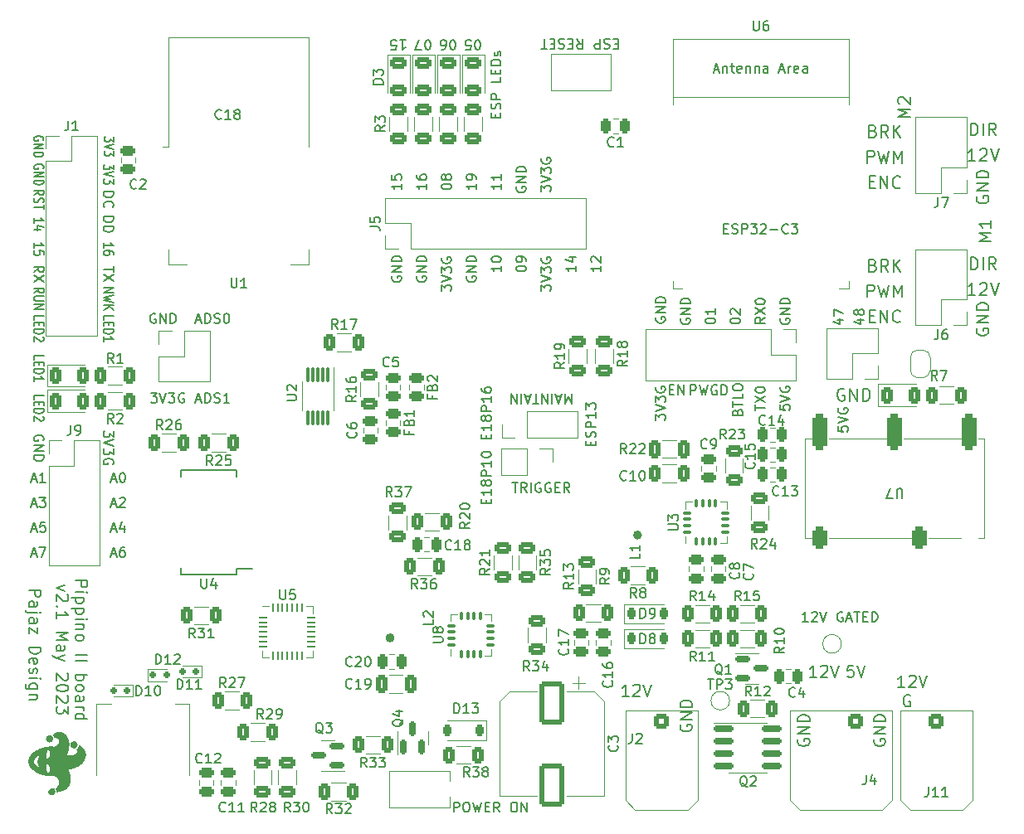
<source format=gto>
G04 #@! TF.GenerationSoftware,KiCad,Pcbnew,7.0.2-6a45011f42~172~ubuntu20.04.1*
G04 #@! TF.CreationDate,2023-05-01T11:45:46+02:00*
G04 #@! TF.ProjectId,pippino_board,70697070-696e-46f5-9f62-6f6172642e6b,rev?*
G04 #@! TF.SameCoordinates,Original*
G04 #@! TF.FileFunction,Legend,Top*
G04 #@! TF.FilePolarity,Positive*
%FSLAX46Y46*%
G04 Gerber Fmt 4.6, Leading zero omitted, Abs format (unit mm)*
G04 Created by KiCad (PCBNEW 7.0.2-6a45011f42~172~ubuntu20.04.1) date 2023-05-01 11:45:46*
%MOMM*%
%LPD*%
G01*
G04 APERTURE LIST*
G04 Aperture macros list*
%AMRoundRect*
0 Rectangle with rounded corners*
0 $1 Rounding radius*
0 $2 $3 $4 $5 $6 $7 $8 $9 X,Y pos of 4 corners*
0 Add a 4 corners polygon primitive as box body*
4,1,4,$2,$3,$4,$5,$6,$7,$8,$9,$2,$3,0*
0 Add four circle primitives for the rounded corners*
1,1,$1+$1,$2,$3*
1,1,$1+$1,$4,$5*
1,1,$1+$1,$6,$7*
1,1,$1+$1,$8,$9*
0 Add four rect primitives between the rounded corners*
20,1,$1+$1,$2,$3,$4,$5,0*
20,1,$1+$1,$4,$5,$6,$7,0*
20,1,$1+$1,$6,$7,$8,$9,0*
20,1,$1+$1,$8,$9,$2,$3,0*%
%AMFreePoly0*
4,1,19,0.500000,-0.750000,0.000000,-0.750000,0.000000,-0.744911,-0.071157,-0.744911,-0.207708,-0.704816,-0.327430,-0.627875,-0.420627,-0.520320,-0.479746,-0.390866,-0.500000,-0.250000,-0.500000,0.250000,-0.479746,0.390866,-0.420627,0.520320,-0.327430,0.627875,-0.207708,0.704816,-0.071157,0.744911,0.000000,0.744911,0.000000,0.750000,0.500000,0.750000,0.500000,-0.750000,0.500000,-0.750000,
$1*%
%AMFreePoly1*
4,1,19,0.000000,0.744911,0.071157,0.744911,0.207708,0.704816,0.327430,0.627875,0.420627,0.520320,0.479746,0.390866,0.500000,0.250000,0.500000,-0.250000,0.479746,-0.390866,0.420627,-0.520320,0.327430,-0.627875,0.207708,-0.704816,0.071157,-0.744911,0.000000,-0.744911,0.000000,-0.750000,-0.500000,-0.750000,-0.500000,0.750000,0.000000,0.750000,0.000000,0.744911,0.000000,0.744911,
$1*%
G04 Aperture macros list end*
%ADD10C,0.000000*%
%ADD11C,0.150000*%
%ADD12C,0.200000*%
%ADD13C,0.120000*%
%ADD14C,0.381000*%
%ADD15RoundRect,0.250000X0.625000X-0.312500X0.625000X0.312500X-0.625000X0.312500X-0.625000X-0.312500X0*%
%ADD16RoundRect,0.250000X0.312500X0.625000X-0.312500X0.625000X-0.312500X-0.625000X0.312500X-0.625000X0*%
%ADD17FreePoly0,270.000000*%
%ADD18FreePoly1,270.000000*%
%ADD19RoundRect,0.250000X-0.375000X-0.625000X0.375000X-0.625000X0.375000X0.625000X-0.375000X0.625000X0*%
%ADD20R,1.750000X0.450000*%
%ADD21RoundRect,0.250000X-0.625000X0.375000X-0.625000X-0.375000X0.625000X-0.375000X0.625000X0.375000X0*%
%ADD22RoundRect,0.250000X0.250000X0.475000X-0.250000X0.475000X-0.250000X-0.475000X0.250000X-0.475000X0*%
%ADD23C,3.000000*%
%ADD24RoundRect,0.150000X-0.150000X-0.200000X0.150000X-0.200000X0.150000X0.200000X-0.150000X0.200000X0*%
%ADD25RoundRect,0.250000X-0.312500X-0.625000X0.312500X-0.625000X0.312500X0.625000X-0.312500X0.625000X0*%
%ADD26RoundRect,0.250000X-0.475000X0.250000X-0.475000X-0.250000X0.475000X-0.250000X0.475000X0.250000X0*%
%ADD27RoundRect,0.381000X-0.381000X1.460500X-0.381000X-1.460500X0.381000X-1.460500X0.381000X1.460500X0*%
%ADD28RoundRect,0.381000X-0.381000X0.762000X-0.381000X-0.762000X0.381000X-0.762000X0.381000X0.762000X0*%
%ADD29C,1.500000*%
%ADD30RoundRect,0.087500X0.087500X-0.325000X0.087500X0.325000X-0.087500X0.325000X-0.087500X-0.325000X0*%
%ADD31RoundRect,0.087500X0.325000X-0.087500X0.325000X0.087500X-0.325000X0.087500X-0.325000X-0.087500X0*%
%ADD32R,2.700000X2.700000*%
%ADD33RoundRect,0.075000X-0.075000X0.650000X-0.075000X-0.650000X0.075000X-0.650000X0.075000X0.650000X0*%
%ADD34RoundRect,0.250001X0.499999X0.499999X-0.499999X0.499999X-0.499999X-0.499999X0.499999X-0.499999X0*%
%ADD35RoundRect,0.150000X-0.587500X-0.150000X0.587500X-0.150000X0.587500X0.150000X-0.587500X0.150000X0*%
%ADD36R,1.700000X1.700000*%
%ADD37O,1.700000X1.700000*%
%ADD38RoundRect,0.225000X-0.225000X-0.375000X0.225000X-0.375000X0.225000X0.375000X-0.225000X0.375000X0*%
%ADD39RoundRect,0.250000X-1.000000X1.950000X-1.000000X-1.950000X1.000000X-1.950000X1.000000X1.950000X0*%
%ADD40RoundRect,0.225000X0.225000X0.375000X-0.225000X0.375000X-0.225000X-0.375000X0.225000X-0.375000X0*%
%ADD41RoundRect,0.250000X0.475000X-0.250000X0.475000X0.250000X-0.475000X0.250000X-0.475000X-0.250000X0*%
%ADD42RoundRect,0.150000X0.150000X-0.587500X0.150000X0.587500X-0.150000X0.587500X-0.150000X-0.587500X0*%
%ADD43RoundRect,0.150000X0.150000X0.200000X-0.150000X0.200000X-0.150000X-0.200000X0.150000X-0.200000X0*%
%ADD44RoundRect,0.250000X-0.325000X-0.650000X0.325000X-0.650000X0.325000X0.650000X-0.325000X0.650000X0*%
%ADD45RoundRect,0.250000X-0.625000X0.312500X-0.625000X-0.312500X0.625000X-0.312500X0.625000X0.312500X0*%
%ADD46R,1.500000X1.500000*%
%ADD47RoundRect,0.250000X-0.250000X-0.475000X0.250000X-0.475000X0.250000X0.475000X-0.250000X0.475000X0*%
%ADD48R,1.500000X0.900000*%
%ADD49R,0.900000X1.500000*%
%ADD50R,0.900000X0.900000*%
%ADD51R,2.150000X5.500000*%
%ADD52RoundRect,0.062500X-0.337500X-0.062500X0.337500X-0.062500X0.337500X0.062500X-0.337500X0.062500X0*%
%ADD53RoundRect,0.062500X-0.062500X-0.337500X0.062500X-0.337500X0.062500X0.337500X-0.062500X0.337500X0*%
%ADD54R,3.350000X3.350000*%
%ADD55C,0.650000*%
%ADD56O,0.950000X0.650000*%
%ADD57R,0.300000X0.700000*%
%ADD58O,0.800000X1.400000*%
%ADD59RoundRect,0.150000X-0.825000X-0.150000X0.825000X-0.150000X0.825000X0.150000X-0.825000X0.150000X0*%
%ADD60RoundRect,0.150000X0.587500X0.150000X-0.587500X0.150000X-0.587500X-0.150000X0.587500X-0.150000X0*%
%ADD61R,2.000000X0.700000*%
%ADD62R,0.700000X2.000000*%
G04 APERTURE END LIST*
D10*
G36*
X102789243Y-151733845D02*
G01*
X102807782Y-151735255D01*
X102826052Y-151737578D01*
X102844031Y-151740790D01*
X102861694Y-151744867D01*
X102879019Y-151749789D01*
X102895983Y-151755530D01*
X102912563Y-151762069D01*
X102928736Y-151769382D01*
X102944479Y-151777447D01*
X102959770Y-151786240D01*
X102974584Y-151795738D01*
X102988900Y-151805919D01*
X103002694Y-151816760D01*
X103015943Y-151828237D01*
X103028624Y-151840328D01*
X103040715Y-151853009D01*
X103052192Y-151866258D01*
X103063033Y-151880052D01*
X103073214Y-151894368D01*
X103082712Y-151909182D01*
X103091505Y-151924472D01*
X103099570Y-151940216D01*
X103106883Y-151956389D01*
X103113422Y-151972969D01*
X103119163Y-151989933D01*
X103124085Y-152007258D01*
X103128162Y-152024921D01*
X103131374Y-152042899D01*
X103133697Y-152061170D01*
X103135107Y-152079709D01*
X103135582Y-152098495D01*
X103135107Y-152117281D01*
X103133697Y-152135820D01*
X103131374Y-152154090D01*
X103128162Y-152172069D01*
X103124085Y-152189732D01*
X103119163Y-152207057D01*
X103113422Y-152224021D01*
X103106883Y-152240601D01*
X103099570Y-152256774D01*
X103091505Y-152272517D01*
X103082712Y-152287807D01*
X103073214Y-152302622D01*
X103063033Y-152316938D01*
X103052192Y-152330731D01*
X103040715Y-152343981D01*
X103028624Y-152356662D01*
X103015943Y-152368753D01*
X103002694Y-152380230D01*
X102988900Y-152391070D01*
X102974584Y-152401252D01*
X102959770Y-152410750D01*
X102944479Y-152419543D01*
X102928736Y-152427608D01*
X102912563Y-152434921D01*
X102895983Y-152441460D01*
X102879019Y-152447201D01*
X102861694Y-152452122D01*
X102844031Y-152456200D01*
X102826053Y-152459412D01*
X102807782Y-152461734D01*
X102789243Y-152463145D01*
X102770457Y-152463620D01*
X102751671Y-152463145D01*
X102733132Y-152461734D01*
X102714861Y-152459412D01*
X102696883Y-152456200D01*
X102679220Y-152452122D01*
X102661895Y-152447201D01*
X102644931Y-152441460D01*
X102628351Y-152434921D01*
X102612178Y-152427608D01*
X102596435Y-152419543D01*
X102581144Y-152410750D01*
X102566330Y-152401252D01*
X102552014Y-152391070D01*
X102538220Y-152380230D01*
X102524971Y-152368753D01*
X102512290Y-152356662D01*
X102500199Y-152343981D01*
X102488722Y-152330731D01*
X102477881Y-152316938D01*
X102467700Y-152302622D01*
X102458202Y-152287807D01*
X102449409Y-152272517D01*
X102441344Y-152256774D01*
X102434031Y-152240601D01*
X102427492Y-152224021D01*
X102421751Y-152207057D01*
X102416830Y-152189732D01*
X102412752Y-152172069D01*
X102409540Y-152154090D01*
X102407218Y-152135820D01*
X102405807Y-152117281D01*
X102405332Y-152098495D01*
X102405807Y-152079709D01*
X102407218Y-152061170D01*
X102409540Y-152042899D01*
X102412752Y-152024921D01*
X102416830Y-152007258D01*
X102421751Y-151989933D01*
X102427492Y-151972969D01*
X102434031Y-151956389D01*
X102441344Y-151940216D01*
X102449409Y-151924473D01*
X102458202Y-151909182D01*
X102467700Y-151894368D01*
X102477881Y-151880052D01*
X102488722Y-151866258D01*
X102500199Y-151853009D01*
X102512290Y-151840328D01*
X102524971Y-151828237D01*
X102538220Y-151816760D01*
X102552014Y-151805919D01*
X102566330Y-151795738D01*
X102581144Y-151786240D01*
X102596434Y-151777447D01*
X102612178Y-151769382D01*
X102628351Y-151762069D01*
X102644931Y-151755530D01*
X102661895Y-151749789D01*
X102679220Y-151744867D01*
X102696883Y-151740790D01*
X102714861Y-151737578D01*
X102733132Y-151735255D01*
X102751671Y-151733845D01*
X102770457Y-151733370D01*
X102789243Y-151733845D01*
G37*
G36*
X103118619Y-157141399D02*
G01*
X103136203Y-157142809D01*
X103152903Y-157145132D01*
X103168738Y-157148343D01*
X103183729Y-157152421D01*
X103197899Y-157157342D01*
X103211266Y-157163084D01*
X103223854Y-157169623D01*
X103235681Y-157176936D01*
X103246770Y-157185000D01*
X103257141Y-157193793D01*
X103266815Y-157203292D01*
X103275814Y-157213473D01*
X103284157Y-157224314D01*
X103291866Y-157235791D01*
X103298962Y-157247881D01*
X103305466Y-157260563D01*
X103311399Y-157273812D01*
X103316781Y-157287606D01*
X103321634Y-157301922D01*
X103325978Y-157316736D01*
X103329835Y-157332026D01*
X103333225Y-157347770D01*
X103336169Y-157363943D01*
X103340805Y-157397487D01*
X103343908Y-157432475D01*
X103345648Y-157468724D01*
X103346190Y-157506049D01*
X103345715Y-157524835D01*
X103344305Y-157543374D01*
X103341982Y-157561645D01*
X103338771Y-157579623D01*
X103334693Y-157597286D01*
X103329771Y-157614611D01*
X103324030Y-157631575D01*
X103317491Y-157648155D01*
X103310178Y-157664328D01*
X103302113Y-157680071D01*
X103293320Y-157695362D01*
X103283822Y-157710176D01*
X103273641Y-157724492D01*
X103262800Y-157738286D01*
X103251323Y-157751535D01*
X103239232Y-157764216D01*
X103226551Y-157776307D01*
X103213302Y-157787784D01*
X103199508Y-157798625D01*
X103185192Y-157808806D01*
X103170378Y-157818304D01*
X103155088Y-157827097D01*
X103139344Y-157835162D01*
X103123171Y-157842475D01*
X103106591Y-157849014D01*
X103089627Y-157854755D01*
X103072302Y-157859677D01*
X103054639Y-157863754D01*
X103036661Y-157866966D01*
X103018391Y-157869289D01*
X102999851Y-157870699D01*
X102981066Y-157871174D01*
X102962280Y-157870699D01*
X102943740Y-157869289D01*
X102925470Y-157866966D01*
X102907492Y-157863755D01*
X102889829Y-157859677D01*
X102872504Y-157854755D01*
X102855540Y-157849014D01*
X102838959Y-157842475D01*
X102822786Y-157835162D01*
X102807043Y-157827097D01*
X102791753Y-157818304D01*
X102776938Y-157808806D01*
X102762623Y-157798625D01*
X102748829Y-157787784D01*
X102735580Y-157776307D01*
X102722898Y-157764216D01*
X102710807Y-157751535D01*
X102699330Y-157738286D01*
X102688490Y-157724492D01*
X102678309Y-157710176D01*
X102668810Y-157695362D01*
X102660017Y-157680071D01*
X102651953Y-157664328D01*
X102644639Y-157648155D01*
X102638101Y-157631575D01*
X102632359Y-157614611D01*
X102627438Y-157597286D01*
X102623360Y-157579623D01*
X102620148Y-157561645D01*
X102617826Y-157543374D01*
X102616415Y-157524835D01*
X102615940Y-157506049D01*
X102616756Y-157487263D01*
X102619157Y-157468724D01*
X102623079Y-157450453D01*
X102628454Y-157432475D01*
X102635217Y-157414812D01*
X102643301Y-157397487D01*
X102652641Y-157380523D01*
X102663168Y-157363943D01*
X102674819Y-157347770D01*
X102687525Y-157332026D01*
X102701221Y-157316736D01*
X102715841Y-157301922D01*
X102731318Y-157287606D01*
X102747587Y-157273812D01*
X102764580Y-157260563D01*
X102782231Y-157247881D01*
X102800475Y-157235791D01*
X102819244Y-157224314D01*
X102838474Y-157213473D01*
X102858096Y-157203292D01*
X102878046Y-157193793D01*
X102898257Y-157185000D01*
X102918662Y-157176936D01*
X102939195Y-157169623D01*
X102959791Y-157163084D01*
X102980382Y-157157342D01*
X103000902Y-157152421D01*
X103021286Y-157148343D01*
X103041467Y-157145132D01*
X103061378Y-157142809D01*
X103080954Y-157141399D01*
X103100128Y-157140924D01*
X103118619Y-157141399D01*
G37*
G36*
X103766440Y-151370348D02*
G01*
X103810270Y-151375653D01*
X103923881Y-151398899D01*
X104029409Y-151429576D01*
X104127058Y-151467279D01*
X104217034Y-151511609D01*
X104299545Y-151562161D01*
X104374797Y-151618535D01*
X104442995Y-151680327D01*
X104504346Y-151747136D01*
X104559056Y-151818560D01*
X104607333Y-151894196D01*
X104649381Y-151973642D01*
X104685407Y-152056495D01*
X104715617Y-152142355D01*
X104740219Y-152230817D01*
X104759417Y-152321481D01*
X104773419Y-152413944D01*
X104782430Y-152507804D01*
X104786657Y-152602659D01*
X104786307Y-152698105D01*
X104781585Y-152793742D01*
X104772697Y-152889167D01*
X104759851Y-152983978D01*
X104743252Y-153077773D01*
X104723107Y-153170148D01*
X104699621Y-153260703D01*
X104673002Y-153349035D01*
X104643455Y-153434742D01*
X104611187Y-153517421D01*
X104576404Y-153596671D01*
X104539312Y-153672089D01*
X104500118Y-153743272D01*
X104459028Y-153809820D01*
X104629114Y-153807030D01*
X104784841Y-153798888D01*
X104926321Y-153785436D01*
X105053671Y-153766718D01*
X105167002Y-153742774D01*
X105266430Y-153713649D01*
X105352068Y-153679384D01*
X105389751Y-153660338D01*
X105424029Y-153640023D01*
X105454917Y-153618445D01*
X105482429Y-153595608D01*
X105506579Y-153571519D01*
X105527381Y-153546182D01*
X105544850Y-153519603D01*
X105558999Y-153491787D01*
X105569843Y-153462740D01*
X105577397Y-153432466D01*
X105581674Y-153400972D01*
X105582688Y-153368262D01*
X105580455Y-153334341D01*
X105574988Y-153299216D01*
X105566301Y-153262892D01*
X105554409Y-153225373D01*
X105521065Y-153146774D01*
X105553413Y-153124514D01*
X105583224Y-153101601D01*
X105610551Y-153078048D01*
X105623300Y-153066037D01*
X105635448Y-153053872D01*
X105647003Y-153041555D01*
X105657970Y-153029089D01*
X105668358Y-153016474D01*
X105678172Y-153003713D01*
X105687420Y-152990808D01*
X105696107Y-152977761D01*
X105704242Y-152964573D01*
X105711830Y-152951247D01*
X105718879Y-152937785D01*
X105725395Y-152924188D01*
X105731385Y-152910458D01*
X105736856Y-152896598D01*
X105746267Y-152868494D01*
X105753684Y-152839891D01*
X105759159Y-152810803D01*
X105762748Y-152781248D01*
X105764504Y-152751240D01*
X105764482Y-152720795D01*
X105887158Y-152780749D01*
X105997471Y-152846872D01*
X106095651Y-152918667D01*
X106181931Y-152995638D01*
X106256542Y-153077287D01*
X106319714Y-153163118D01*
X106371680Y-153252633D01*
X106412670Y-153345336D01*
X106442915Y-153440729D01*
X106462648Y-153538315D01*
X106472099Y-153637599D01*
X106471499Y-153738082D01*
X106461080Y-153839267D01*
X106441074Y-153940658D01*
X106411711Y-154041759D01*
X106373222Y-154142070D01*
X106325839Y-154241097D01*
X106269794Y-154338341D01*
X106205317Y-154433307D01*
X106132640Y-154525496D01*
X106051994Y-154614412D01*
X105963611Y-154699558D01*
X105867721Y-154780438D01*
X105764556Y-154856553D01*
X105654348Y-154927407D01*
X105537327Y-154992504D01*
X105413724Y-155051345D01*
X105283772Y-155103435D01*
X105147701Y-155148276D01*
X105005743Y-155185371D01*
X104858129Y-155214224D01*
X104705090Y-155234336D01*
X104750964Y-155342372D01*
X104791442Y-155449866D01*
X104826516Y-155556642D01*
X104856177Y-155662524D01*
X104880415Y-155767338D01*
X104899221Y-155870906D01*
X104912587Y-155973053D01*
X104920502Y-156073603D01*
X104922959Y-156172380D01*
X104919946Y-156269209D01*
X104911456Y-156363914D01*
X104897479Y-156456318D01*
X104878005Y-156546245D01*
X104853026Y-156633521D01*
X104822533Y-156717969D01*
X104786516Y-156799413D01*
X104744966Y-156877677D01*
X104697873Y-156952586D01*
X104645229Y-157023964D01*
X104587025Y-157091634D01*
X104523251Y-157155421D01*
X104453898Y-157215149D01*
X104378956Y-157270643D01*
X104298417Y-157321725D01*
X104212272Y-157368221D01*
X104120511Y-157409955D01*
X104023124Y-157446751D01*
X103920104Y-157478432D01*
X103811440Y-157504823D01*
X103697123Y-157525749D01*
X103577144Y-157541033D01*
X103451495Y-157550499D01*
X103453979Y-157526195D01*
X103455295Y-157502293D01*
X103455465Y-157478785D01*
X103454512Y-157455662D01*
X103452459Y-157432918D01*
X103449327Y-157410545D01*
X103445140Y-157388534D01*
X103439919Y-157366878D01*
X103433688Y-157345570D01*
X103426468Y-157324601D01*
X103418282Y-157303963D01*
X103409153Y-157283650D01*
X103399103Y-157263653D01*
X103388155Y-157243965D01*
X103376331Y-157224577D01*
X103363653Y-157205482D01*
X103408832Y-157161417D01*
X103450908Y-157117153D01*
X103489883Y-157072728D01*
X103525762Y-157028180D01*
X103558547Y-156983545D01*
X103588242Y-156938860D01*
X103614849Y-156894164D01*
X103638373Y-156849494D01*
X103658817Y-156804886D01*
X103676183Y-156760379D01*
X103690476Y-156716008D01*
X103701697Y-156671813D01*
X103709852Y-156627829D01*
X103714943Y-156584095D01*
X103716973Y-156540647D01*
X103715946Y-156497524D01*
X103711864Y-156454761D01*
X103704732Y-156412397D01*
X103694553Y-156370469D01*
X103681329Y-156329014D01*
X103665064Y-156288069D01*
X103645762Y-156247673D01*
X103623425Y-156207861D01*
X103598057Y-156168671D01*
X103569662Y-156130142D01*
X103538242Y-156092309D01*
X103503801Y-156055210D01*
X103466342Y-156018883D01*
X103425869Y-155983365D01*
X103382384Y-155948693D01*
X103335892Y-155914904D01*
X103286395Y-155882037D01*
X103215462Y-155898659D01*
X103142098Y-155911038D01*
X103066799Y-155919490D01*
X102990061Y-155924337D01*
X102912381Y-155925897D01*
X102834255Y-155924490D01*
X102756178Y-155920435D01*
X102678647Y-155914051D01*
X102602157Y-155905659D01*
X102527206Y-155895576D01*
X102383901Y-155871619D01*
X102252701Y-155844735D01*
X102137574Y-155817478D01*
X102005917Y-155781116D01*
X101872092Y-155737495D01*
X101737587Y-155686588D01*
X101603893Y-155628367D01*
X101472500Y-155562804D01*
X101344897Y-155489870D01*
X101222575Y-155409539D01*
X101107022Y-155321781D01*
X100999730Y-155226570D01*
X100949647Y-155176161D01*
X100902187Y-155123877D01*
X100857538Y-155069716D01*
X100815884Y-155013675D01*
X100777413Y-154955749D01*
X100742311Y-154895935D01*
X100710763Y-154834229D01*
X100682956Y-154770629D01*
X100659077Y-154705131D01*
X100639311Y-154637730D01*
X100623845Y-154568425D01*
X100612865Y-154497210D01*
X100607730Y-154437676D01*
X101194400Y-154437676D01*
X101195851Y-154463857D01*
X101198801Y-154489900D01*
X101203264Y-154515783D01*
X101209255Y-154541488D01*
X101216789Y-154566992D01*
X101225881Y-154592276D01*
X101236545Y-154617318D01*
X101248797Y-154642099D01*
X101262651Y-154666598D01*
X101278122Y-154690795D01*
X101295225Y-154714668D01*
X101313974Y-154738197D01*
X101334385Y-154761362D01*
X101356473Y-154784142D01*
X101380251Y-154806517D01*
X101405736Y-154828465D01*
X101423781Y-154842903D01*
X101442198Y-154856652D01*
X101460985Y-154869719D01*
X101480142Y-154882110D01*
X101499668Y-154893831D01*
X101519562Y-154904889D01*
X101539823Y-154915289D01*
X101560451Y-154925038D01*
X101581445Y-154934143D01*
X101602804Y-154942608D01*
X101624528Y-154950442D01*
X101646614Y-154957648D01*
X101669064Y-154964235D01*
X101691876Y-154970208D01*
X101715049Y-154975573D01*
X101738582Y-154980336D01*
X101692675Y-154908817D01*
X101653135Y-154837133D01*
X101652378Y-154835496D01*
X102421315Y-154835496D01*
X102421604Y-154903541D01*
X102427586Y-154978500D01*
X102438130Y-155057337D01*
X102452107Y-155137016D01*
X102468386Y-155214501D01*
X102485836Y-155286755D01*
X102503329Y-155350742D01*
X102519733Y-155403425D01*
X102533919Y-155441770D01*
X102539091Y-155454799D01*
X102544289Y-155467099D01*
X102549513Y-155478674D01*
X102554763Y-155489527D01*
X102560042Y-155499660D01*
X102565350Y-155509077D01*
X102570687Y-155517781D01*
X102576054Y-155525775D01*
X102581452Y-155533062D01*
X102586882Y-155539645D01*
X102592345Y-155545527D01*
X102597841Y-155550712D01*
X102603371Y-155555202D01*
X102608936Y-155559001D01*
X102614536Y-155562111D01*
X102620173Y-155564536D01*
X102631649Y-155567132D01*
X102643673Y-155566677D01*
X102656128Y-155563306D01*
X102668895Y-155557155D01*
X102681856Y-155548360D01*
X102694893Y-155537057D01*
X102707888Y-155523381D01*
X102720723Y-155507469D01*
X102733280Y-155489456D01*
X102745440Y-155469479D01*
X102757086Y-155447672D01*
X102768099Y-155424173D01*
X102778362Y-155399116D01*
X102787755Y-155372638D01*
X102796162Y-155344874D01*
X102803464Y-155315960D01*
X102809542Y-155286033D01*
X102814279Y-155255227D01*
X102817557Y-155223680D01*
X102819257Y-155191525D01*
X102819261Y-155158901D01*
X102817452Y-155125942D01*
X102813711Y-155092784D01*
X102807920Y-155059562D01*
X102799961Y-155026414D01*
X102789716Y-154993475D01*
X102777066Y-154960880D01*
X102761894Y-154928765D01*
X102744081Y-154897267D01*
X102723510Y-154866521D01*
X102700062Y-154836662D01*
X102673619Y-154807828D01*
X102636246Y-154771432D01*
X102602415Y-154742457D01*
X102571985Y-154720525D01*
X102544815Y-154705255D01*
X102520763Y-154696268D01*
X102499688Y-154693185D01*
X102481449Y-154695625D01*
X102465905Y-154703210D01*
X102452914Y-154715560D01*
X102442335Y-154732294D01*
X102434027Y-154753035D01*
X102427849Y-154777402D01*
X102423658Y-154805015D01*
X102421315Y-154835496D01*
X101652378Y-154835496D01*
X101619890Y-154765277D01*
X101592871Y-154693247D01*
X101572006Y-154621037D01*
X101557226Y-154548642D01*
X101548459Y-154476058D01*
X101545635Y-154403280D01*
X101548683Y-154330304D01*
X101557534Y-154257125D01*
X101572115Y-154183738D01*
X101592358Y-154110138D01*
X101618191Y-154036322D01*
X101649544Y-153962284D01*
X101686347Y-153888019D01*
X101692947Y-153876362D01*
X102429740Y-153876362D01*
X102432045Y-153944366D01*
X102435543Y-153974732D01*
X102440775Y-154002161D01*
X102447865Y-154026269D01*
X102456942Y-154046670D01*
X102468130Y-154062981D01*
X102481557Y-154074816D01*
X102497349Y-154081791D01*
X102499688Y-154082013D01*
X102515632Y-154083521D01*
X102536533Y-154079622D01*
X102560178Y-154069709D01*
X102586694Y-154053396D01*
X102616208Y-154030300D01*
X102648845Y-154000036D01*
X102684732Y-153962220D01*
X102710014Y-153932450D01*
X102732267Y-153901766D01*
X102751613Y-153870300D01*
X102768175Y-153838184D01*
X102782077Y-153805548D01*
X102793442Y-153772524D01*
X102802393Y-153739244D01*
X102809053Y-153705838D01*
X102813546Y-153672439D01*
X102815995Y-153639177D01*
X102816524Y-153606185D01*
X102815254Y-153573592D01*
X102812311Y-153541532D01*
X102807816Y-153510134D01*
X102801893Y-153479531D01*
X102794666Y-153449854D01*
X102786258Y-153421234D01*
X102776791Y-153393803D01*
X102766390Y-153367692D01*
X102755177Y-153343033D01*
X102743276Y-153319956D01*
X102730810Y-153298594D01*
X102717902Y-153279077D01*
X102704675Y-153261537D01*
X102691253Y-153246105D01*
X102677759Y-153232914D01*
X102664316Y-153222093D01*
X102651047Y-153213775D01*
X102638076Y-153208091D01*
X102625526Y-153205173D01*
X102613520Y-153205151D01*
X102602182Y-153208157D01*
X102596750Y-153210868D01*
X102591367Y-153214242D01*
X102586034Y-153218283D01*
X102580751Y-153222999D01*
X102575517Y-153228393D01*
X102570333Y-153234472D01*
X102565198Y-153241241D01*
X102560113Y-153248705D01*
X102555078Y-153256869D01*
X102550092Y-153265740D01*
X102545156Y-153275323D01*
X102540270Y-153285622D01*
X102535433Y-153296644D01*
X102530645Y-153308394D01*
X102525908Y-153320877D01*
X102521219Y-153334099D01*
X102508539Y-153372988D01*
X102494192Y-153426288D01*
X102479188Y-153490919D01*
X102464541Y-153563807D01*
X102451261Y-153641872D01*
X102440359Y-153722038D01*
X102432849Y-153801227D01*
X102429740Y-153876362D01*
X101692947Y-153876362D01*
X101728528Y-153813524D01*
X101700475Y-153818689D01*
X101673250Y-153824686D01*
X101646822Y-153831551D01*
X101621165Y-153839321D01*
X101596249Y-153848033D01*
X101572045Y-153857726D01*
X101548524Y-153868435D01*
X101525659Y-153880199D01*
X101503420Y-153893054D01*
X101481778Y-153907038D01*
X101460706Y-153922187D01*
X101440173Y-153938540D01*
X101420153Y-153956132D01*
X101400615Y-153975002D01*
X101381532Y-153995187D01*
X101362874Y-154016724D01*
X101342366Y-154042325D01*
X101323119Y-154068117D01*
X101305149Y-154094078D01*
X101288469Y-154120188D01*
X101273095Y-154146428D01*
X101259042Y-154172775D01*
X101246324Y-154199210D01*
X101234956Y-154225712D01*
X101224953Y-154252260D01*
X101216330Y-154278834D01*
X101209102Y-154305414D01*
X101203283Y-154331979D01*
X101198889Y-154358508D01*
X101195934Y-154384981D01*
X101194433Y-154411377D01*
X101194400Y-154437676D01*
X100607730Y-154437676D01*
X100606557Y-154424083D01*
X100605108Y-154349041D01*
X100609250Y-154269339D01*
X100619445Y-154191549D01*
X100635617Y-154115645D01*
X100657694Y-154041603D01*
X100685599Y-153969401D01*
X100719259Y-153899013D01*
X100758599Y-153830415D01*
X100803545Y-153763584D01*
X100854023Y-153698496D01*
X100909957Y-153635126D01*
X100971274Y-153573450D01*
X101037900Y-153513445D01*
X101109759Y-153455087D01*
X101186777Y-153398351D01*
X101268881Y-153343213D01*
X101355995Y-153289649D01*
X101477837Y-153225627D01*
X101600081Y-153166907D01*
X101722736Y-153113483D01*
X101728528Y-153111218D01*
X101845805Y-153065349D01*
X101969296Y-153022498D01*
X102093215Y-152984924D01*
X102217568Y-152952621D01*
X102279910Y-152938444D01*
X102342362Y-152925583D01*
X102418102Y-152912376D01*
X102510628Y-152899108D01*
X102613520Y-152887564D01*
X102616735Y-152887204D01*
X102733217Y-152878090D01*
X102794347Y-152875025D01*
X102856868Y-152873193D01*
X102920379Y-152872772D01*
X102984481Y-152873939D01*
X103048771Y-152876874D01*
X103112850Y-152881755D01*
X103176317Y-152888759D01*
X103238770Y-152898066D01*
X103303874Y-152871466D01*
X103364094Y-152842703D01*
X103419501Y-152811982D01*
X103470164Y-152779508D01*
X103516149Y-152745487D01*
X103557528Y-152710124D01*
X103594369Y-152673625D01*
X103626740Y-152636194D01*
X103654710Y-152598039D01*
X103678349Y-152559363D01*
X103697726Y-152520372D01*
X103712908Y-152481273D01*
X103723966Y-152442269D01*
X103730967Y-152403567D01*
X103733981Y-152365371D01*
X103733077Y-152327889D01*
X103728324Y-152291323D01*
X103719790Y-152255882D01*
X103707545Y-152221768D01*
X103691657Y-152189189D01*
X103672195Y-152158349D01*
X103649228Y-152129454D01*
X103622825Y-152102709D01*
X103593055Y-152078320D01*
X103559987Y-152056492D01*
X103523689Y-152037431D01*
X103484231Y-152021341D01*
X103441681Y-152008429D01*
X103396109Y-151998899D01*
X103347582Y-151992958D01*
X103296171Y-151990810D01*
X103241944Y-151992661D01*
X103236426Y-151971044D01*
X103229993Y-151950044D01*
X103222648Y-151929659D01*
X103214395Y-151909888D01*
X103205236Y-151890728D01*
X103195175Y-151872176D01*
X103184215Y-151854230D01*
X103172359Y-151836888D01*
X103159610Y-151820148D01*
X103145971Y-151804006D01*
X103131445Y-151788462D01*
X103116036Y-151773512D01*
X103099746Y-151759154D01*
X103082578Y-151745387D01*
X103064537Y-151732206D01*
X103045624Y-151719611D01*
X103097266Y-151673292D01*
X103148410Y-151630018D01*
X103199051Y-151589846D01*
X103249187Y-151552833D01*
X103298815Y-151519035D01*
X103347931Y-151488509D01*
X103396532Y-151461312D01*
X103444615Y-151437500D01*
X103492178Y-151417129D01*
X103539216Y-151400256D01*
X103585728Y-151386939D01*
X103631709Y-151377232D01*
X103677157Y-151371194D01*
X103722068Y-151368880D01*
X103766440Y-151370348D01*
G37*
G36*
X105285322Y-152340270D02*
G01*
X105303861Y-152341680D01*
X105322132Y-152344003D01*
X105340110Y-152347215D01*
X105357773Y-152351292D01*
X105375098Y-152356214D01*
X105392062Y-152361955D01*
X105408642Y-152368494D01*
X105424815Y-152375807D01*
X105440558Y-152383872D01*
X105455849Y-152392665D01*
X105470663Y-152402163D01*
X105484979Y-152412344D01*
X105498773Y-152423185D01*
X105512022Y-152434662D01*
X105524703Y-152446753D01*
X105536794Y-152459434D01*
X105548271Y-152472683D01*
X105559112Y-152486477D01*
X105569293Y-152500793D01*
X105578791Y-152515607D01*
X105587584Y-152530897D01*
X105595649Y-152546641D01*
X105602962Y-152562814D01*
X105609501Y-152579394D01*
X105615242Y-152596358D01*
X105620163Y-152613683D01*
X105624241Y-152631346D01*
X105627453Y-152649324D01*
X105629775Y-152667595D01*
X105631186Y-152686134D01*
X105631661Y-152704920D01*
X105631186Y-152723706D01*
X105629775Y-152742245D01*
X105627453Y-152760515D01*
X105624241Y-152778494D01*
X105620163Y-152796157D01*
X105615242Y-152813482D01*
X105609501Y-152830446D01*
X105602962Y-152847026D01*
X105595649Y-152863199D01*
X105587584Y-152878942D01*
X105578791Y-152894232D01*
X105569293Y-152909047D01*
X105559112Y-152923363D01*
X105548271Y-152937156D01*
X105536794Y-152950406D01*
X105524703Y-152963087D01*
X105512022Y-152975178D01*
X105498773Y-152986655D01*
X105484979Y-152997496D01*
X105470663Y-153007677D01*
X105455849Y-153017175D01*
X105440558Y-153025968D01*
X105424815Y-153034033D01*
X105408642Y-153041346D01*
X105392062Y-153047885D01*
X105375098Y-153053626D01*
X105357773Y-153058547D01*
X105340110Y-153062625D01*
X105322132Y-153065837D01*
X105303861Y-153068159D01*
X105285322Y-153069570D01*
X105266536Y-153070045D01*
X105247750Y-153069570D01*
X105229211Y-153068159D01*
X105210941Y-153065837D01*
X105192962Y-153062625D01*
X105175299Y-153058547D01*
X105157974Y-153053626D01*
X105141010Y-153047885D01*
X105124430Y-153041346D01*
X105108257Y-153034033D01*
X105092514Y-153025968D01*
X105077224Y-153017175D01*
X105062409Y-153007677D01*
X105048093Y-152997496D01*
X105034300Y-152986655D01*
X105021050Y-152975178D01*
X105008369Y-152963087D01*
X104996278Y-152950406D01*
X104984801Y-152937156D01*
X104973960Y-152923363D01*
X104963779Y-152909047D01*
X104954281Y-152894232D01*
X104945488Y-152878942D01*
X104937423Y-152863199D01*
X104930110Y-152847026D01*
X104923571Y-152830446D01*
X104917830Y-152813482D01*
X104912909Y-152796157D01*
X104908831Y-152778494D01*
X104905619Y-152760515D01*
X104903297Y-152742245D01*
X104901886Y-152723706D01*
X104901411Y-152704920D01*
X104901886Y-152686134D01*
X104903297Y-152667595D01*
X104905619Y-152649324D01*
X104908831Y-152631346D01*
X104912909Y-152613683D01*
X104917830Y-152596358D01*
X104923571Y-152579394D01*
X104930110Y-152562814D01*
X104937423Y-152546641D01*
X104945488Y-152530898D01*
X104954281Y-152515607D01*
X104963779Y-152500793D01*
X104973960Y-152486477D01*
X104984801Y-152472683D01*
X104996278Y-152459434D01*
X105008369Y-152446753D01*
X105021050Y-152434662D01*
X105034300Y-152423185D01*
X105048093Y-152412344D01*
X105062409Y-152402163D01*
X105077224Y-152392665D01*
X105092514Y-152383872D01*
X105108257Y-152375807D01*
X105124430Y-152368494D01*
X105141010Y-152361955D01*
X105157974Y-152356214D01*
X105175299Y-152351292D01*
X105192962Y-152347215D01*
X105210941Y-152344003D01*
X105229211Y-152341680D01*
X105247750Y-152340270D01*
X105266536Y-152339795D01*
X105285322Y-152340270D01*
G37*
D11*
X150416238Y-95717904D02*
X150368619Y-95813142D01*
X150368619Y-95813142D02*
X150368619Y-95955999D01*
X150368619Y-95955999D02*
X150416238Y-96098856D01*
X150416238Y-96098856D02*
X150511476Y-96194094D01*
X150511476Y-96194094D02*
X150606714Y-96241713D01*
X150606714Y-96241713D02*
X150797190Y-96289332D01*
X150797190Y-96289332D02*
X150940047Y-96289332D01*
X150940047Y-96289332D02*
X151130523Y-96241713D01*
X151130523Y-96241713D02*
X151225761Y-96194094D01*
X151225761Y-96194094D02*
X151321000Y-96098856D01*
X151321000Y-96098856D02*
X151368619Y-95955999D01*
X151368619Y-95955999D02*
X151368619Y-95860761D01*
X151368619Y-95860761D02*
X151321000Y-95717904D01*
X151321000Y-95717904D02*
X151273380Y-95670285D01*
X151273380Y-95670285D02*
X150940047Y-95670285D01*
X150940047Y-95670285D02*
X150940047Y-95860761D01*
X151368619Y-95241713D02*
X150368619Y-95241713D01*
X150368619Y-95241713D02*
X151368619Y-94670285D01*
X151368619Y-94670285D02*
X150368619Y-94670285D01*
X151368619Y-94194094D02*
X150368619Y-94194094D01*
X150368619Y-94194094D02*
X150368619Y-93955999D01*
X150368619Y-93955999D02*
X150416238Y-93813142D01*
X150416238Y-93813142D02*
X150511476Y-93717904D01*
X150511476Y-93717904D02*
X150606714Y-93670285D01*
X150606714Y-93670285D02*
X150797190Y-93622666D01*
X150797190Y-93622666D02*
X150940047Y-93622666D01*
X150940047Y-93622666D02*
X151130523Y-93670285D01*
X151130523Y-93670285D02*
X151225761Y-93717904D01*
X151225761Y-93717904D02*
X151321000Y-93813142D01*
X151321000Y-93813142D02*
X151368619Y-93955999D01*
X151368619Y-93955999D02*
X151368619Y-94194094D01*
X197387797Y-96702381D02*
X197328273Y-96821428D01*
X197328273Y-96821428D02*
X197328273Y-97000000D01*
X197328273Y-97000000D02*
X197387797Y-97178571D01*
X197387797Y-97178571D02*
X197506845Y-97297619D01*
X197506845Y-97297619D02*
X197625892Y-97357142D01*
X197625892Y-97357142D02*
X197863988Y-97416666D01*
X197863988Y-97416666D02*
X198042559Y-97416666D01*
X198042559Y-97416666D02*
X198280654Y-97357142D01*
X198280654Y-97357142D02*
X198399702Y-97297619D01*
X198399702Y-97297619D02*
X198518750Y-97178571D01*
X198518750Y-97178571D02*
X198578273Y-97000000D01*
X198578273Y-97000000D02*
X198578273Y-96880952D01*
X198578273Y-96880952D02*
X198518750Y-96702381D01*
X198518750Y-96702381D02*
X198459226Y-96642857D01*
X198459226Y-96642857D02*
X198042559Y-96642857D01*
X198042559Y-96642857D02*
X198042559Y-96880952D01*
X198578273Y-96107142D02*
X197328273Y-96107142D01*
X197328273Y-96107142D02*
X198578273Y-95392857D01*
X198578273Y-95392857D02*
X197328273Y-95392857D01*
X198578273Y-94797618D02*
X197328273Y-94797618D01*
X197328273Y-94797618D02*
X197328273Y-94499999D01*
X197328273Y-94499999D02*
X197387797Y-94321428D01*
X197387797Y-94321428D02*
X197506845Y-94202380D01*
X197506845Y-94202380D02*
X197625892Y-94142857D01*
X197625892Y-94142857D02*
X197863988Y-94083333D01*
X197863988Y-94083333D02*
X198042559Y-94083333D01*
X198042559Y-94083333D02*
X198280654Y-94142857D01*
X198280654Y-94142857D02*
X198399702Y-94202380D01*
X198399702Y-94202380D02*
X198518750Y-94321428D01*
X198518750Y-94321428D02*
X198578273Y-94499999D01*
X198578273Y-94499999D02*
X198578273Y-94797618D01*
X101167380Y-96549905D02*
X101643571Y-96283238D01*
X101167380Y-96092762D02*
X102167380Y-96092762D01*
X102167380Y-96092762D02*
X102167380Y-96397524D01*
X102167380Y-96397524D02*
X102119761Y-96473714D01*
X102119761Y-96473714D02*
X102072142Y-96511809D01*
X102072142Y-96511809D02*
X101976904Y-96549905D01*
X101976904Y-96549905D02*
X101834047Y-96549905D01*
X101834047Y-96549905D02*
X101738809Y-96511809D01*
X101738809Y-96511809D02*
X101691190Y-96473714D01*
X101691190Y-96473714D02*
X101643571Y-96397524D01*
X101643571Y-96397524D02*
X101643571Y-96092762D01*
X101215000Y-96854666D02*
X101167380Y-96968952D01*
X101167380Y-96968952D02*
X101167380Y-97159428D01*
X101167380Y-97159428D02*
X101215000Y-97235619D01*
X101215000Y-97235619D02*
X101262619Y-97273714D01*
X101262619Y-97273714D02*
X101357857Y-97311809D01*
X101357857Y-97311809D02*
X101453095Y-97311809D01*
X101453095Y-97311809D02*
X101548333Y-97273714D01*
X101548333Y-97273714D02*
X101595952Y-97235619D01*
X101595952Y-97235619D02*
X101643571Y-97159428D01*
X101643571Y-97159428D02*
X101691190Y-97007047D01*
X101691190Y-97007047D02*
X101738809Y-96930857D01*
X101738809Y-96930857D02*
X101786428Y-96892762D01*
X101786428Y-96892762D02*
X101881666Y-96854666D01*
X101881666Y-96854666D02*
X101976904Y-96854666D01*
X101976904Y-96854666D02*
X102072142Y-96892762D01*
X102072142Y-96892762D02*
X102119761Y-96930857D01*
X102119761Y-96930857D02*
X102167380Y-97007047D01*
X102167380Y-97007047D02*
X102167380Y-97197524D01*
X102167380Y-97197524D02*
X102119761Y-97311809D01*
X102167380Y-97540381D02*
X102167380Y-97997524D01*
X101167380Y-97768952D02*
X102167380Y-97768952D01*
X157956809Y-122142856D02*
X157956809Y-121809523D01*
X158480619Y-121666666D02*
X158480619Y-122142856D01*
X158480619Y-122142856D02*
X157480619Y-122142856D01*
X157480619Y-122142856D02*
X157480619Y-121666666D01*
X158433000Y-121285713D02*
X158480619Y-121142856D01*
X158480619Y-121142856D02*
X158480619Y-120904761D01*
X158480619Y-120904761D02*
X158433000Y-120809523D01*
X158433000Y-120809523D02*
X158385380Y-120761904D01*
X158385380Y-120761904D02*
X158290142Y-120714285D01*
X158290142Y-120714285D02*
X158194904Y-120714285D01*
X158194904Y-120714285D02*
X158099666Y-120761904D01*
X158099666Y-120761904D02*
X158052047Y-120809523D01*
X158052047Y-120809523D02*
X158004428Y-120904761D01*
X158004428Y-120904761D02*
X157956809Y-121095237D01*
X157956809Y-121095237D02*
X157909190Y-121190475D01*
X157909190Y-121190475D02*
X157861571Y-121238094D01*
X157861571Y-121238094D02*
X157766333Y-121285713D01*
X157766333Y-121285713D02*
X157671095Y-121285713D01*
X157671095Y-121285713D02*
X157575857Y-121238094D01*
X157575857Y-121238094D02*
X157528238Y-121190475D01*
X157528238Y-121190475D02*
X157480619Y-121095237D01*
X157480619Y-121095237D02*
X157480619Y-120857142D01*
X157480619Y-120857142D02*
X157528238Y-120714285D01*
X158480619Y-120285713D02*
X157480619Y-120285713D01*
X157480619Y-120285713D02*
X157480619Y-119904761D01*
X157480619Y-119904761D02*
X157528238Y-119809523D01*
X157528238Y-119809523D02*
X157575857Y-119761904D01*
X157575857Y-119761904D02*
X157671095Y-119714285D01*
X157671095Y-119714285D02*
X157813952Y-119714285D01*
X157813952Y-119714285D02*
X157909190Y-119761904D01*
X157909190Y-119761904D02*
X157956809Y-119809523D01*
X157956809Y-119809523D02*
X158004428Y-119904761D01*
X158004428Y-119904761D02*
X158004428Y-120285713D01*
X158480619Y-118761904D02*
X158480619Y-119333332D01*
X158480619Y-119047618D02*
X157480619Y-119047618D01*
X157480619Y-119047618D02*
X157623476Y-119142856D01*
X157623476Y-119142856D02*
X157718714Y-119238094D01*
X157718714Y-119238094D02*
X157766333Y-119333332D01*
X157480619Y-118428570D02*
X157480619Y-117809523D01*
X157480619Y-117809523D02*
X157861571Y-118142856D01*
X157861571Y-118142856D02*
X157861571Y-117999999D01*
X157861571Y-117999999D02*
X157909190Y-117904761D01*
X157909190Y-117904761D02*
X157956809Y-117857142D01*
X157956809Y-117857142D02*
X158052047Y-117809523D01*
X158052047Y-117809523D02*
X158290142Y-117809523D01*
X158290142Y-117809523D02*
X158385380Y-117857142D01*
X158385380Y-117857142D02*
X158433000Y-117904761D01*
X158433000Y-117904761D02*
X158480619Y-117999999D01*
X158480619Y-117999999D02*
X158480619Y-118285713D01*
X158480619Y-118285713D02*
X158433000Y-118380951D01*
X158433000Y-118380951D02*
X158385380Y-118428570D01*
X108279380Y-96226095D02*
X109279380Y-96226095D01*
X109279380Y-96226095D02*
X109279380Y-96464190D01*
X109279380Y-96464190D02*
X109231761Y-96607047D01*
X109231761Y-96607047D02*
X109136523Y-96702285D01*
X109136523Y-96702285D02*
X109041285Y-96749904D01*
X109041285Y-96749904D02*
X108850809Y-96797523D01*
X108850809Y-96797523D02*
X108707952Y-96797523D01*
X108707952Y-96797523D02*
X108517476Y-96749904D01*
X108517476Y-96749904D02*
X108422238Y-96702285D01*
X108422238Y-96702285D02*
X108327000Y-96607047D01*
X108327000Y-96607047D02*
X108279380Y-96464190D01*
X108279380Y-96464190D02*
X108279380Y-96226095D01*
X108374619Y-97797523D02*
X108327000Y-97749904D01*
X108327000Y-97749904D02*
X108279380Y-97607047D01*
X108279380Y-97607047D02*
X108279380Y-97511809D01*
X108279380Y-97511809D02*
X108327000Y-97368952D01*
X108327000Y-97368952D02*
X108422238Y-97273714D01*
X108422238Y-97273714D02*
X108517476Y-97226095D01*
X108517476Y-97226095D02*
X108707952Y-97178476D01*
X108707952Y-97178476D02*
X108850809Y-97178476D01*
X108850809Y-97178476D02*
X109041285Y-97226095D01*
X109041285Y-97226095D02*
X109136523Y-97273714D01*
X109136523Y-97273714D02*
X109231761Y-97368952D01*
X109231761Y-97368952D02*
X109279380Y-97511809D01*
X109279380Y-97511809D02*
X109279380Y-97607047D01*
X109279380Y-97607047D02*
X109231761Y-97749904D01*
X109231761Y-97749904D02*
X109184142Y-97797523D01*
X148828619Y-95400476D02*
X148828619Y-95971904D01*
X148828619Y-95686190D02*
X147828619Y-95686190D01*
X147828619Y-95686190D02*
X147971476Y-95781428D01*
X147971476Y-95781428D02*
X148066714Y-95876666D01*
X148066714Y-95876666D02*
X148114333Y-95971904D01*
X148828619Y-94448095D02*
X148828619Y-95019523D01*
X148828619Y-94733809D02*
X147828619Y-94733809D01*
X147828619Y-94733809D02*
X147971476Y-94829047D01*
X147971476Y-94829047D02*
X148066714Y-94924285D01*
X148066714Y-94924285D02*
X148114333Y-95019523D01*
X109337380Y-90609523D02*
X109337380Y-91104761D01*
X109337380Y-91104761D02*
X108956428Y-90838095D01*
X108956428Y-90838095D02*
X108956428Y-90952380D01*
X108956428Y-90952380D02*
X108908809Y-91028571D01*
X108908809Y-91028571D02*
X108861190Y-91066666D01*
X108861190Y-91066666D02*
X108765952Y-91104761D01*
X108765952Y-91104761D02*
X108527857Y-91104761D01*
X108527857Y-91104761D02*
X108432619Y-91066666D01*
X108432619Y-91066666D02*
X108385000Y-91028571D01*
X108385000Y-91028571D02*
X108337380Y-90952380D01*
X108337380Y-90952380D02*
X108337380Y-90723809D01*
X108337380Y-90723809D02*
X108385000Y-90647618D01*
X108385000Y-90647618D02*
X108432619Y-90609523D01*
X109337380Y-91333333D02*
X108337380Y-91600000D01*
X108337380Y-91600000D02*
X109337380Y-91866666D01*
X109337380Y-92057142D02*
X109337380Y-92552380D01*
X109337380Y-92552380D02*
X108956428Y-92285714D01*
X108956428Y-92285714D02*
X108956428Y-92399999D01*
X108956428Y-92399999D02*
X108908809Y-92476190D01*
X108908809Y-92476190D02*
X108861190Y-92514285D01*
X108861190Y-92514285D02*
X108765952Y-92552380D01*
X108765952Y-92552380D02*
X108527857Y-92552380D01*
X108527857Y-92552380D02*
X108432619Y-92514285D01*
X108432619Y-92514285D02*
X108385000Y-92476190D01*
X108385000Y-92476190D02*
X108337380Y-92399999D01*
X108337380Y-92399999D02*
X108337380Y-92171428D01*
X108337380Y-92171428D02*
X108385000Y-92095237D01*
X108385000Y-92095237D02*
X108432619Y-92057142D01*
X117719524Y-109356904D02*
X118195714Y-109356904D01*
X117624286Y-109642619D02*
X117957619Y-108642619D01*
X117957619Y-108642619D02*
X118290952Y-109642619D01*
X118624286Y-109642619D02*
X118624286Y-108642619D01*
X118624286Y-108642619D02*
X118862381Y-108642619D01*
X118862381Y-108642619D02*
X119005238Y-108690238D01*
X119005238Y-108690238D02*
X119100476Y-108785476D01*
X119100476Y-108785476D02*
X119148095Y-108880714D01*
X119148095Y-108880714D02*
X119195714Y-109071190D01*
X119195714Y-109071190D02*
X119195714Y-109214047D01*
X119195714Y-109214047D02*
X119148095Y-109404523D01*
X119148095Y-109404523D02*
X119100476Y-109499761D01*
X119100476Y-109499761D02*
X119005238Y-109595000D01*
X119005238Y-109595000D02*
X118862381Y-109642619D01*
X118862381Y-109642619D02*
X118624286Y-109642619D01*
X119576667Y-109595000D02*
X119719524Y-109642619D01*
X119719524Y-109642619D02*
X119957619Y-109642619D01*
X119957619Y-109642619D02*
X120052857Y-109595000D01*
X120052857Y-109595000D02*
X120100476Y-109547380D01*
X120100476Y-109547380D02*
X120148095Y-109452142D01*
X120148095Y-109452142D02*
X120148095Y-109356904D01*
X120148095Y-109356904D02*
X120100476Y-109261666D01*
X120100476Y-109261666D02*
X120052857Y-109214047D01*
X120052857Y-109214047D02*
X119957619Y-109166428D01*
X119957619Y-109166428D02*
X119767143Y-109118809D01*
X119767143Y-109118809D02*
X119671905Y-109071190D01*
X119671905Y-109071190D02*
X119624286Y-109023571D01*
X119624286Y-109023571D02*
X119576667Y-108928333D01*
X119576667Y-108928333D02*
X119576667Y-108833095D01*
X119576667Y-108833095D02*
X119624286Y-108737857D01*
X119624286Y-108737857D02*
X119671905Y-108690238D01*
X119671905Y-108690238D02*
X119767143Y-108642619D01*
X119767143Y-108642619D02*
X120005238Y-108642619D01*
X120005238Y-108642619D02*
X120148095Y-108690238D01*
X120767143Y-108642619D02*
X120862381Y-108642619D01*
X120862381Y-108642619D02*
X120957619Y-108690238D01*
X120957619Y-108690238D02*
X121005238Y-108737857D01*
X121005238Y-108737857D02*
X121052857Y-108833095D01*
X121052857Y-108833095D02*
X121100476Y-109023571D01*
X121100476Y-109023571D02*
X121100476Y-109261666D01*
X121100476Y-109261666D02*
X121052857Y-109452142D01*
X121052857Y-109452142D02*
X121005238Y-109547380D01*
X121005238Y-109547380D02*
X120957619Y-109595000D01*
X120957619Y-109595000D02*
X120862381Y-109642619D01*
X120862381Y-109642619D02*
X120767143Y-109642619D01*
X120767143Y-109642619D02*
X120671905Y-109595000D01*
X120671905Y-109595000D02*
X120624286Y-109547380D01*
X120624286Y-109547380D02*
X120576667Y-109452142D01*
X120576667Y-109452142D02*
X120529048Y-109261666D01*
X120529048Y-109261666D02*
X120529048Y-109023571D01*
X120529048Y-109023571D02*
X120576667Y-108833095D01*
X120576667Y-108833095D02*
X120624286Y-108737857D01*
X120624286Y-108737857D02*
X120671905Y-108690238D01*
X120671905Y-108690238D02*
X120767143Y-108642619D01*
X198828273Y-101261903D02*
X197578273Y-101261903D01*
X197578273Y-101261903D02*
X198471130Y-100845237D01*
X198471130Y-100845237D02*
X197578273Y-100428570D01*
X197578273Y-100428570D02*
X198828273Y-100428570D01*
X198828273Y-99178571D02*
X198828273Y-99892856D01*
X198828273Y-99535713D02*
X197578273Y-99535713D01*
X197578273Y-99535713D02*
X197756845Y-99654761D01*
X197756845Y-99654761D02*
X197875892Y-99773809D01*
X197875892Y-99773809D02*
X197935416Y-99892856D01*
X186789285Y-103723511D02*
X186967857Y-103783035D01*
X186967857Y-103783035D02*
X187027380Y-103842559D01*
X187027380Y-103842559D02*
X187086904Y-103961607D01*
X187086904Y-103961607D02*
X187086904Y-104140178D01*
X187086904Y-104140178D02*
X187027380Y-104259226D01*
X187027380Y-104259226D02*
X186967857Y-104318750D01*
X186967857Y-104318750D02*
X186848809Y-104378273D01*
X186848809Y-104378273D02*
X186372619Y-104378273D01*
X186372619Y-104378273D02*
X186372619Y-103128273D01*
X186372619Y-103128273D02*
X186789285Y-103128273D01*
X186789285Y-103128273D02*
X186908333Y-103187797D01*
X186908333Y-103187797D02*
X186967857Y-103247321D01*
X186967857Y-103247321D02*
X187027380Y-103366369D01*
X187027380Y-103366369D02*
X187027380Y-103485416D01*
X187027380Y-103485416D02*
X186967857Y-103604464D01*
X186967857Y-103604464D02*
X186908333Y-103663988D01*
X186908333Y-103663988D02*
X186789285Y-103723511D01*
X186789285Y-103723511D02*
X186372619Y-103723511D01*
X188336904Y-104378273D02*
X187920238Y-103783035D01*
X187622619Y-104378273D02*
X187622619Y-103128273D01*
X187622619Y-103128273D02*
X188098809Y-103128273D01*
X188098809Y-103128273D02*
X188217857Y-103187797D01*
X188217857Y-103187797D02*
X188277380Y-103247321D01*
X188277380Y-103247321D02*
X188336904Y-103366369D01*
X188336904Y-103366369D02*
X188336904Y-103544940D01*
X188336904Y-103544940D02*
X188277380Y-103663988D01*
X188277380Y-103663988D02*
X188217857Y-103723511D01*
X188217857Y-103723511D02*
X188098809Y-103783035D01*
X188098809Y-103783035D02*
X187622619Y-103783035D01*
X188872619Y-104378273D02*
X188872619Y-103128273D01*
X189586904Y-104378273D02*
X189051190Y-103663988D01*
X189586904Y-103128273D02*
X188872619Y-103842559D01*
X149961810Y-125914619D02*
X150533238Y-125914619D01*
X150247524Y-126914619D02*
X150247524Y-125914619D01*
X151438000Y-126914619D02*
X151104667Y-126438428D01*
X150866572Y-126914619D02*
X150866572Y-125914619D01*
X150866572Y-125914619D02*
X151247524Y-125914619D01*
X151247524Y-125914619D02*
X151342762Y-125962238D01*
X151342762Y-125962238D02*
X151390381Y-126009857D01*
X151390381Y-126009857D02*
X151438000Y-126105095D01*
X151438000Y-126105095D02*
X151438000Y-126247952D01*
X151438000Y-126247952D02*
X151390381Y-126343190D01*
X151390381Y-126343190D02*
X151342762Y-126390809D01*
X151342762Y-126390809D02*
X151247524Y-126438428D01*
X151247524Y-126438428D02*
X150866572Y-126438428D01*
X151866572Y-126914619D02*
X151866572Y-125914619D01*
X152866571Y-125962238D02*
X152771333Y-125914619D01*
X152771333Y-125914619D02*
X152628476Y-125914619D01*
X152628476Y-125914619D02*
X152485619Y-125962238D01*
X152485619Y-125962238D02*
X152390381Y-126057476D01*
X152390381Y-126057476D02*
X152342762Y-126152714D01*
X152342762Y-126152714D02*
X152295143Y-126343190D01*
X152295143Y-126343190D02*
X152295143Y-126486047D01*
X152295143Y-126486047D02*
X152342762Y-126676523D01*
X152342762Y-126676523D02*
X152390381Y-126771761D01*
X152390381Y-126771761D02*
X152485619Y-126867000D01*
X152485619Y-126867000D02*
X152628476Y-126914619D01*
X152628476Y-126914619D02*
X152723714Y-126914619D01*
X152723714Y-126914619D02*
X152866571Y-126867000D01*
X152866571Y-126867000D02*
X152914190Y-126819380D01*
X152914190Y-126819380D02*
X152914190Y-126486047D01*
X152914190Y-126486047D02*
X152723714Y-126486047D01*
X153866571Y-125962238D02*
X153771333Y-125914619D01*
X153771333Y-125914619D02*
X153628476Y-125914619D01*
X153628476Y-125914619D02*
X153485619Y-125962238D01*
X153485619Y-125962238D02*
X153390381Y-126057476D01*
X153390381Y-126057476D02*
X153342762Y-126152714D01*
X153342762Y-126152714D02*
X153295143Y-126343190D01*
X153295143Y-126343190D02*
X153295143Y-126486047D01*
X153295143Y-126486047D02*
X153342762Y-126676523D01*
X153342762Y-126676523D02*
X153390381Y-126771761D01*
X153390381Y-126771761D02*
X153485619Y-126867000D01*
X153485619Y-126867000D02*
X153628476Y-126914619D01*
X153628476Y-126914619D02*
X153723714Y-126914619D01*
X153723714Y-126914619D02*
X153866571Y-126867000D01*
X153866571Y-126867000D02*
X153914190Y-126819380D01*
X153914190Y-126819380D02*
X153914190Y-126486047D01*
X153914190Y-126486047D02*
X153723714Y-126486047D01*
X154342762Y-126390809D02*
X154676095Y-126390809D01*
X154818952Y-126914619D02*
X154342762Y-126914619D01*
X154342762Y-126914619D02*
X154342762Y-125914619D01*
X154342762Y-125914619D02*
X154818952Y-125914619D01*
X155818952Y-126914619D02*
X155485619Y-126438428D01*
X155247524Y-126914619D02*
X155247524Y-125914619D01*
X155247524Y-125914619D02*
X155628476Y-125914619D01*
X155628476Y-125914619D02*
X155723714Y-125962238D01*
X155723714Y-125962238D02*
X155771333Y-126009857D01*
X155771333Y-126009857D02*
X155818952Y-126105095D01*
X155818952Y-126105095D02*
X155818952Y-126247952D01*
X155818952Y-126247952D02*
X155771333Y-126343190D01*
X155771333Y-126343190D02*
X155723714Y-126390809D01*
X155723714Y-126390809D02*
X155628476Y-126438428D01*
X155628476Y-126438428D02*
X155247524Y-126438428D01*
X101167380Y-99375618D02*
X101167380Y-98918475D01*
X101167380Y-99147047D02*
X102167380Y-99147047D01*
X102167380Y-99147047D02*
X102024523Y-99070856D01*
X102024523Y-99070856D02*
X101929285Y-98994666D01*
X101929285Y-98994666D02*
X101881666Y-98918475D01*
X101834047Y-100061333D02*
X101167380Y-100061333D01*
X102215000Y-99870857D02*
X101500714Y-99680380D01*
X101500714Y-99680380D02*
X101500714Y-100175619D01*
X164640238Y-109052904D02*
X164592619Y-109148142D01*
X164592619Y-109148142D02*
X164592619Y-109290999D01*
X164592619Y-109290999D02*
X164640238Y-109433856D01*
X164640238Y-109433856D02*
X164735476Y-109529094D01*
X164735476Y-109529094D02*
X164830714Y-109576713D01*
X164830714Y-109576713D02*
X165021190Y-109624332D01*
X165021190Y-109624332D02*
X165164047Y-109624332D01*
X165164047Y-109624332D02*
X165354523Y-109576713D01*
X165354523Y-109576713D02*
X165449761Y-109529094D01*
X165449761Y-109529094D02*
X165545000Y-109433856D01*
X165545000Y-109433856D02*
X165592619Y-109290999D01*
X165592619Y-109290999D02*
X165592619Y-109195761D01*
X165592619Y-109195761D02*
X165545000Y-109052904D01*
X165545000Y-109052904D02*
X165497380Y-109005285D01*
X165497380Y-109005285D02*
X165164047Y-109005285D01*
X165164047Y-109005285D02*
X165164047Y-109195761D01*
X165592619Y-108576713D02*
X164592619Y-108576713D01*
X164592619Y-108576713D02*
X165592619Y-108005285D01*
X165592619Y-108005285D02*
X164592619Y-108005285D01*
X165592619Y-107529094D02*
X164592619Y-107529094D01*
X164592619Y-107529094D02*
X164592619Y-107290999D01*
X164592619Y-107290999D02*
X164640238Y-107148142D01*
X164640238Y-107148142D02*
X164735476Y-107052904D01*
X164735476Y-107052904D02*
X164830714Y-107005285D01*
X164830714Y-107005285D02*
X165021190Y-106957666D01*
X165021190Y-106957666D02*
X165164047Y-106957666D01*
X165164047Y-106957666D02*
X165354523Y-107005285D01*
X165354523Y-107005285D02*
X165449761Y-107052904D01*
X165449761Y-107052904D02*
X165545000Y-107148142D01*
X165545000Y-107148142D02*
X165592619Y-107290999D01*
X165592619Y-107290999D02*
X165592619Y-107529094D01*
X158988619Y-103782476D02*
X158988619Y-104353904D01*
X158988619Y-104068190D02*
X157988619Y-104068190D01*
X157988619Y-104068190D02*
X158131476Y-104163428D01*
X158131476Y-104163428D02*
X158226714Y-104258666D01*
X158226714Y-104258666D02*
X158274333Y-104353904D01*
X158083857Y-103401523D02*
X158036238Y-103353904D01*
X158036238Y-103353904D02*
X157988619Y-103258666D01*
X157988619Y-103258666D02*
X157988619Y-103020571D01*
X157988619Y-103020571D02*
X158036238Y-102925333D01*
X158036238Y-102925333D02*
X158083857Y-102877714D01*
X158083857Y-102877714D02*
X158179095Y-102830095D01*
X158179095Y-102830095D02*
X158274333Y-102830095D01*
X158274333Y-102830095D02*
X158417190Y-102877714D01*
X158417190Y-102877714D02*
X158988619Y-103449142D01*
X158988619Y-103449142D02*
X158988619Y-102830095D01*
X148274809Y-88626533D02*
X148274809Y-88293200D01*
X148798619Y-88150343D02*
X148798619Y-88626533D01*
X148798619Y-88626533D02*
X147798619Y-88626533D01*
X147798619Y-88626533D02*
X147798619Y-88150343D01*
X148751000Y-87769390D02*
X148798619Y-87626533D01*
X148798619Y-87626533D02*
X148798619Y-87388438D01*
X148798619Y-87388438D02*
X148751000Y-87293200D01*
X148751000Y-87293200D02*
X148703380Y-87245581D01*
X148703380Y-87245581D02*
X148608142Y-87197962D01*
X148608142Y-87197962D02*
X148512904Y-87197962D01*
X148512904Y-87197962D02*
X148417666Y-87245581D01*
X148417666Y-87245581D02*
X148370047Y-87293200D01*
X148370047Y-87293200D02*
X148322428Y-87388438D01*
X148322428Y-87388438D02*
X148274809Y-87578914D01*
X148274809Y-87578914D02*
X148227190Y-87674152D01*
X148227190Y-87674152D02*
X148179571Y-87721771D01*
X148179571Y-87721771D02*
X148084333Y-87769390D01*
X148084333Y-87769390D02*
X147989095Y-87769390D01*
X147989095Y-87769390D02*
X147893857Y-87721771D01*
X147893857Y-87721771D02*
X147846238Y-87674152D01*
X147846238Y-87674152D02*
X147798619Y-87578914D01*
X147798619Y-87578914D02*
X147798619Y-87340819D01*
X147798619Y-87340819D02*
X147846238Y-87197962D01*
X148798619Y-86769390D02*
X147798619Y-86769390D01*
X147798619Y-86769390D02*
X147798619Y-86388438D01*
X147798619Y-86388438D02*
X147846238Y-86293200D01*
X147846238Y-86293200D02*
X147893857Y-86245581D01*
X147893857Y-86245581D02*
X147989095Y-86197962D01*
X147989095Y-86197962D02*
X148131952Y-86197962D01*
X148131952Y-86197962D02*
X148227190Y-86245581D01*
X148227190Y-86245581D02*
X148274809Y-86293200D01*
X148274809Y-86293200D02*
X148322428Y-86388438D01*
X148322428Y-86388438D02*
X148322428Y-86769390D01*
X148798619Y-84531295D02*
X148798619Y-85007485D01*
X148798619Y-85007485D02*
X147798619Y-85007485D01*
X148274809Y-84197961D02*
X148274809Y-83864628D01*
X148798619Y-83721771D02*
X148798619Y-84197961D01*
X148798619Y-84197961D02*
X147798619Y-84197961D01*
X147798619Y-84197961D02*
X147798619Y-83721771D01*
X148798619Y-83293199D02*
X147798619Y-83293199D01*
X147798619Y-83293199D02*
X147798619Y-83055104D01*
X147798619Y-83055104D02*
X147846238Y-82912247D01*
X147846238Y-82912247D02*
X147941476Y-82817009D01*
X147941476Y-82817009D02*
X148036714Y-82769390D01*
X148036714Y-82769390D02*
X148227190Y-82721771D01*
X148227190Y-82721771D02*
X148370047Y-82721771D01*
X148370047Y-82721771D02*
X148560523Y-82769390D01*
X148560523Y-82769390D02*
X148655761Y-82817009D01*
X148655761Y-82817009D02*
X148751000Y-82912247D01*
X148751000Y-82912247D02*
X148798619Y-83055104D01*
X148798619Y-83055104D02*
X148798619Y-83293199D01*
X148751000Y-82340818D02*
X148798619Y-82245580D01*
X148798619Y-82245580D02*
X148798619Y-82055104D01*
X148798619Y-82055104D02*
X148751000Y-81959866D01*
X148751000Y-81959866D02*
X148655761Y-81912247D01*
X148655761Y-81912247D02*
X148608142Y-81912247D01*
X148608142Y-81912247D02*
X148512904Y-81959866D01*
X148512904Y-81959866D02*
X148465285Y-82055104D01*
X148465285Y-82055104D02*
X148465285Y-82197961D01*
X148465285Y-82197961D02*
X148417666Y-82293199D01*
X148417666Y-82293199D02*
X148322428Y-82340818D01*
X148322428Y-82340818D02*
X148274809Y-82340818D01*
X148274809Y-82340818D02*
X148179571Y-82293199D01*
X148179571Y-82293199D02*
X148131952Y-82197961D01*
X148131952Y-82197961D02*
X148131952Y-82055104D01*
X148131952Y-82055104D02*
X148179571Y-81959866D01*
X180156094Y-140122619D02*
X179584666Y-140122619D01*
X179870380Y-140122619D02*
X179870380Y-139122619D01*
X179870380Y-139122619D02*
X179775142Y-139265476D01*
X179775142Y-139265476D02*
X179679904Y-139360714D01*
X179679904Y-139360714D02*
X179584666Y-139408333D01*
X180537047Y-139217857D02*
X180584666Y-139170238D01*
X180584666Y-139170238D02*
X180679904Y-139122619D01*
X180679904Y-139122619D02*
X180917999Y-139122619D01*
X180917999Y-139122619D02*
X181013237Y-139170238D01*
X181013237Y-139170238D02*
X181060856Y-139217857D01*
X181060856Y-139217857D02*
X181108475Y-139313095D01*
X181108475Y-139313095D02*
X181108475Y-139408333D01*
X181108475Y-139408333D02*
X181060856Y-139551190D01*
X181060856Y-139551190D02*
X180489428Y-140122619D01*
X180489428Y-140122619D02*
X181108475Y-140122619D01*
X181394190Y-139122619D02*
X181727523Y-140122619D01*
X181727523Y-140122619D02*
X182060856Y-139122619D01*
X183679904Y-139170238D02*
X183584666Y-139122619D01*
X183584666Y-139122619D02*
X183441809Y-139122619D01*
X183441809Y-139122619D02*
X183298952Y-139170238D01*
X183298952Y-139170238D02*
X183203714Y-139265476D01*
X183203714Y-139265476D02*
X183156095Y-139360714D01*
X183156095Y-139360714D02*
X183108476Y-139551190D01*
X183108476Y-139551190D02*
X183108476Y-139694047D01*
X183108476Y-139694047D02*
X183156095Y-139884523D01*
X183156095Y-139884523D02*
X183203714Y-139979761D01*
X183203714Y-139979761D02*
X183298952Y-140075000D01*
X183298952Y-140075000D02*
X183441809Y-140122619D01*
X183441809Y-140122619D02*
X183537047Y-140122619D01*
X183537047Y-140122619D02*
X183679904Y-140075000D01*
X183679904Y-140075000D02*
X183727523Y-140027380D01*
X183727523Y-140027380D02*
X183727523Y-139694047D01*
X183727523Y-139694047D02*
X183537047Y-139694047D01*
X184108476Y-139836904D02*
X184584666Y-139836904D01*
X184013238Y-140122619D02*
X184346571Y-139122619D01*
X184346571Y-139122619D02*
X184679904Y-140122619D01*
X184870381Y-139122619D02*
X185441809Y-139122619D01*
X185156095Y-140122619D02*
X185156095Y-139122619D01*
X185775143Y-139598809D02*
X186108476Y-139598809D01*
X186251333Y-140122619D02*
X185775143Y-140122619D01*
X185775143Y-140122619D02*
X185775143Y-139122619D01*
X185775143Y-139122619D02*
X186251333Y-139122619D01*
X186679905Y-140122619D02*
X186679905Y-139122619D01*
X186679905Y-139122619D02*
X186918000Y-139122619D01*
X186918000Y-139122619D02*
X187060857Y-139170238D01*
X187060857Y-139170238D02*
X187156095Y-139265476D01*
X187156095Y-139265476D02*
X187203714Y-139360714D01*
X187203714Y-139360714D02*
X187251333Y-139551190D01*
X187251333Y-139551190D02*
X187251333Y-139694047D01*
X187251333Y-139694047D02*
X187203714Y-139884523D01*
X187203714Y-139884523D02*
X187156095Y-139979761D01*
X187156095Y-139979761D02*
X187060857Y-140075000D01*
X187060857Y-140075000D02*
X186918000Y-140122619D01*
X186918000Y-140122619D02*
X186679905Y-140122619D01*
X109043714Y-128152904D02*
X109519904Y-128152904D01*
X108948476Y-128438619D02*
X109281809Y-127438619D01*
X109281809Y-127438619D02*
X109615142Y-128438619D01*
X109900857Y-127533857D02*
X109948476Y-127486238D01*
X109948476Y-127486238D02*
X110043714Y-127438619D01*
X110043714Y-127438619D02*
X110281809Y-127438619D01*
X110281809Y-127438619D02*
X110377047Y-127486238D01*
X110377047Y-127486238D02*
X110424666Y-127533857D01*
X110424666Y-127533857D02*
X110472285Y-127629095D01*
X110472285Y-127629095D02*
X110472285Y-127724333D01*
X110472285Y-127724333D02*
X110424666Y-127867190D01*
X110424666Y-127867190D02*
X109853238Y-128438619D01*
X109853238Y-128438619D02*
X110472285Y-128438619D01*
X183212619Y-120190476D02*
X183212619Y-120666666D01*
X183212619Y-120666666D02*
X183688809Y-120714285D01*
X183688809Y-120714285D02*
X183641190Y-120666666D01*
X183641190Y-120666666D02*
X183593571Y-120571428D01*
X183593571Y-120571428D02*
X183593571Y-120333333D01*
X183593571Y-120333333D02*
X183641190Y-120238095D01*
X183641190Y-120238095D02*
X183688809Y-120190476D01*
X183688809Y-120190476D02*
X183784047Y-120142857D01*
X183784047Y-120142857D02*
X184022142Y-120142857D01*
X184022142Y-120142857D02*
X184117380Y-120190476D01*
X184117380Y-120190476D02*
X184165000Y-120238095D01*
X184165000Y-120238095D02*
X184212619Y-120333333D01*
X184212619Y-120333333D02*
X184212619Y-120571428D01*
X184212619Y-120571428D02*
X184165000Y-120666666D01*
X184165000Y-120666666D02*
X184117380Y-120714285D01*
X183212619Y-119857142D02*
X184212619Y-119523809D01*
X184212619Y-119523809D02*
X183212619Y-119190476D01*
X183260238Y-118333333D02*
X183212619Y-118428571D01*
X183212619Y-118428571D02*
X183212619Y-118571428D01*
X183212619Y-118571428D02*
X183260238Y-118714285D01*
X183260238Y-118714285D02*
X183355476Y-118809523D01*
X183355476Y-118809523D02*
X183450714Y-118857142D01*
X183450714Y-118857142D02*
X183641190Y-118904761D01*
X183641190Y-118904761D02*
X183784047Y-118904761D01*
X183784047Y-118904761D02*
X183974523Y-118857142D01*
X183974523Y-118857142D02*
X184069761Y-118809523D01*
X184069761Y-118809523D02*
X184165000Y-118714285D01*
X184165000Y-118714285D02*
X184212619Y-118571428D01*
X184212619Y-118571428D02*
X184212619Y-118476190D01*
X184212619Y-118476190D02*
X184165000Y-118333333D01*
X184165000Y-118333333D02*
X184117380Y-118285714D01*
X184117380Y-118285714D02*
X183784047Y-118285714D01*
X183784047Y-118285714D02*
X183784047Y-118476190D01*
X160754533Y-81137990D02*
X160421200Y-81137990D01*
X160278343Y-80614180D02*
X160754533Y-80614180D01*
X160754533Y-80614180D02*
X160754533Y-81614180D01*
X160754533Y-81614180D02*
X160278343Y-81614180D01*
X159897390Y-80661800D02*
X159754533Y-80614180D01*
X159754533Y-80614180D02*
X159516438Y-80614180D01*
X159516438Y-80614180D02*
X159421200Y-80661800D01*
X159421200Y-80661800D02*
X159373581Y-80709419D01*
X159373581Y-80709419D02*
X159325962Y-80804657D01*
X159325962Y-80804657D02*
X159325962Y-80899895D01*
X159325962Y-80899895D02*
X159373581Y-80995133D01*
X159373581Y-80995133D02*
X159421200Y-81042752D01*
X159421200Y-81042752D02*
X159516438Y-81090371D01*
X159516438Y-81090371D02*
X159706914Y-81137990D01*
X159706914Y-81137990D02*
X159802152Y-81185609D01*
X159802152Y-81185609D02*
X159849771Y-81233228D01*
X159849771Y-81233228D02*
X159897390Y-81328466D01*
X159897390Y-81328466D02*
X159897390Y-81423704D01*
X159897390Y-81423704D02*
X159849771Y-81518942D01*
X159849771Y-81518942D02*
X159802152Y-81566561D01*
X159802152Y-81566561D02*
X159706914Y-81614180D01*
X159706914Y-81614180D02*
X159468819Y-81614180D01*
X159468819Y-81614180D02*
X159325962Y-81566561D01*
X158897390Y-80614180D02*
X158897390Y-81614180D01*
X158897390Y-81614180D02*
X158516438Y-81614180D01*
X158516438Y-81614180D02*
X158421200Y-81566561D01*
X158421200Y-81566561D02*
X158373581Y-81518942D01*
X158373581Y-81518942D02*
X158325962Y-81423704D01*
X158325962Y-81423704D02*
X158325962Y-81280847D01*
X158325962Y-81280847D02*
X158373581Y-81185609D01*
X158373581Y-81185609D02*
X158421200Y-81137990D01*
X158421200Y-81137990D02*
X158516438Y-81090371D01*
X158516438Y-81090371D02*
X158897390Y-81090371D01*
X156564057Y-80614180D02*
X156897390Y-81090371D01*
X157135485Y-80614180D02*
X157135485Y-81614180D01*
X157135485Y-81614180D02*
X156754533Y-81614180D01*
X156754533Y-81614180D02*
X156659295Y-81566561D01*
X156659295Y-81566561D02*
X156611676Y-81518942D01*
X156611676Y-81518942D02*
X156564057Y-81423704D01*
X156564057Y-81423704D02*
X156564057Y-81280847D01*
X156564057Y-81280847D02*
X156611676Y-81185609D01*
X156611676Y-81185609D02*
X156659295Y-81137990D01*
X156659295Y-81137990D02*
X156754533Y-81090371D01*
X156754533Y-81090371D02*
X157135485Y-81090371D01*
X156135485Y-81137990D02*
X155802152Y-81137990D01*
X155659295Y-80614180D02*
X156135485Y-80614180D01*
X156135485Y-80614180D02*
X156135485Y-81614180D01*
X156135485Y-81614180D02*
X155659295Y-81614180D01*
X155278342Y-80661800D02*
X155135485Y-80614180D01*
X155135485Y-80614180D02*
X154897390Y-80614180D01*
X154897390Y-80614180D02*
X154802152Y-80661800D01*
X154802152Y-80661800D02*
X154754533Y-80709419D01*
X154754533Y-80709419D02*
X154706914Y-80804657D01*
X154706914Y-80804657D02*
X154706914Y-80899895D01*
X154706914Y-80899895D02*
X154754533Y-80995133D01*
X154754533Y-80995133D02*
X154802152Y-81042752D01*
X154802152Y-81042752D02*
X154897390Y-81090371D01*
X154897390Y-81090371D02*
X155087866Y-81137990D01*
X155087866Y-81137990D02*
X155183104Y-81185609D01*
X155183104Y-81185609D02*
X155230723Y-81233228D01*
X155230723Y-81233228D02*
X155278342Y-81328466D01*
X155278342Y-81328466D02*
X155278342Y-81423704D01*
X155278342Y-81423704D02*
X155230723Y-81518942D01*
X155230723Y-81518942D02*
X155183104Y-81566561D01*
X155183104Y-81566561D02*
X155087866Y-81614180D01*
X155087866Y-81614180D02*
X154849771Y-81614180D01*
X154849771Y-81614180D02*
X154706914Y-81566561D01*
X154278342Y-81137990D02*
X153945009Y-81137990D01*
X153802152Y-80614180D02*
X154278342Y-80614180D01*
X154278342Y-80614180D02*
X154278342Y-81614180D01*
X154278342Y-81614180D02*
X153802152Y-81614180D01*
X153516437Y-81614180D02*
X152945009Y-81614180D01*
X153230723Y-80614180D02*
X153230723Y-81614180D01*
X171551905Y-99974809D02*
X171885238Y-99974809D01*
X172028095Y-100498619D02*
X171551905Y-100498619D01*
X171551905Y-100498619D02*
X171551905Y-99498619D01*
X171551905Y-99498619D02*
X172028095Y-99498619D01*
X172409048Y-100451000D02*
X172551905Y-100498619D01*
X172551905Y-100498619D02*
X172790000Y-100498619D01*
X172790000Y-100498619D02*
X172885238Y-100451000D01*
X172885238Y-100451000D02*
X172932857Y-100403380D01*
X172932857Y-100403380D02*
X172980476Y-100308142D01*
X172980476Y-100308142D02*
X172980476Y-100212904D01*
X172980476Y-100212904D02*
X172932857Y-100117666D01*
X172932857Y-100117666D02*
X172885238Y-100070047D01*
X172885238Y-100070047D02*
X172790000Y-100022428D01*
X172790000Y-100022428D02*
X172599524Y-99974809D01*
X172599524Y-99974809D02*
X172504286Y-99927190D01*
X172504286Y-99927190D02*
X172456667Y-99879571D01*
X172456667Y-99879571D02*
X172409048Y-99784333D01*
X172409048Y-99784333D02*
X172409048Y-99689095D01*
X172409048Y-99689095D02*
X172456667Y-99593857D01*
X172456667Y-99593857D02*
X172504286Y-99546238D01*
X172504286Y-99546238D02*
X172599524Y-99498619D01*
X172599524Y-99498619D02*
X172837619Y-99498619D01*
X172837619Y-99498619D02*
X172980476Y-99546238D01*
X173409048Y-100498619D02*
X173409048Y-99498619D01*
X173409048Y-99498619D02*
X173790000Y-99498619D01*
X173790000Y-99498619D02*
X173885238Y-99546238D01*
X173885238Y-99546238D02*
X173932857Y-99593857D01*
X173932857Y-99593857D02*
X173980476Y-99689095D01*
X173980476Y-99689095D02*
X173980476Y-99831952D01*
X173980476Y-99831952D02*
X173932857Y-99927190D01*
X173932857Y-99927190D02*
X173885238Y-99974809D01*
X173885238Y-99974809D02*
X173790000Y-100022428D01*
X173790000Y-100022428D02*
X173409048Y-100022428D01*
X174313810Y-99498619D02*
X174932857Y-99498619D01*
X174932857Y-99498619D02*
X174599524Y-99879571D01*
X174599524Y-99879571D02*
X174742381Y-99879571D01*
X174742381Y-99879571D02*
X174837619Y-99927190D01*
X174837619Y-99927190D02*
X174885238Y-99974809D01*
X174885238Y-99974809D02*
X174932857Y-100070047D01*
X174932857Y-100070047D02*
X174932857Y-100308142D01*
X174932857Y-100308142D02*
X174885238Y-100403380D01*
X174885238Y-100403380D02*
X174837619Y-100451000D01*
X174837619Y-100451000D02*
X174742381Y-100498619D01*
X174742381Y-100498619D02*
X174456667Y-100498619D01*
X174456667Y-100498619D02*
X174361429Y-100451000D01*
X174361429Y-100451000D02*
X174313810Y-100403380D01*
X175313810Y-99593857D02*
X175361429Y-99546238D01*
X175361429Y-99546238D02*
X175456667Y-99498619D01*
X175456667Y-99498619D02*
X175694762Y-99498619D01*
X175694762Y-99498619D02*
X175790000Y-99546238D01*
X175790000Y-99546238D02*
X175837619Y-99593857D01*
X175837619Y-99593857D02*
X175885238Y-99689095D01*
X175885238Y-99689095D02*
X175885238Y-99784333D01*
X175885238Y-99784333D02*
X175837619Y-99927190D01*
X175837619Y-99927190D02*
X175266191Y-100498619D01*
X175266191Y-100498619D02*
X175885238Y-100498619D01*
X176313810Y-100117666D02*
X177075715Y-100117666D01*
X178123333Y-100403380D02*
X178075714Y-100451000D01*
X178075714Y-100451000D02*
X177932857Y-100498619D01*
X177932857Y-100498619D02*
X177837619Y-100498619D01*
X177837619Y-100498619D02*
X177694762Y-100451000D01*
X177694762Y-100451000D02*
X177599524Y-100355761D01*
X177599524Y-100355761D02*
X177551905Y-100260523D01*
X177551905Y-100260523D02*
X177504286Y-100070047D01*
X177504286Y-100070047D02*
X177504286Y-99927190D01*
X177504286Y-99927190D02*
X177551905Y-99736714D01*
X177551905Y-99736714D02*
X177599524Y-99641476D01*
X177599524Y-99641476D02*
X177694762Y-99546238D01*
X177694762Y-99546238D02*
X177837619Y-99498619D01*
X177837619Y-99498619D02*
X177932857Y-99498619D01*
X177932857Y-99498619D02*
X178075714Y-99546238D01*
X178075714Y-99546238D02*
X178123333Y-99593857D01*
X178456667Y-99498619D02*
X179075714Y-99498619D01*
X179075714Y-99498619D02*
X178742381Y-99879571D01*
X178742381Y-99879571D02*
X178885238Y-99879571D01*
X178885238Y-99879571D02*
X178980476Y-99927190D01*
X178980476Y-99927190D02*
X179028095Y-99974809D01*
X179028095Y-99974809D02*
X179075714Y-100070047D01*
X179075714Y-100070047D02*
X179075714Y-100308142D01*
X179075714Y-100308142D02*
X179028095Y-100403380D01*
X179028095Y-100403380D02*
X178980476Y-100451000D01*
X178980476Y-100451000D02*
X178885238Y-100498619D01*
X178885238Y-100498619D02*
X178599524Y-100498619D01*
X178599524Y-100498619D02*
X178504286Y-100451000D01*
X178504286Y-100451000D02*
X178456667Y-100403380D01*
X109279380Y-120649905D02*
X109279380Y-121268952D01*
X109279380Y-121268952D02*
X108898428Y-120935619D01*
X108898428Y-120935619D02*
X108898428Y-121078476D01*
X108898428Y-121078476D02*
X108850809Y-121173714D01*
X108850809Y-121173714D02*
X108803190Y-121221333D01*
X108803190Y-121221333D02*
X108707952Y-121268952D01*
X108707952Y-121268952D02*
X108469857Y-121268952D01*
X108469857Y-121268952D02*
X108374619Y-121221333D01*
X108374619Y-121221333D02*
X108327000Y-121173714D01*
X108327000Y-121173714D02*
X108279380Y-121078476D01*
X108279380Y-121078476D02*
X108279380Y-120792762D01*
X108279380Y-120792762D02*
X108327000Y-120697524D01*
X108327000Y-120697524D02*
X108374619Y-120649905D01*
X109279380Y-121554667D02*
X108279380Y-121888000D01*
X108279380Y-121888000D02*
X109279380Y-122221333D01*
X109279380Y-122459429D02*
X109279380Y-123078476D01*
X109279380Y-123078476D02*
X108898428Y-122745143D01*
X108898428Y-122745143D02*
X108898428Y-122888000D01*
X108898428Y-122888000D02*
X108850809Y-122983238D01*
X108850809Y-122983238D02*
X108803190Y-123030857D01*
X108803190Y-123030857D02*
X108707952Y-123078476D01*
X108707952Y-123078476D02*
X108469857Y-123078476D01*
X108469857Y-123078476D02*
X108374619Y-123030857D01*
X108374619Y-123030857D02*
X108327000Y-122983238D01*
X108327000Y-122983238D02*
X108279380Y-122888000D01*
X108279380Y-122888000D02*
X108279380Y-122602286D01*
X108279380Y-122602286D02*
X108327000Y-122507048D01*
X108327000Y-122507048D02*
X108374619Y-122459429D01*
X109231761Y-124030857D02*
X109279380Y-123935619D01*
X109279380Y-123935619D02*
X109279380Y-123792762D01*
X109279380Y-123792762D02*
X109231761Y-123649905D01*
X109231761Y-123649905D02*
X109136523Y-123554667D01*
X109136523Y-123554667D02*
X109041285Y-123507048D01*
X109041285Y-123507048D02*
X108850809Y-123459429D01*
X108850809Y-123459429D02*
X108707952Y-123459429D01*
X108707952Y-123459429D02*
X108517476Y-123507048D01*
X108517476Y-123507048D02*
X108422238Y-123554667D01*
X108422238Y-123554667D02*
X108327000Y-123649905D01*
X108327000Y-123649905D02*
X108279380Y-123792762D01*
X108279380Y-123792762D02*
X108279380Y-123888000D01*
X108279380Y-123888000D02*
X108327000Y-124030857D01*
X108327000Y-124030857D02*
X108374619Y-124078476D01*
X108374619Y-124078476D02*
X108707952Y-124078476D01*
X108707952Y-124078476D02*
X108707952Y-123888000D01*
X100915714Y-133232904D02*
X101391904Y-133232904D01*
X100820476Y-133518619D02*
X101153809Y-132518619D01*
X101153809Y-132518619D02*
X101487142Y-133518619D01*
X101725238Y-132518619D02*
X102391904Y-132518619D01*
X102391904Y-132518619D02*
X101963333Y-133518619D01*
X181007143Y-145805142D02*
X180321429Y-145805142D01*
X180664286Y-145805142D02*
X180664286Y-144605142D01*
X180664286Y-144605142D02*
X180550000Y-144776571D01*
X180550000Y-144776571D02*
X180435715Y-144890857D01*
X180435715Y-144890857D02*
X180321429Y-144948000D01*
X181464286Y-144719428D02*
X181521429Y-144662285D01*
X181521429Y-144662285D02*
X181635715Y-144605142D01*
X181635715Y-144605142D02*
X181921429Y-144605142D01*
X181921429Y-144605142D02*
X182035715Y-144662285D01*
X182035715Y-144662285D02*
X182092857Y-144719428D01*
X182092857Y-144719428D02*
X182150000Y-144833714D01*
X182150000Y-144833714D02*
X182150000Y-144948000D01*
X182150000Y-144948000D02*
X182092857Y-145119428D01*
X182092857Y-145119428D02*
X181407143Y-145805142D01*
X181407143Y-145805142D02*
X182150000Y-145805142D01*
X182492857Y-144605142D02*
X182892857Y-145805142D01*
X182892857Y-145805142D02*
X183292857Y-144605142D01*
X147288809Y-121451047D02*
X147288809Y-121117714D01*
X147812619Y-120974857D02*
X147812619Y-121451047D01*
X147812619Y-121451047D02*
X146812619Y-121451047D01*
X146812619Y-121451047D02*
X146812619Y-120974857D01*
X147812619Y-120022476D02*
X147812619Y-120593904D01*
X147812619Y-120308190D02*
X146812619Y-120308190D01*
X146812619Y-120308190D02*
X146955476Y-120403428D01*
X146955476Y-120403428D02*
X147050714Y-120498666D01*
X147050714Y-120498666D02*
X147098333Y-120593904D01*
X147241190Y-119451047D02*
X147193571Y-119546285D01*
X147193571Y-119546285D02*
X147145952Y-119593904D01*
X147145952Y-119593904D02*
X147050714Y-119641523D01*
X147050714Y-119641523D02*
X147003095Y-119641523D01*
X147003095Y-119641523D02*
X146907857Y-119593904D01*
X146907857Y-119593904D02*
X146860238Y-119546285D01*
X146860238Y-119546285D02*
X146812619Y-119451047D01*
X146812619Y-119451047D02*
X146812619Y-119260571D01*
X146812619Y-119260571D02*
X146860238Y-119165333D01*
X146860238Y-119165333D02*
X146907857Y-119117714D01*
X146907857Y-119117714D02*
X147003095Y-119070095D01*
X147003095Y-119070095D02*
X147050714Y-119070095D01*
X147050714Y-119070095D02*
X147145952Y-119117714D01*
X147145952Y-119117714D02*
X147193571Y-119165333D01*
X147193571Y-119165333D02*
X147241190Y-119260571D01*
X147241190Y-119260571D02*
X147241190Y-119451047D01*
X147241190Y-119451047D02*
X147288809Y-119546285D01*
X147288809Y-119546285D02*
X147336428Y-119593904D01*
X147336428Y-119593904D02*
X147431666Y-119641523D01*
X147431666Y-119641523D02*
X147622142Y-119641523D01*
X147622142Y-119641523D02*
X147717380Y-119593904D01*
X147717380Y-119593904D02*
X147765000Y-119546285D01*
X147765000Y-119546285D02*
X147812619Y-119451047D01*
X147812619Y-119451047D02*
X147812619Y-119260571D01*
X147812619Y-119260571D02*
X147765000Y-119165333D01*
X147765000Y-119165333D02*
X147717380Y-119117714D01*
X147717380Y-119117714D02*
X147622142Y-119070095D01*
X147622142Y-119070095D02*
X147431666Y-119070095D01*
X147431666Y-119070095D02*
X147336428Y-119117714D01*
X147336428Y-119117714D02*
X147288809Y-119165333D01*
X147288809Y-119165333D02*
X147241190Y-119260571D01*
X147812619Y-118641523D02*
X146812619Y-118641523D01*
X146812619Y-118641523D02*
X146812619Y-118260571D01*
X146812619Y-118260571D02*
X146860238Y-118165333D01*
X146860238Y-118165333D02*
X146907857Y-118117714D01*
X146907857Y-118117714D02*
X147003095Y-118070095D01*
X147003095Y-118070095D02*
X147145952Y-118070095D01*
X147145952Y-118070095D02*
X147241190Y-118117714D01*
X147241190Y-118117714D02*
X147288809Y-118165333D01*
X147288809Y-118165333D02*
X147336428Y-118260571D01*
X147336428Y-118260571D02*
X147336428Y-118641523D01*
X147812619Y-117117714D02*
X147812619Y-117689142D01*
X147812619Y-117403428D02*
X146812619Y-117403428D01*
X146812619Y-117403428D02*
X146955476Y-117498666D01*
X146955476Y-117498666D02*
X147050714Y-117593904D01*
X147050714Y-117593904D02*
X147098333Y-117689142D01*
X146812619Y-116260571D02*
X146812619Y-116451047D01*
X146812619Y-116451047D02*
X146860238Y-116546285D01*
X146860238Y-116546285D02*
X146907857Y-116593904D01*
X146907857Y-116593904D02*
X147050714Y-116689142D01*
X147050714Y-116689142D02*
X147241190Y-116736761D01*
X147241190Y-116736761D02*
X147622142Y-116736761D01*
X147622142Y-116736761D02*
X147717380Y-116689142D01*
X147717380Y-116689142D02*
X147765000Y-116641523D01*
X147765000Y-116641523D02*
X147812619Y-116546285D01*
X147812619Y-116546285D02*
X147812619Y-116355809D01*
X147812619Y-116355809D02*
X147765000Y-116260571D01*
X147765000Y-116260571D02*
X147717380Y-116212952D01*
X147717380Y-116212952D02*
X147622142Y-116165333D01*
X147622142Y-116165333D02*
X147384047Y-116165333D01*
X147384047Y-116165333D02*
X147288809Y-116212952D01*
X147288809Y-116212952D02*
X147241190Y-116260571D01*
X147241190Y-116260571D02*
X147193571Y-116355809D01*
X147193571Y-116355809D02*
X147193571Y-116546285D01*
X147193571Y-116546285D02*
X147241190Y-116641523D01*
X147241190Y-116641523D02*
X147288809Y-116689142D01*
X147288809Y-116689142D02*
X147384047Y-116736761D01*
X161857143Y-147755142D02*
X161171429Y-147755142D01*
X161514286Y-147755142D02*
X161514286Y-146555142D01*
X161514286Y-146555142D02*
X161400000Y-146726571D01*
X161400000Y-146726571D02*
X161285715Y-146840857D01*
X161285715Y-146840857D02*
X161171429Y-146898000D01*
X162314286Y-146669428D02*
X162371429Y-146612285D01*
X162371429Y-146612285D02*
X162485715Y-146555142D01*
X162485715Y-146555142D02*
X162771429Y-146555142D01*
X162771429Y-146555142D02*
X162885715Y-146612285D01*
X162885715Y-146612285D02*
X162942857Y-146669428D01*
X162942857Y-146669428D02*
X163000000Y-146783714D01*
X163000000Y-146783714D02*
X163000000Y-146898000D01*
X163000000Y-146898000D02*
X162942857Y-147069428D01*
X162942857Y-147069428D02*
X162257143Y-147755142D01*
X162257143Y-147755142D02*
X163000000Y-147755142D01*
X163342857Y-146555142D02*
X163742857Y-147755142D01*
X163742857Y-147755142D02*
X164142857Y-146555142D01*
X152908619Y-106346094D02*
X152908619Y-105727047D01*
X152908619Y-105727047D02*
X153289571Y-106060380D01*
X153289571Y-106060380D02*
X153289571Y-105917523D01*
X153289571Y-105917523D02*
X153337190Y-105822285D01*
X153337190Y-105822285D02*
X153384809Y-105774666D01*
X153384809Y-105774666D02*
X153480047Y-105727047D01*
X153480047Y-105727047D02*
X153718142Y-105727047D01*
X153718142Y-105727047D02*
X153813380Y-105774666D01*
X153813380Y-105774666D02*
X153861000Y-105822285D01*
X153861000Y-105822285D02*
X153908619Y-105917523D01*
X153908619Y-105917523D02*
X153908619Y-106203237D01*
X153908619Y-106203237D02*
X153861000Y-106298475D01*
X153861000Y-106298475D02*
X153813380Y-106346094D01*
X152908619Y-105441332D02*
X153908619Y-105107999D01*
X153908619Y-105107999D02*
X152908619Y-104774666D01*
X152908619Y-104536570D02*
X152908619Y-103917523D01*
X152908619Y-103917523D02*
X153289571Y-104250856D01*
X153289571Y-104250856D02*
X153289571Y-104107999D01*
X153289571Y-104107999D02*
X153337190Y-104012761D01*
X153337190Y-104012761D02*
X153384809Y-103965142D01*
X153384809Y-103965142D02*
X153480047Y-103917523D01*
X153480047Y-103917523D02*
X153718142Y-103917523D01*
X153718142Y-103917523D02*
X153813380Y-103965142D01*
X153813380Y-103965142D02*
X153861000Y-104012761D01*
X153861000Y-104012761D02*
X153908619Y-104107999D01*
X153908619Y-104107999D02*
X153908619Y-104393713D01*
X153908619Y-104393713D02*
X153861000Y-104488951D01*
X153861000Y-104488951D02*
X153813380Y-104536570D01*
X152956238Y-102965142D02*
X152908619Y-103060380D01*
X152908619Y-103060380D02*
X152908619Y-103203237D01*
X152908619Y-103203237D02*
X152956238Y-103346094D01*
X152956238Y-103346094D02*
X153051476Y-103441332D01*
X153051476Y-103441332D02*
X153146714Y-103488951D01*
X153146714Y-103488951D02*
X153337190Y-103536570D01*
X153337190Y-103536570D02*
X153480047Y-103536570D01*
X153480047Y-103536570D02*
X153670523Y-103488951D01*
X153670523Y-103488951D02*
X153765761Y-103441332D01*
X153765761Y-103441332D02*
X153861000Y-103346094D01*
X153861000Y-103346094D02*
X153908619Y-103203237D01*
X153908619Y-103203237D02*
X153908619Y-103107999D01*
X153908619Y-103107999D02*
X153861000Y-102965142D01*
X153861000Y-102965142D02*
X153813380Y-102917523D01*
X153813380Y-102917523D02*
X153480047Y-102917523D01*
X153480047Y-102917523D02*
X153480047Y-103107999D01*
X109043714Y-130692904D02*
X109519904Y-130692904D01*
X108948476Y-130978619D02*
X109281809Y-129978619D01*
X109281809Y-129978619D02*
X109615142Y-130978619D01*
X110377047Y-130311952D02*
X110377047Y-130978619D01*
X110138952Y-129931000D02*
X109900857Y-130645285D01*
X109900857Y-130645285D02*
X110519904Y-130645285D01*
X100915714Y-128152904D02*
X101391904Y-128152904D01*
X100820476Y-128438619D02*
X101153809Y-127438619D01*
X101153809Y-127438619D02*
X101487142Y-128438619D01*
X101725238Y-127438619D02*
X102344285Y-127438619D01*
X102344285Y-127438619D02*
X102010952Y-127819571D01*
X102010952Y-127819571D02*
X102153809Y-127819571D01*
X102153809Y-127819571D02*
X102249047Y-127867190D01*
X102249047Y-127867190D02*
X102296666Y-127914809D01*
X102296666Y-127914809D02*
X102344285Y-128010047D01*
X102344285Y-128010047D02*
X102344285Y-128248142D01*
X102344285Y-128248142D02*
X102296666Y-128343380D01*
X102296666Y-128343380D02*
X102249047Y-128391000D01*
X102249047Y-128391000D02*
X102153809Y-128438619D01*
X102153809Y-128438619D02*
X101868095Y-128438619D01*
X101868095Y-128438619D02*
X101772857Y-128391000D01*
X101772857Y-128391000D02*
X101725238Y-128343380D01*
X164592619Y-119554094D02*
X164592619Y-118935047D01*
X164592619Y-118935047D02*
X164973571Y-119268380D01*
X164973571Y-119268380D02*
X164973571Y-119125523D01*
X164973571Y-119125523D02*
X165021190Y-119030285D01*
X165021190Y-119030285D02*
X165068809Y-118982666D01*
X165068809Y-118982666D02*
X165164047Y-118935047D01*
X165164047Y-118935047D02*
X165402142Y-118935047D01*
X165402142Y-118935047D02*
X165497380Y-118982666D01*
X165497380Y-118982666D02*
X165545000Y-119030285D01*
X165545000Y-119030285D02*
X165592619Y-119125523D01*
X165592619Y-119125523D02*
X165592619Y-119411237D01*
X165592619Y-119411237D02*
X165545000Y-119506475D01*
X165545000Y-119506475D02*
X165497380Y-119554094D01*
X164592619Y-118649332D02*
X165592619Y-118315999D01*
X165592619Y-118315999D02*
X164592619Y-117982666D01*
X164592619Y-117744570D02*
X164592619Y-117125523D01*
X164592619Y-117125523D02*
X164973571Y-117458856D01*
X164973571Y-117458856D02*
X164973571Y-117315999D01*
X164973571Y-117315999D02*
X165021190Y-117220761D01*
X165021190Y-117220761D02*
X165068809Y-117173142D01*
X165068809Y-117173142D02*
X165164047Y-117125523D01*
X165164047Y-117125523D02*
X165402142Y-117125523D01*
X165402142Y-117125523D02*
X165497380Y-117173142D01*
X165497380Y-117173142D02*
X165545000Y-117220761D01*
X165545000Y-117220761D02*
X165592619Y-117315999D01*
X165592619Y-117315999D02*
X165592619Y-117601713D01*
X165592619Y-117601713D02*
X165545000Y-117696951D01*
X165545000Y-117696951D02*
X165497380Y-117744570D01*
X164640238Y-116173142D02*
X164592619Y-116268380D01*
X164592619Y-116268380D02*
X164592619Y-116411237D01*
X164592619Y-116411237D02*
X164640238Y-116554094D01*
X164640238Y-116554094D02*
X164735476Y-116649332D01*
X164735476Y-116649332D02*
X164830714Y-116696951D01*
X164830714Y-116696951D02*
X165021190Y-116744570D01*
X165021190Y-116744570D02*
X165164047Y-116744570D01*
X165164047Y-116744570D02*
X165354523Y-116696951D01*
X165354523Y-116696951D02*
X165449761Y-116649332D01*
X165449761Y-116649332D02*
X165545000Y-116554094D01*
X165545000Y-116554094D02*
X165592619Y-116411237D01*
X165592619Y-116411237D02*
X165592619Y-116315999D01*
X165592619Y-116315999D02*
X165545000Y-116173142D01*
X165545000Y-116173142D02*
X165497380Y-116125523D01*
X165497380Y-116125523D02*
X165164047Y-116125523D01*
X165164047Y-116125523D02*
X165164047Y-116315999D01*
X172212619Y-109449809D02*
X172212619Y-109354571D01*
X172212619Y-109354571D02*
X172260238Y-109259333D01*
X172260238Y-109259333D02*
X172307857Y-109211714D01*
X172307857Y-109211714D02*
X172403095Y-109164095D01*
X172403095Y-109164095D02*
X172593571Y-109116476D01*
X172593571Y-109116476D02*
X172831666Y-109116476D01*
X172831666Y-109116476D02*
X173022142Y-109164095D01*
X173022142Y-109164095D02*
X173117380Y-109211714D01*
X173117380Y-109211714D02*
X173165000Y-109259333D01*
X173165000Y-109259333D02*
X173212619Y-109354571D01*
X173212619Y-109354571D02*
X173212619Y-109449809D01*
X173212619Y-109449809D02*
X173165000Y-109545047D01*
X173165000Y-109545047D02*
X173117380Y-109592666D01*
X173117380Y-109592666D02*
X173022142Y-109640285D01*
X173022142Y-109640285D02*
X172831666Y-109687904D01*
X172831666Y-109687904D02*
X172593571Y-109687904D01*
X172593571Y-109687904D02*
X172403095Y-109640285D01*
X172403095Y-109640285D02*
X172307857Y-109592666D01*
X172307857Y-109592666D02*
X172260238Y-109545047D01*
X172260238Y-109545047D02*
X172212619Y-109449809D01*
X172307857Y-108735523D02*
X172260238Y-108687904D01*
X172260238Y-108687904D02*
X172212619Y-108592666D01*
X172212619Y-108592666D02*
X172212619Y-108354571D01*
X172212619Y-108354571D02*
X172260238Y-108259333D01*
X172260238Y-108259333D02*
X172307857Y-108211714D01*
X172307857Y-108211714D02*
X172403095Y-108164095D01*
X172403095Y-108164095D02*
X172498333Y-108164095D01*
X172498333Y-108164095D02*
X172641190Y-108211714D01*
X172641190Y-108211714D02*
X173212619Y-108783142D01*
X173212619Y-108783142D02*
X173212619Y-108164095D01*
X113099905Y-116770619D02*
X113718952Y-116770619D01*
X113718952Y-116770619D02*
X113385619Y-117151571D01*
X113385619Y-117151571D02*
X113528476Y-117151571D01*
X113528476Y-117151571D02*
X113623714Y-117199190D01*
X113623714Y-117199190D02*
X113671333Y-117246809D01*
X113671333Y-117246809D02*
X113718952Y-117342047D01*
X113718952Y-117342047D02*
X113718952Y-117580142D01*
X113718952Y-117580142D02*
X113671333Y-117675380D01*
X113671333Y-117675380D02*
X113623714Y-117723000D01*
X113623714Y-117723000D02*
X113528476Y-117770619D01*
X113528476Y-117770619D02*
X113242762Y-117770619D01*
X113242762Y-117770619D02*
X113147524Y-117723000D01*
X113147524Y-117723000D02*
X113099905Y-117675380D01*
X114004667Y-116770619D02*
X114338000Y-117770619D01*
X114338000Y-117770619D02*
X114671333Y-116770619D01*
X114909429Y-116770619D02*
X115528476Y-116770619D01*
X115528476Y-116770619D02*
X115195143Y-117151571D01*
X115195143Y-117151571D02*
X115338000Y-117151571D01*
X115338000Y-117151571D02*
X115433238Y-117199190D01*
X115433238Y-117199190D02*
X115480857Y-117246809D01*
X115480857Y-117246809D02*
X115528476Y-117342047D01*
X115528476Y-117342047D02*
X115528476Y-117580142D01*
X115528476Y-117580142D02*
X115480857Y-117675380D01*
X115480857Y-117675380D02*
X115433238Y-117723000D01*
X115433238Y-117723000D02*
X115338000Y-117770619D01*
X115338000Y-117770619D02*
X115052286Y-117770619D01*
X115052286Y-117770619D02*
X114957048Y-117723000D01*
X114957048Y-117723000D02*
X114909429Y-117675380D01*
X116480857Y-116818238D02*
X116385619Y-116770619D01*
X116385619Y-116770619D02*
X116242762Y-116770619D01*
X116242762Y-116770619D02*
X116099905Y-116818238D01*
X116099905Y-116818238D02*
X116004667Y-116913476D01*
X116004667Y-116913476D02*
X115957048Y-117008714D01*
X115957048Y-117008714D02*
X115909429Y-117199190D01*
X115909429Y-117199190D02*
X115909429Y-117342047D01*
X115909429Y-117342047D02*
X115957048Y-117532523D01*
X115957048Y-117532523D02*
X116004667Y-117627761D01*
X116004667Y-117627761D02*
X116099905Y-117723000D01*
X116099905Y-117723000D02*
X116242762Y-117770619D01*
X116242762Y-117770619D02*
X116338000Y-117770619D01*
X116338000Y-117770619D02*
X116480857Y-117723000D01*
X116480857Y-117723000D02*
X116528476Y-117675380D01*
X116528476Y-117675380D02*
X116528476Y-117342047D01*
X116528476Y-117342047D02*
X116338000Y-117342047D01*
X184771428Y-144605142D02*
X184200000Y-144605142D01*
X184200000Y-144605142D02*
X184142857Y-145176571D01*
X184142857Y-145176571D02*
X184200000Y-145119428D01*
X184200000Y-145119428D02*
X184314286Y-145062285D01*
X184314286Y-145062285D02*
X184600000Y-145062285D01*
X184600000Y-145062285D02*
X184714286Y-145119428D01*
X184714286Y-145119428D02*
X184771428Y-145176571D01*
X184771428Y-145176571D02*
X184828571Y-145290857D01*
X184828571Y-145290857D02*
X184828571Y-145576571D01*
X184828571Y-145576571D02*
X184771428Y-145690857D01*
X184771428Y-145690857D02*
X184714286Y-145748000D01*
X184714286Y-145748000D02*
X184600000Y-145805142D01*
X184600000Y-145805142D02*
X184314286Y-145805142D01*
X184314286Y-145805142D02*
X184200000Y-145748000D01*
X184200000Y-145748000D02*
X184142857Y-145690857D01*
X185171428Y-144605142D02*
X185571428Y-145805142D01*
X185571428Y-145805142D02*
X185971428Y-144605142D01*
X101167380Y-109300761D02*
X101167380Y-108919809D01*
X101167380Y-108919809D02*
X102167380Y-108919809D01*
X101691190Y-109567428D02*
X101691190Y-109834094D01*
X101167380Y-109948380D02*
X101167380Y-109567428D01*
X101167380Y-109567428D02*
X102167380Y-109567428D01*
X102167380Y-109567428D02*
X102167380Y-109948380D01*
X101167380Y-110291238D02*
X102167380Y-110291238D01*
X102167380Y-110291238D02*
X102167380Y-110481714D01*
X102167380Y-110481714D02*
X102119761Y-110596000D01*
X102119761Y-110596000D02*
X102024523Y-110672190D01*
X102024523Y-110672190D02*
X101929285Y-110710285D01*
X101929285Y-110710285D02*
X101738809Y-110748381D01*
X101738809Y-110748381D02*
X101595952Y-110748381D01*
X101595952Y-110748381D02*
X101405476Y-110710285D01*
X101405476Y-110710285D02*
X101310238Y-110672190D01*
X101310238Y-110672190D02*
X101215000Y-110596000D01*
X101215000Y-110596000D02*
X101167380Y-110481714D01*
X101167380Y-110481714D02*
X101167380Y-110291238D01*
X102072142Y-111053142D02*
X102119761Y-111091238D01*
X102119761Y-111091238D02*
X102167380Y-111167428D01*
X102167380Y-111167428D02*
X102167380Y-111357904D01*
X102167380Y-111357904D02*
X102119761Y-111434095D01*
X102119761Y-111434095D02*
X102072142Y-111472190D01*
X102072142Y-111472190D02*
X101976904Y-111510285D01*
X101976904Y-111510285D02*
X101881666Y-111510285D01*
X101881666Y-111510285D02*
X101738809Y-111472190D01*
X101738809Y-111472190D02*
X101167380Y-111015047D01*
X101167380Y-111015047D02*
X101167380Y-111510285D01*
X109279380Y-93457523D02*
X109279380Y-93952761D01*
X109279380Y-93952761D02*
X108898428Y-93686095D01*
X108898428Y-93686095D02*
X108898428Y-93800380D01*
X108898428Y-93800380D02*
X108850809Y-93876571D01*
X108850809Y-93876571D02*
X108803190Y-93914666D01*
X108803190Y-93914666D02*
X108707952Y-93952761D01*
X108707952Y-93952761D02*
X108469857Y-93952761D01*
X108469857Y-93952761D02*
X108374619Y-93914666D01*
X108374619Y-93914666D02*
X108327000Y-93876571D01*
X108327000Y-93876571D02*
X108279380Y-93800380D01*
X108279380Y-93800380D02*
X108279380Y-93571809D01*
X108279380Y-93571809D02*
X108327000Y-93495618D01*
X108327000Y-93495618D02*
X108374619Y-93457523D01*
X109279380Y-94181333D02*
X108279380Y-94448000D01*
X108279380Y-94448000D02*
X109279380Y-94714666D01*
X109279380Y-94905142D02*
X109279380Y-95400380D01*
X109279380Y-95400380D02*
X108898428Y-95133714D01*
X108898428Y-95133714D02*
X108898428Y-95247999D01*
X108898428Y-95247999D02*
X108850809Y-95324190D01*
X108850809Y-95324190D02*
X108803190Y-95362285D01*
X108803190Y-95362285D02*
X108707952Y-95400380D01*
X108707952Y-95400380D02*
X108469857Y-95400380D01*
X108469857Y-95400380D02*
X108374619Y-95362285D01*
X108374619Y-95362285D02*
X108327000Y-95324190D01*
X108327000Y-95324190D02*
X108279380Y-95247999D01*
X108279380Y-95247999D02*
X108279380Y-95019428D01*
X108279380Y-95019428D02*
X108327000Y-94943237D01*
X108327000Y-94943237D02*
X108374619Y-94905142D01*
X102089761Y-90990476D02*
X102137380Y-90914286D01*
X102137380Y-90914286D02*
X102137380Y-90800000D01*
X102137380Y-90800000D02*
X102089761Y-90685714D01*
X102089761Y-90685714D02*
X101994523Y-90609524D01*
X101994523Y-90609524D02*
X101899285Y-90571429D01*
X101899285Y-90571429D02*
X101708809Y-90533333D01*
X101708809Y-90533333D02*
X101565952Y-90533333D01*
X101565952Y-90533333D02*
X101375476Y-90571429D01*
X101375476Y-90571429D02*
X101280238Y-90609524D01*
X101280238Y-90609524D02*
X101185000Y-90685714D01*
X101185000Y-90685714D02*
X101137380Y-90800000D01*
X101137380Y-90800000D02*
X101137380Y-90876191D01*
X101137380Y-90876191D02*
X101185000Y-90990476D01*
X101185000Y-90990476D02*
X101232619Y-91028572D01*
X101232619Y-91028572D02*
X101565952Y-91028572D01*
X101565952Y-91028572D02*
X101565952Y-90876191D01*
X101137380Y-91371429D02*
X102137380Y-91371429D01*
X102137380Y-91371429D02*
X101137380Y-91828572D01*
X101137380Y-91828572D02*
X102137380Y-91828572D01*
X101137380Y-92209524D02*
X102137380Y-92209524D01*
X102137380Y-92209524D02*
X102137380Y-92400000D01*
X102137380Y-92400000D02*
X102089761Y-92514286D01*
X102089761Y-92514286D02*
X101994523Y-92590476D01*
X101994523Y-92590476D02*
X101899285Y-92628571D01*
X101899285Y-92628571D02*
X101708809Y-92666667D01*
X101708809Y-92666667D02*
X101565952Y-92666667D01*
X101565952Y-92666667D02*
X101375476Y-92628571D01*
X101375476Y-92628571D02*
X101280238Y-92590476D01*
X101280238Y-92590476D02*
X101185000Y-92514286D01*
X101185000Y-92514286D02*
X101137380Y-92400000D01*
X101137380Y-92400000D02*
X101137380Y-92209524D01*
X108279380Y-101915618D02*
X108279380Y-101458475D01*
X108279380Y-101687047D02*
X109279380Y-101687047D01*
X109279380Y-101687047D02*
X109136523Y-101610856D01*
X109136523Y-101610856D02*
X109041285Y-101534666D01*
X109041285Y-101534666D02*
X108993666Y-101458475D01*
X109279380Y-102601333D02*
X109279380Y-102448952D01*
X109279380Y-102448952D02*
X109231761Y-102372761D01*
X109231761Y-102372761D02*
X109184142Y-102334666D01*
X109184142Y-102334666D02*
X109041285Y-102258476D01*
X109041285Y-102258476D02*
X108850809Y-102220380D01*
X108850809Y-102220380D02*
X108469857Y-102220380D01*
X108469857Y-102220380D02*
X108374619Y-102258476D01*
X108374619Y-102258476D02*
X108327000Y-102296571D01*
X108327000Y-102296571D02*
X108279380Y-102372761D01*
X108279380Y-102372761D02*
X108279380Y-102525142D01*
X108279380Y-102525142D02*
X108327000Y-102601333D01*
X108327000Y-102601333D02*
X108374619Y-102639428D01*
X108374619Y-102639428D02*
X108469857Y-102677523D01*
X108469857Y-102677523D02*
X108707952Y-102677523D01*
X108707952Y-102677523D02*
X108803190Y-102639428D01*
X108803190Y-102639428D02*
X108850809Y-102601333D01*
X108850809Y-102601333D02*
X108898428Y-102525142D01*
X108898428Y-102525142D02*
X108898428Y-102372761D01*
X108898428Y-102372761D02*
X108850809Y-102296571D01*
X108850809Y-102296571D02*
X108803190Y-102258476D01*
X108803190Y-102258476D02*
X108707952Y-102220380D01*
X186912285Y-152164285D02*
X186855142Y-152278571D01*
X186855142Y-152278571D02*
X186855142Y-152449999D01*
X186855142Y-152449999D02*
X186912285Y-152621428D01*
X186912285Y-152621428D02*
X187026571Y-152735713D01*
X187026571Y-152735713D02*
X187140857Y-152792856D01*
X187140857Y-152792856D02*
X187369428Y-152849999D01*
X187369428Y-152849999D02*
X187540857Y-152849999D01*
X187540857Y-152849999D02*
X187769428Y-152792856D01*
X187769428Y-152792856D02*
X187883714Y-152735713D01*
X187883714Y-152735713D02*
X187998000Y-152621428D01*
X187998000Y-152621428D02*
X188055142Y-152449999D01*
X188055142Y-152449999D02*
X188055142Y-152335713D01*
X188055142Y-152335713D02*
X187998000Y-152164285D01*
X187998000Y-152164285D02*
X187940857Y-152107142D01*
X187940857Y-152107142D02*
X187540857Y-152107142D01*
X187540857Y-152107142D02*
X187540857Y-152335713D01*
X188055142Y-151592856D02*
X186855142Y-151592856D01*
X186855142Y-151592856D02*
X188055142Y-150907142D01*
X188055142Y-150907142D02*
X186855142Y-150907142D01*
X188055142Y-150335713D02*
X186855142Y-150335713D01*
X186855142Y-150335713D02*
X186855142Y-150049999D01*
X186855142Y-150049999D02*
X186912285Y-149878570D01*
X186912285Y-149878570D02*
X187026571Y-149764285D01*
X187026571Y-149764285D02*
X187140857Y-149707142D01*
X187140857Y-149707142D02*
X187369428Y-149649999D01*
X187369428Y-149649999D02*
X187540857Y-149649999D01*
X187540857Y-149649999D02*
X187769428Y-149707142D01*
X187769428Y-149707142D02*
X187883714Y-149764285D01*
X187883714Y-149764285D02*
X187998000Y-149878570D01*
X187998000Y-149878570D02*
X188055142Y-150049999D01*
X188055142Y-150049999D02*
X188055142Y-150335713D01*
X101167380Y-101915618D02*
X101167380Y-101458475D01*
X101167380Y-101687047D02*
X102167380Y-101687047D01*
X102167380Y-101687047D02*
X102024523Y-101610856D01*
X102024523Y-101610856D02*
X101929285Y-101534666D01*
X101929285Y-101534666D02*
X101881666Y-101458475D01*
X102167380Y-102639428D02*
X102167380Y-102258476D01*
X102167380Y-102258476D02*
X101691190Y-102220380D01*
X101691190Y-102220380D02*
X101738809Y-102258476D01*
X101738809Y-102258476D02*
X101786428Y-102334666D01*
X101786428Y-102334666D02*
X101786428Y-102525142D01*
X101786428Y-102525142D02*
X101738809Y-102601333D01*
X101738809Y-102601333D02*
X101691190Y-102639428D01*
X101691190Y-102639428D02*
X101595952Y-102677523D01*
X101595952Y-102677523D02*
X101357857Y-102677523D01*
X101357857Y-102677523D02*
X101262619Y-102639428D01*
X101262619Y-102639428D02*
X101215000Y-102601333D01*
X101215000Y-102601333D02*
X101167380Y-102525142D01*
X101167380Y-102525142D02*
X101167380Y-102334666D01*
X101167380Y-102334666D02*
X101215000Y-102258476D01*
X101215000Y-102258476D02*
X101262619Y-102220380D01*
D12*
X100694857Y-136900000D02*
X101894857Y-136900000D01*
X101894857Y-136900000D02*
X101894857Y-137357143D01*
X101894857Y-137357143D02*
X101837714Y-137471428D01*
X101837714Y-137471428D02*
X101780571Y-137528571D01*
X101780571Y-137528571D02*
X101666285Y-137585714D01*
X101666285Y-137585714D02*
X101494857Y-137585714D01*
X101494857Y-137585714D02*
X101380571Y-137528571D01*
X101380571Y-137528571D02*
X101323428Y-137471428D01*
X101323428Y-137471428D02*
X101266285Y-137357143D01*
X101266285Y-137357143D02*
X101266285Y-136900000D01*
X100694857Y-138614286D02*
X101323428Y-138614286D01*
X101323428Y-138614286D02*
X101437714Y-138557143D01*
X101437714Y-138557143D02*
X101494857Y-138442857D01*
X101494857Y-138442857D02*
X101494857Y-138214286D01*
X101494857Y-138214286D02*
X101437714Y-138100000D01*
X100752000Y-138614286D02*
X100694857Y-138500000D01*
X100694857Y-138500000D02*
X100694857Y-138214286D01*
X100694857Y-138214286D02*
X100752000Y-138100000D01*
X100752000Y-138100000D02*
X100866285Y-138042857D01*
X100866285Y-138042857D02*
X100980571Y-138042857D01*
X100980571Y-138042857D02*
X101094857Y-138100000D01*
X101094857Y-138100000D02*
X101152000Y-138214286D01*
X101152000Y-138214286D02*
X101152000Y-138500000D01*
X101152000Y-138500000D02*
X101209142Y-138614286D01*
X101494857Y-139185714D02*
X100466285Y-139185714D01*
X100466285Y-139185714D02*
X100352000Y-139128571D01*
X100352000Y-139128571D02*
X100294857Y-139014285D01*
X100294857Y-139014285D02*
X100294857Y-138957142D01*
X101894857Y-139185714D02*
X101837714Y-139128571D01*
X101837714Y-139128571D02*
X101780571Y-139185714D01*
X101780571Y-139185714D02*
X101837714Y-139242857D01*
X101837714Y-139242857D02*
X101894857Y-139185714D01*
X101894857Y-139185714D02*
X101780571Y-139185714D01*
X100694857Y-140271429D02*
X101323428Y-140271429D01*
X101323428Y-140271429D02*
X101437714Y-140214286D01*
X101437714Y-140214286D02*
X101494857Y-140100000D01*
X101494857Y-140100000D02*
X101494857Y-139871429D01*
X101494857Y-139871429D02*
X101437714Y-139757143D01*
X100752000Y-140271429D02*
X100694857Y-140157143D01*
X100694857Y-140157143D02*
X100694857Y-139871429D01*
X100694857Y-139871429D02*
X100752000Y-139757143D01*
X100752000Y-139757143D02*
X100866285Y-139700000D01*
X100866285Y-139700000D02*
X100980571Y-139700000D01*
X100980571Y-139700000D02*
X101094857Y-139757143D01*
X101094857Y-139757143D02*
X101152000Y-139871429D01*
X101152000Y-139871429D02*
X101152000Y-140157143D01*
X101152000Y-140157143D02*
X101209142Y-140271429D01*
X101494857Y-140728571D02*
X101494857Y-141357143D01*
X101494857Y-141357143D02*
X100694857Y-140728571D01*
X100694857Y-140728571D02*
X100694857Y-141357143D01*
X100694857Y-142728572D02*
X101894857Y-142728572D01*
X101894857Y-142728572D02*
X101894857Y-143014286D01*
X101894857Y-143014286D02*
X101837714Y-143185715D01*
X101837714Y-143185715D02*
X101723428Y-143300000D01*
X101723428Y-143300000D02*
X101609142Y-143357143D01*
X101609142Y-143357143D02*
X101380571Y-143414286D01*
X101380571Y-143414286D02*
X101209142Y-143414286D01*
X101209142Y-143414286D02*
X100980571Y-143357143D01*
X100980571Y-143357143D02*
X100866285Y-143300000D01*
X100866285Y-143300000D02*
X100752000Y-143185715D01*
X100752000Y-143185715D02*
X100694857Y-143014286D01*
X100694857Y-143014286D02*
X100694857Y-142728572D01*
X100752000Y-144385715D02*
X100694857Y-144271429D01*
X100694857Y-144271429D02*
X100694857Y-144042858D01*
X100694857Y-144042858D02*
X100752000Y-143928572D01*
X100752000Y-143928572D02*
X100866285Y-143871429D01*
X100866285Y-143871429D02*
X101323428Y-143871429D01*
X101323428Y-143871429D02*
X101437714Y-143928572D01*
X101437714Y-143928572D02*
X101494857Y-144042858D01*
X101494857Y-144042858D02*
X101494857Y-144271429D01*
X101494857Y-144271429D02*
X101437714Y-144385715D01*
X101437714Y-144385715D02*
X101323428Y-144442858D01*
X101323428Y-144442858D02*
X101209142Y-144442858D01*
X101209142Y-144442858D02*
X101094857Y-143871429D01*
X100752000Y-144900000D02*
X100694857Y-145014286D01*
X100694857Y-145014286D02*
X100694857Y-145242857D01*
X100694857Y-145242857D02*
X100752000Y-145357143D01*
X100752000Y-145357143D02*
X100866285Y-145414286D01*
X100866285Y-145414286D02*
X100923428Y-145414286D01*
X100923428Y-145414286D02*
X101037714Y-145357143D01*
X101037714Y-145357143D02*
X101094857Y-145242857D01*
X101094857Y-145242857D02*
X101094857Y-145071429D01*
X101094857Y-145071429D02*
X101152000Y-144957143D01*
X101152000Y-144957143D02*
X101266285Y-144900000D01*
X101266285Y-144900000D02*
X101323428Y-144900000D01*
X101323428Y-144900000D02*
X101437714Y-144957143D01*
X101437714Y-144957143D02*
X101494857Y-145071429D01*
X101494857Y-145071429D02*
X101494857Y-145242857D01*
X101494857Y-145242857D02*
X101437714Y-145357143D01*
X100694857Y-145928572D02*
X101494857Y-145928572D01*
X101894857Y-145928572D02*
X101837714Y-145871429D01*
X101837714Y-145871429D02*
X101780571Y-145928572D01*
X101780571Y-145928572D02*
X101837714Y-145985715D01*
X101837714Y-145985715D02*
X101894857Y-145928572D01*
X101894857Y-145928572D02*
X101780571Y-145928572D01*
X101494857Y-147014287D02*
X100523428Y-147014287D01*
X100523428Y-147014287D02*
X100409142Y-146957144D01*
X100409142Y-146957144D02*
X100352000Y-146900001D01*
X100352000Y-146900001D02*
X100294857Y-146785715D01*
X100294857Y-146785715D02*
X100294857Y-146614287D01*
X100294857Y-146614287D02*
X100352000Y-146500001D01*
X100752000Y-147014287D02*
X100694857Y-146900001D01*
X100694857Y-146900001D02*
X100694857Y-146671429D01*
X100694857Y-146671429D02*
X100752000Y-146557144D01*
X100752000Y-146557144D02*
X100809142Y-146500001D01*
X100809142Y-146500001D02*
X100923428Y-146442858D01*
X100923428Y-146442858D02*
X101266285Y-146442858D01*
X101266285Y-146442858D02*
X101380571Y-146500001D01*
X101380571Y-146500001D02*
X101437714Y-146557144D01*
X101437714Y-146557144D02*
X101494857Y-146671429D01*
X101494857Y-146671429D02*
X101494857Y-146900001D01*
X101494857Y-146900001D02*
X101437714Y-147014287D01*
X101494857Y-147585715D02*
X100694857Y-147585715D01*
X101380571Y-147585715D02*
X101437714Y-147642858D01*
X101437714Y-147642858D02*
X101494857Y-147757143D01*
X101494857Y-147757143D02*
X101494857Y-147928572D01*
X101494857Y-147928572D02*
X101437714Y-148042858D01*
X101437714Y-148042858D02*
X101323428Y-148100001D01*
X101323428Y-148100001D02*
X100694857Y-148100001D01*
D11*
X190564285Y-147662285D02*
X190450000Y-147605142D01*
X190450000Y-147605142D02*
X190278571Y-147605142D01*
X190278571Y-147605142D02*
X190107142Y-147662285D01*
X190107142Y-147662285D02*
X189992857Y-147776571D01*
X189992857Y-147776571D02*
X189935714Y-147890857D01*
X189935714Y-147890857D02*
X189878571Y-148119428D01*
X189878571Y-148119428D02*
X189878571Y-148290857D01*
X189878571Y-148290857D02*
X189935714Y-148519428D01*
X189935714Y-148519428D02*
X189992857Y-148633714D01*
X189992857Y-148633714D02*
X190107142Y-148748000D01*
X190107142Y-148748000D02*
X190278571Y-148805142D01*
X190278571Y-148805142D02*
X190392857Y-148805142D01*
X190392857Y-148805142D02*
X190564285Y-148748000D01*
X190564285Y-148748000D02*
X190621428Y-148690857D01*
X190621428Y-148690857D02*
X190621428Y-148290857D01*
X190621428Y-148290857D02*
X190392857Y-148290857D01*
X143932209Y-81715780D02*
X143836971Y-81715780D01*
X143836971Y-81715780D02*
X143741733Y-81668161D01*
X143741733Y-81668161D02*
X143694114Y-81620542D01*
X143694114Y-81620542D02*
X143646495Y-81525304D01*
X143646495Y-81525304D02*
X143598876Y-81334828D01*
X143598876Y-81334828D02*
X143598876Y-81096733D01*
X143598876Y-81096733D02*
X143646495Y-80906257D01*
X143646495Y-80906257D02*
X143694114Y-80811019D01*
X143694114Y-80811019D02*
X143741733Y-80763400D01*
X143741733Y-80763400D02*
X143836971Y-80715780D01*
X143836971Y-80715780D02*
X143932209Y-80715780D01*
X143932209Y-80715780D02*
X144027447Y-80763400D01*
X144027447Y-80763400D02*
X144075066Y-80811019D01*
X144075066Y-80811019D02*
X144122685Y-80906257D01*
X144122685Y-80906257D02*
X144170304Y-81096733D01*
X144170304Y-81096733D02*
X144170304Y-81334828D01*
X144170304Y-81334828D02*
X144122685Y-81525304D01*
X144122685Y-81525304D02*
X144075066Y-81620542D01*
X144075066Y-81620542D02*
X144027447Y-81668161D01*
X144027447Y-81668161D02*
X143932209Y-81715780D01*
X142741733Y-81715780D02*
X142932209Y-81715780D01*
X142932209Y-81715780D02*
X143027447Y-81668161D01*
X143027447Y-81668161D02*
X143075066Y-81620542D01*
X143075066Y-81620542D02*
X143170304Y-81477685D01*
X143170304Y-81477685D02*
X143217923Y-81287209D01*
X143217923Y-81287209D02*
X143217923Y-80906257D01*
X143217923Y-80906257D02*
X143170304Y-80811019D01*
X143170304Y-80811019D02*
X143122685Y-80763400D01*
X143122685Y-80763400D02*
X143027447Y-80715780D01*
X143027447Y-80715780D02*
X142836971Y-80715780D01*
X142836971Y-80715780D02*
X142741733Y-80763400D01*
X142741733Y-80763400D02*
X142694114Y-80811019D01*
X142694114Y-80811019D02*
X142646495Y-80906257D01*
X142646495Y-80906257D02*
X142646495Y-81144352D01*
X142646495Y-81144352D02*
X142694114Y-81239590D01*
X142694114Y-81239590D02*
X142741733Y-81287209D01*
X142741733Y-81287209D02*
X142836971Y-81334828D01*
X142836971Y-81334828D02*
X143027447Y-81334828D01*
X143027447Y-81334828D02*
X143122685Y-81287209D01*
X143122685Y-81287209D02*
X143170304Y-81239590D01*
X143170304Y-81239590D02*
X143217923Y-81144352D01*
X145336238Y-104861904D02*
X145288619Y-104957142D01*
X145288619Y-104957142D02*
X145288619Y-105099999D01*
X145288619Y-105099999D02*
X145336238Y-105242856D01*
X145336238Y-105242856D02*
X145431476Y-105338094D01*
X145431476Y-105338094D02*
X145526714Y-105385713D01*
X145526714Y-105385713D02*
X145717190Y-105433332D01*
X145717190Y-105433332D02*
X145860047Y-105433332D01*
X145860047Y-105433332D02*
X146050523Y-105385713D01*
X146050523Y-105385713D02*
X146145761Y-105338094D01*
X146145761Y-105338094D02*
X146241000Y-105242856D01*
X146241000Y-105242856D02*
X146288619Y-105099999D01*
X146288619Y-105099999D02*
X146288619Y-105004761D01*
X146288619Y-105004761D02*
X146241000Y-104861904D01*
X146241000Y-104861904D02*
X146193380Y-104814285D01*
X146193380Y-104814285D02*
X145860047Y-104814285D01*
X145860047Y-104814285D02*
X145860047Y-105004761D01*
X146288619Y-104385713D02*
X145288619Y-104385713D01*
X145288619Y-104385713D02*
X146288619Y-103814285D01*
X146288619Y-103814285D02*
X145288619Y-103814285D01*
X146288619Y-103338094D02*
X145288619Y-103338094D01*
X145288619Y-103338094D02*
X145288619Y-103099999D01*
X145288619Y-103099999D02*
X145336238Y-102957142D01*
X145336238Y-102957142D02*
X145431476Y-102861904D01*
X145431476Y-102861904D02*
X145526714Y-102814285D01*
X145526714Y-102814285D02*
X145717190Y-102766666D01*
X145717190Y-102766666D02*
X145860047Y-102766666D01*
X145860047Y-102766666D02*
X146050523Y-102814285D01*
X146050523Y-102814285D02*
X146145761Y-102861904D01*
X146145761Y-102861904D02*
X146241000Y-102957142D01*
X146241000Y-102957142D02*
X146288619Y-103099999D01*
X146288619Y-103099999D02*
X146288619Y-103338094D01*
X166011905Y-116438809D02*
X166345238Y-116438809D01*
X166488095Y-116962619D02*
X166011905Y-116962619D01*
X166011905Y-116962619D02*
X166011905Y-115962619D01*
X166011905Y-115962619D02*
X166488095Y-115962619D01*
X166916667Y-116962619D02*
X166916667Y-115962619D01*
X166916667Y-115962619D02*
X167488095Y-116962619D01*
X167488095Y-116962619D02*
X167488095Y-115962619D01*
X185195952Y-109285714D02*
X185862619Y-109285714D01*
X184815000Y-109523809D02*
X185529285Y-109761904D01*
X185529285Y-109761904D02*
X185529285Y-109142857D01*
X185291190Y-108619047D02*
X185243571Y-108714285D01*
X185243571Y-108714285D02*
X185195952Y-108761904D01*
X185195952Y-108761904D02*
X185100714Y-108809523D01*
X185100714Y-108809523D02*
X185053095Y-108809523D01*
X185053095Y-108809523D02*
X184957857Y-108761904D01*
X184957857Y-108761904D02*
X184910238Y-108714285D01*
X184910238Y-108714285D02*
X184862619Y-108619047D01*
X184862619Y-108619047D02*
X184862619Y-108428571D01*
X184862619Y-108428571D02*
X184910238Y-108333333D01*
X184910238Y-108333333D02*
X184957857Y-108285714D01*
X184957857Y-108285714D02*
X185053095Y-108238095D01*
X185053095Y-108238095D02*
X185100714Y-108238095D01*
X185100714Y-108238095D02*
X185195952Y-108285714D01*
X185195952Y-108285714D02*
X185243571Y-108333333D01*
X185243571Y-108333333D02*
X185291190Y-108428571D01*
X185291190Y-108428571D02*
X185291190Y-108619047D01*
X185291190Y-108619047D02*
X185338809Y-108714285D01*
X185338809Y-108714285D02*
X185386428Y-108761904D01*
X185386428Y-108761904D02*
X185481666Y-108809523D01*
X185481666Y-108809523D02*
X185672142Y-108809523D01*
X185672142Y-108809523D02*
X185767380Y-108761904D01*
X185767380Y-108761904D02*
X185815000Y-108714285D01*
X185815000Y-108714285D02*
X185862619Y-108619047D01*
X185862619Y-108619047D02*
X185862619Y-108428571D01*
X185862619Y-108428571D02*
X185815000Y-108333333D01*
X185815000Y-108333333D02*
X185767380Y-108285714D01*
X185767380Y-108285714D02*
X185672142Y-108238095D01*
X185672142Y-108238095D02*
X185481666Y-108238095D01*
X185481666Y-108238095D02*
X185386428Y-108285714D01*
X185386428Y-108285714D02*
X185338809Y-108333333D01*
X185338809Y-108333333D02*
X185291190Y-108428571D01*
X146288619Y-95400476D02*
X146288619Y-95971904D01*
X146288619Y-95686190D02*
X145288619Y-95686190D01*
X145288619Y-95686190D02*
X145431476Y-95781428D01*
X145431476Y-95781428D02*
X145526714Y-95876666D01*
X145526714Y-95876666D02*
X145574333Y-95971904D01*
X146288619Y-94924285D02*
X146288619Y-94733809D01*
X146288619Y-94733809D02*
X146241000Y-94638571D01*
X146241000Y-94638571D02*
X146193380Y-94590952D01*
X146193380Y-94590952D02*
X146050523Y-94495714D01*
X146050523Y-94495714D02*
X145860047Y-94448095D01*
X145860047Y-94448095D02*
X145479095Y-94448095D01*
X145479095Y-94448095D02*
X145383857Y-94495714D01*
X145383857Y-94495714D02*
X145336238Y-94543333D01*
X145336238Y-94543333D02*
X145288619Y-94638571D01*
X145288619Y-94638571D02*
X145288619Y-94829047D01*
X145288619Y-94829047D02*
X145336238Y-94924285D01*
X145336238Y-94924285D02*
X145383857Y-94971904D01*
X145383857Y-94971904D02*
X145479095Y-95019523D01*
X145479095Y-95019523D02*
X145717190Y-95019523D01*
X145717190Y-95019523D02*
X145812428Y-94971904D01*
X145812428Y-94971904D02*
X145860047Y-94924285D01*
X145860047Y-94924285D02*
X145907666Y-94829047D01*
X145907666Y-94829047D02*
X145907666Y-94638571D01*
X145907666Y-94638571D02*
X145860047Y-94543333D01*
X145860047Y-94543333D02*
X145812428Y-94495714D01*
X145812428Y-94495714D02*
X145717190Y-94448095D01*
X100915714Y-125612904D02*
X101391904Y-125612904D01*
X100820476Y-125898619D02*
X101153809Y-124898619D01*
X101153809Y-124898619D02*
X101487142Y-125898619D01*
X102344285Y-125898619D02*
X101772857Y-125898619D01*
X102058571Y-125898619D02*
X102058571Y-124898619D01*
X102058571Y-124898619D02*
X101963333Y-125041476D01*
X101963333Y-125041476D02*
X101868095Y-125136714D01*
X101868095Y-125136714D02*
X101772857Y-125184333D01*
X142748619Y-106346094D02*
X142748619Y-105727047D01*
X142748619Y-105727047D02*
X143129571Y-106060380D01*
X143129571Y-106060380D02*
X143129571Y-105917523D01*
X143129571Y-105917523D02*
X143177190Y-105822285D01*
X143177190Y-105822285D02*
X143224809Y-105774666D01*
X143224809Y-105774666D02*
X143320047Y-105727047D01*
X143320047Y-105727047D02*
X143558142Y-105727047D01*
X143558142Y-105727047D02*
X143653380Y-105774666D01*
X143653380Y-105774666D02*
X143701000Y-105822285D01*
X143701000Y-105822285D02*
X143748619Y-105917523D01*
X143748619Y-105917523D02*
X143748619Y-106203237D01*
X143748619Y-106203237D02*
X143701000Y-106298475D01*
X143701000Y-106298475D02*
X143653380Y-106346094D01*
X142748619Y-105441332D02*
X143748619Y-105107999D01*
X143748619Y-105107999D02*
X142748619Y-104774666D01*
X142748619Y-104536570D02*
X142748619Y-103917523D01*
X142748619Y-103917523D02*
X143129571Y-104250856D01*
X143129571Y-104250856D02*
X143129571Y-104107999D01*
X143129571Y-104107999D02*
X143177190Y-104012761D01*
X143177190Y-104012761D02*
X143224809Y-103965142D01*
X143224809Y-103965142D02*
X143320047Y-103917523D01*
X143320047Y-103917523D02*
X143558142Y-103917523D01*
X143558142Y-103917523D02*
X143653380Y-103965142D01*
X143653380Y-103965142D02*
X143701000Y-104012761D01*
X143701000Y-104012761D02*
X143748619Y-104107999D01*
X143748619Y-104107999D02*
X143748619Y-104393713D01*
X143748619Y-104393713D02*
X143701000Y-104488951D01*
X143701000Y-104488951D02*
X143653380Y-104536570D01*
X142796238Y-102965142D02*
X142748619Y-103060380D01*
X142748619Y-103060380D02*
X142748619Y-103203237D01*
X142748619Y-103203237D02*
X142796238Y-103346094D01*
X142796238Y-103346094D02*
X142891476Y-103441332D01*
X142891476Y-103441332D02*
X142986714Y-103488951D01*
X142986714Y-103488951D02*
X143177190Y-103536570D01*
X143177190Y-103536570D02*
X143320047Y-103536570D01*
X143320047Y-103536570D02*
X143510523Y-103488951D01*
X143510523Y-103488951D02*
X143605761Y-103441332D01*
X143605761Y-103441332D02*
X143701000Y-103346094D01*
X143701000Y-103346094D02*
X143748619Y-103203237D01*
X143748619Y-103203237D02*
X143748619Y-103107999D01*
X143748619Y-103107999D02*
X143701000Y-102965142D01*
X143701000Y-102965142D02*
X143653380Y-102917523D01*
X143653380Y-102917523D02*
X143320047Y-102917523D01*
X143320047Y-102917523D02*
X143320047Y-103107999D01*
X196750000Y-104178273D02*
X196750000Y-102928273D01*
X196750000Y-102928273D02*
X197047619Y-102928273D01*
X197047619Y-102928273D02*
X197226190Y-102987797D01*
X197226190Y-102987797D02*
X197345238Y-103106845D01*
X197345238Y-103106845D02*
X197404761Y-103225892D01*
X197404761Y-103225892D02*
X197464285Y-103463988D01*
X197464285Y-103463988D02*
X197464285Y-103642559D01*
X197464285Y-103642559D02*
X197404761Y-103880654D01*
X197404761Y-103880654D02*
X197345238Y-103999702D01*
X197345238Y-103999702D02*
X197226190Y-104118750D01*
X197226190Y-104118750D02*
X197047619Y-104178273D01*
X197047619Y-104178273D02*
X196750000Y-104178273D01*
X198000000Y-104178273D02*
X198000000Y-102928273D01*
X199309523Y-104178273D02*
X198892857Y-103583035D01*
X198595238Y-104178273D02*
X198595238Y-102928273D01*
X198595238Y-102928273D02*
X199071428Y-102928273D01*
X199071428Y-102928273D02*
X199190476Y-102987797D01*
X199190476Y-102987797D02*
X199249999Y-103047321D01*
X199249999Y-103047321D02*
X199309523Y-103166369D01*
X199309523Y-103166369D02*
X199309523Y-103344940D01*
X199309523Y-103344940D02*
X199249999Y-103463988D01*
X199249999Y-103463988D02*
X199190476Y-103523511D01*
X199190476Y-103523511D02*
X199071428Y-103583035D01*
X199071428Y-103583035D02*
X198595238Y-103583035D01*
X109043714Y-125612904D02*
X109519904Y-125612904D01*
X108948476Y-125898619D02*
X109281809Y-124898619D01*
X109281809Y-124898619D02*
X109615142Y-125898619D01*
X110138952Y-124898619D02*
X110234190Y-124898619D01*
X110234190Y-124898619D02*
X110329428Y-124946238D01*
X110329428Y-124946238D02*
X110377047Y-124993857D01*
X110377047Y-124993857D02*
X110424666Y-125089095D01*
X110424666Y-125089095D02*
X110472285Y-125279571D01*
X110472285Y-125279571D02*
X110472285Y-125517666D01*
X110472285Y-125517666D02*
X110424666Y-125708142D01*
X110424666Y-125708142D02*
X110377047Y-125803380D01*
X110377047Y-125803380D02*
X110329428Y-125851000D01*
X110329428Y-125851000D02*
X110234190Y-125898619D01*
X110234190Y-125898619D02*
X110138952Y-125898619D01*
X110138952Y-125898619D02*
X110043714Y-125851000D01*
X110043714Y-125851000D02*
X109996095Y-125803380D01*
X109996095Y-125803380D02*
X109948476Y-125708142D01*
X109948476Y-125708142D02*
X109900857Y-125517666D01*
X109900857Y-125517666D02*
X109900857Y-125279571D01*
X109900857Y-125279571D02*
X109948476Y-125089095D01*
X109948476Y-125089095D02*
X109996095Y-124993857D01*
X109996095Y-124993857D02*
X110043714Y-124946238D01*
X110043714Y-124946238D02*
X110138952Y-124898619D01*
X140256238Y-104861904D02*
X140208619Y-104957142D01*
X140208619Y-104957142D02*
X140208619Y-105099999D01*
X140208619Y-105099999D02*
X140256238Y-105242856D01*
X140256238Y-105242856D02*
X140351476Y-105338094D01*
X140351476Y-105338094D02*
X140446714Y-105385713D01*
X140446714Y-105385713D02*
X140637190Y-105433332D01*
X140637190Y-105433332D02*
X140780047Y-105433332D01*
X140780047Y-105433332D02*
X140970523Y-105385713D01*
X140970523Y-105385713D02*
X141065761Y-105338094D01*
X141065761Y-105338094D02*
X141161000Y-105242856D01*
X141161000Y-105242856D02*
X141208619Y-105099999D01*
X141208619Y-105099999D02*
X141208619Y-105004761D01*
X141208619Y-105004761D02*
X141161000Y-104861904D01*
X141161000Y-104861904D02*
X141113380Y-104814285D01*
X141113380Y-104814285D02*
X140780047Y-104814285D01*
X140780047Y-104814285D02*
X140780047Y-105004761D01*
X141208619Y-104385713D02*
X140208619Y-104385713D01*
X140208619Y-104385713D02*
X141208619Y-103814285D01*
X141208619Y-103814285D02*
X140208619Y-103814285D01*
X141208619Y-103338094D02*
X140208619Y-103338094D01*
X140208619Y-103338094D02*
X140208619Y-103099999D01*
X140208619Y-103099999D02*
X140256238Y-102957142D01*
X140256238Y-102957142D02*
X140351476Y-102861904D01*
X140351476Y-102861904D02*
X140446714Y-102814285D01*
X140446714Y-102814285D02*
X140637190Y-102766666D01*
X140637190Y-102766666D02*
X140780047Y-102766666D01*
X140780047Y-102766666D02*
X140970523Y-102814285D01*
X140970523Y-102814285D02*
X141065761Y-102861904D01*
X141065761Y-102861904D02*
X141161000Y-102957142D01*
X141161000Y-102957142D02*
X141208619Y-103099999D01*
X141208619Y-103099999D02*
X141208619Y-103338094D01*
X190007143Y-146805142D02*
X189321429Y-146805142D01*
X189664286Y-146805142D02*
X189664286Y-145605142D01*
X189664286Y-145605142D02*
X189550000Y-145776571D01*
X189550000Y-145776571D02*
X189435715Y-145890857D01*
X189435715Y-145890857D02*
X189321429Y-145948000D01*
X190464286Y-145719428D02*
X190521429Y-145662285D01*
X190521429Y-145662285D02*
X190635715Y-145605142D01*
X190635715Y-145605142D02*
X190921429Y-145605142D01*
X190921429Y-145605142D02*
X191035715Y-145662285D01*
X191035715Y-145662285D02*
X191092857Y-145719428D01*
X191092857Y-145719428D02*
X191150000Y-145833714D01*
X191150000Y-145833714D02*
X191150000Y-145948000D01*
X191150000Y-145948000D02*
X191092857Y-146119428D01*
X191092857Y-146119428D02*
X190407143Y-146805142D01*
X190407143Y-146805142D02*
X191150000Y-146805142D01*
X191492857Y-145605142D02*
X191892857Y-146805142D01*
X191892857Y-146805142D02*
X192292857Y-145605142D01*
X101167380Y-106557524D02*
X101643571Y-106290857D01*
X101167380Y-106100381D02*
X102167380Y-106100381D01*
X102167380Y-106100381D02*
X102167380Y-106405143D01*
X102167380Y-106405143D02*
X102119761Y-106481333D01*
X102119761Y-106481333D02*
X102072142Y-106519428D01*
X102072142Y-106519428D02*
X101976904Y-106557524D01*
X101976904Y-106557524D02*
X101834047Y-106557524D01*
X101834047Y-106557524D02*
X101738809Y-106519428D01*
X101738809Y-106519428D02*
X101691190Y-106481333D01*
X101691190Y-106481333D02*
X101643571Y-106405143D01*
X101643571Y-106405143D02*
X101643571Y-106100381D01*
X102167380Y-106900381D02*
X101357857Y-106900381D01*
X101357857Y-106900381D02*
X101262619Y-106938476D01*
X101262619Y-106938476D02*
X101215000Y-106976571D01*
X101215000Y-106976571D02*
X101167380Y-107052762D01*
X101167380Y-107052762D02*
X101167380Y-107205143D01*
X101167380Y-107205143D02*
X101215000Y-107281333D01*
X101215000Y-107281333D02*
X101262619Y-107319428D01*
X101262619Y-107319428D02*
X101357857Y-107357524D01*
X101357857Y-107357524D02*
X102167380Y-107357524D01*
X101167380Y-107738476D02*
X102167380Y-107738476D01*
X102167380Y-107738476D02*
X101167380Y-108195619D01*
X101167380Y-108195619D02*
X102167380Y-108195619D01*
X108279380Y-98766095D02*
X109279380Y-98766095D01*
X109279380Y-98766095D02*
X109279380Y-99004190D01*
X109279380Y-99004190D02*
X109231761Y-99147047D01*
X109231761Y-99147047D02*
X109136523Y-99242285D01*
X109136523Y-99242285D02*
X109041285Y-99289904D01*
X109041285Y-99289904D02*
X108850809Y-99337523D01*
X108850809Y-99337523D02*
X108707952Y-99337523D01*
X108707952Y-99337523D02*
X108517476Y-99289904D01*
X108517476Y-99289904D02*
X108422238Y-99242285D01*
X108422238Y-99242285D02*
X108327000Y-99147047D01*
X108327000Y-99147047D02*
X108279380Y-99004190D01*
X108279380Y-99004190D02*
X108279380Y-98766095D01*
X108279380Y-99766095D02*
X109279380Y-99766095D01*
X109279380Y-99766095D02*
X109279380Y-100004190D01*
X109279380Y-100004190D02*
X109231761Y-100147047D01*
X109231761Y-100147047D02*
X109136523Y-100242285D01*
X109136523Y-100242285D02*
X109041285Y-100289904D01*
X109041285Y-100289904D02*
X108850809Y-100337523D01*
X108850809Y-100337523D02*
X108707952Y-100337523D01*
X108707952Y-100337523D02*
X108517476Y-100289904D01*
X108517476Y-100289904D02*
X108422238Y-100242285D01*
X108422238Y-100242285D02*
X108327000Y-100147047D01*
X108327000Y-100147047D02*
X108279380Y-100004190D01*
X108279380Y-100004190D02*
X108279380Y-99766095D01*
X183847618Y-116387797D02*
X183728571Y-116328273D01*
X183728571Y-116328273D02*
X183549999Y-116328273D01*
X183549999Y-116328273D02*
X183371428Y-116387797D01*
X183371428Y-116387797D02*
X183252380Y-116506845D01*
X183252380Y-116506845D02*
X183192857Y-116625892D01*
X183192857Y-116625892D02*
X183133333Y-116863988D01*
X183133333Y-116863988D02*
X183133333Y-117042559D01*
X183133333Y-117042559D02*
X183192857Y-117280654D01*
X183192857Y-117280654D02*
X183252380Y-117399702D01*
X183252380Y-117399702D02*
X183371428Y-117518750D01*
X183371428Y-117518750D02*
X183549999Y-117578273D01*
X183549999Y-117578273D02*
X183669047Y-117578273D01*
X183669047Y-117578273D02*
X183847618Y-117518750D01*
X183847618Y-117518750D02*
X183907142Y-117459226D01*
X183907142Y-117459226D02*
X183907142Y-117042559D01*
X183907142Y-117042559D02*
X183669047Y-117042559D01*
X184442857Y-117578273D02*
X184442857Y-116328273D01*
X184442857Y-116328273D02*
X185157142Y-117578273D01*
X185157142Y-117578273D02*
X185157142Y-116328273D01*
X185752381Y-117578273D02*
X185752381Y-116328273D01*
X185752381Y-116328273D02*
X186050000Y-116328273D01*
X186050000Y-116328273D02*
X186228571Y-116387797D01*
X186228571Y-116387797D02*
X186347619Y-116506845D01*
X186347619Y-116506845D02*
X186407142Y-116625892D01*
X186407142Y-116625892D02*
X186466666Y-116863988D01*
X186466666Y-116863988D02*
X186466666Y-117042559D01*
X186466666Y-117042559D02*
X186407142Y-117280654D01*
X186407142Y-117280654D02*
X186347619Y-117399702D01*
X186347619Y-117399702D02*
X186228571Y-117518750D01*
X186228571Y-117518750D02*
X186050000Y-117578273D01*
X186050000Y-117578273D02*
X185752381Y-117578273D01*
X147288809Y-128055047D02*
X147288809Y-127721714D01*
X147812619Y-127578857D02*
X147812619Y-128055047D01*
X147812619Y-128055047D02*
X146812619Y-128055047D01*
X146812619Y-128055047D02*
X146812619Y-127578857D01*
X147812619Y-126626476D02*
X147812619Y-127197904D01*
X147812619Y-126912190D02*
X146812619Y-126912190D01*
X146812619Y-126912190D02*
X146955476Y-127007428D01*
X146955476Y-127007428D02*
X147050714Y-127102666D01*
X147050714Y-127102666D02*
X147098333Y-127197904D01*
X147241190Y-126055047D02*
X147193571Y-126150285D01*
X147193571Y-126150285D02*
X147145952Y-126197904D01*
X147145952Y-126197904D02*
X147050714Y-126245523D01*
X147050714Y-126245523D02*
X147003095Y-126245523D01*
X147003095Y-126245523D02*
X146907857Y-126197904D01*
X146907857Y-126197904D02*
X146860238Y-126150285D01*
X146860238Y-126150285D02*
X146812619Y-126055047D01*
X146812619Y-126055047D02*
X146812619Y-125864571D01*
X146812619Y-125864571D02*
X146860238Y-125769333D01*
X146860238Y-125769333D02*
X146907857Y-125721714D01*
X146907857Y-125721714D02*
X147003095Y-125674095D01*
X147003095Y-125674095D02*
X147050714Y-125674095D01*
X147050714Y-125674095D02*
X147145952Y-125721714D01*
X147145952Y-125721714D02*
X147193571Y-125769333D01*
X147193571Y-125769333D02*
X147241190Y-125864571D01*
X147241190Y-125864571D02*
X147241190Y-126055047D01*
X147241190Y-126055047D02*
X147288809Y-126150285D01*
X147288809Y-126150285D02*
X147336428Y-126197904D01*
X147336428Y-126197904D02*
X147431666Y-126245523D01*
X147431666Y-126245523D02*
X147622142Y-126245523D01*
X147622142Y-126245523D02*
X147717380Y-126197904D01*
X147717380Y-126197904D02*
X147765000Y-126150285D01*
X147765000Y-126150285D02*
X147812619Y-126055047D01*
X147812619Y-126055047D02*
X147812619Y-125864571D01*
X147812619Y-125864571D02*
X147765000Y-125769333D01*
X147765000Y-125769333D02*
X147717380Y-125721714D01*
X147717380Y-125721714D02*
X147622142Y-125674095D01*
X147622142Y-125674095D02*
X147431666Y-125674095D01*
X147431666Y-125674095D02*
X147336428Y-125721714D01*
X147336428Y-125721714D02*
X147288809Y-125769333D01*
X147288809Y-125769333D02*
X147241190Y-125864571D01*
X147812619Y-125245523D02*
X146812619Y-125245523D01*
X146812619Y-125245523D02*
X146812619Y-124864571D01*
X146812619Y-124864571D02*
X146860238Y-124769333D01*
X146860238Y-124769333D02*
X146907857Y-124721714D01*
X146907857Y-124721714D02*
X147003095Y-124674095D01*
X147003095Y-124674095D02*
X147145952Y-124674095D01*
X147145952Y-124674095D02*
X147241190Y-124721714D01*
X147241190Y-124721714D02*
X147288809Y-124769333D01*
X147288809Y-124769333D02*
X147336428Y-124864571D01*
X147336428Y-124864571D02*
X147336428Y-125245523D01*
X147812619Y-123721714D02*
X147812619Y-124293142D01*
X147812619Y-124007428D02*
X146812619Y-124007428D01*
X146812619Y-124007428D02*
X146955476Y-124102666D01*
X146955476Y-124102666D02*
X147050714Y-124197904D01*
X147050714Y-124197904D02*
X147098333Y-124293142D01*
X146812619Y-123102666D02*
X146812619Y-123007428D01*
X146812619Y-123007428D02*
X146860238Y-122912190D01*
X146860238Y-122912190D02*
X146907857Y-122864571D01*
X146907857Y-122864571D02*
X147003095Y-122816952D01*
X147003095Y-122816952D02*
X147193571Y-122769333D01*
X147193571Y-122769333D02*
X147431666Y-122769333D01*
X147431666Y-122769333D02*
X147622142Y-122816952D01*
X147622142Y-122816952D02*
X147717380Y-122864571D01*
X147717380Y-122864571D02*
X147765000Y-122912190D01*
X147765000Y-122912190D02*
X147812619Y-123007428D01*
X147812619Y-123007428D02*
X147812619Y-123102666D01*
X147812619Y-123102666D02*
X147765000Y-123197904D01*
X147765000Y-123197904D02*
X147717380Y-123245523D01*
X147717380Y-123245523D02*
X147622142Y-123293142D01*
X147622142Y-123293142D02*
X147431666Y-123340761D01*
X147431666Y-123340761D02*
X147193571Y-123340761D01*
X147193571Y-123340761D02*
X147003095Y-123293142D01*
X147003095Y-123293142D02*
X146907857Y-123245523D01*
X146907857Y-123245523D02*
X146860238Y-123197904D01*
X146860238Y-123197904D02*
X146812619Y-123102666D01*
X172938809Y-118738095D02*
X172986428Y-118595238D01*
X172986428Y-118595238D02*
X173034047Y-118547619D01*
X173034047Y-118547619D02*
X173129285Y-118500000D01*
X173129285Y-118500000D02*
X173272142Y-118500000D01*
X173272142Y-118500000D02*
X173367380Y-118547619D01*
X173367380Y-118547619D02*
X173415000Y-118595238D01*
X173415000Y-118595238D02*
X173462619Y-118690476D01*
X173462619Y-118690476D02*
X173462619Y-119071428D01*
X173462619Y-119071428D02*
X172462619Y-119071428D01*
X172462619Y-119071428D02*
X172462619Y-118738095D01*
X172462619Y-118738095D02*
X172510238Y-118642857D01*
X172510238Y-118642857D02*
X172557857Y-118595238D01*
X172557857Y-118595238D02*
X172653095Y-118547619D01*
X172653095Y-118547619D02*
X172748333Y-118547619D01*
X172748333Y-118547619D02*
X172843571Y-118595238D01*
X172843571Y-118595238D02*
X172891190Y-118642857D01*
X172891190Y-118642857D02*
X172938809Y-118738095D01*
X172938809Y-118738095D02*
X172938809Y-119071428D01*
X172462619Y-118214285D02*
X172462619Y-117642857D01*
X173462619Y-117928571D02*
X172462619Y-117928571D01*
X173462619Y-116833333D02*
X173462619Y-117309523D01*
X173462619Y-117309523D02*
X172462619Y-117309523D01*
X172462619Y-116309523D02*
X172462619Y-116119047D01*
X172462619Y-116119047D02*
X172510238Y-116023809D01*
X172510238Y-116023809D02*
X172605476Y-115928571D01*
X172605476Y-115928571D02*
X172795952Y-115880952D01*
X172795952Y-115880952D02*
X173129285Y-115880952D01*
X173129285Y-115880952D02*
X173319761Y-115928571D01*
X173319761Y-115928571D02*
X173415000Y-116023809D01*
X173415000Y-116023809D02*
X173462619Y-116119047D01*
X173462619Y-116119047D02*
X173462619Y-116309523D01*
X173462619Y-116309523D02*
X173415000Y-116404761D01*
X173415000Y-116404761D02*
X173319761Y-116499999D01*
X173319761Y-116499999D02*
X173129285Y-116547618D01*
X173129285Y-116547618D02*
X172795952Y-116547618D01*
X172795952Y-116547618D02*
X172605476Y-116499999D01*
X172605476Y-116499999D02*
X172510238Y-116404761D01*
X172510238Y-116404761D02*
X172462619Y-116309523D01*
X141208619Y-95400476D02*
X141208619Y-95971904D01*
X141208619Y-95686190D02*
X140208619Y-95686190D01*
X140208619Y-95686190D02*
X140351476Y-95781428D01*
X140351476Y-95781428D02*
X140446714Y-95876666D01*
X140446714Y-95876666D02*
X140494333Y-95971904D01*
X140208619Y-94543333D02*
X140208619Y-94733809D01*
X140208619Y-94733809D02*
X140256238Y-94829047D01*
X140256238Y-94829047D02*
X140303857Y-94876666D01*
X140303857Y-94876666D02*
X140446714Y-94971904D01*
X140446714Y-94971904D02*
X140637190Y-95019523D01*
X140637190Y-95019523D02*
X141018142Y-95019523D01*
X141018142Y-95019523D02*
X141113380Y-94971904D01*
X141113380Y-94971904D02*
X141161000Y-94924285D01*
X141161000Y-94924285D02*
X141208619Y-94829047D01*
X141208619Y-94829047D02*
X141208619Y-94638571D01*
X141208619Y-94638571D02*
X141161000Y-94543333D01*
X141161000Y-94543333D02*
X141113380Y-94495714D01*
X141113380Y-94495714D02*
X141018142Y-94448095D01*
X141018142Y-94448095D02*
X140780047Y-94448095D01*
X140780047Y-94448095D02*
X140684809Y-94495714D01*
X140684809Y-94495714D02*
X140637190Y-94543333D01*
X140637190Y-94543333D02*
X140589571Y-94638571D01*
X140589571Y-94638571D02*
X140589571Y-94829047D01*
X140589571Y-94829047D02*
X140637190Y-94924285D01*
X140637190Y-94924285D02*
X140684809Y-94971904D01*
X140684809Y-94971904D02*
X140780047Y-95019523D01*
X102119761Y-93838476D02*
X102167380Y-93762286D01*
X102167380Y-93762286D02*
X102167380Y-93648000D01*
X102167380Y-93648000D02*
X102119761Y-93533714D01*
X102119761Y-93533714D02*
X102024523Y-93457524D01*
X102024523Y-93457524D02*
X101929285Y-93419429D01*
X101929285Y-93419429D02*
X101738809Y-93381333D01*
X101738809Y-93381333D02*
X101595952Y-93381333D01*
X101595952Y-93381333D02*
X101405476Y-93419429D01*
X101405476Y-93419429D02*
X101310238Y-93457524D01*
X101310238Y-93457524D02*
X101215000Y-93533714D01*
X101215000Y-93533714D02*
X101167380Y-93648000D01*
X101167380Y-93648000D02*
X101167380Y-93724191D01*
X101167380Y-93724191D02*
X101215000Y-93838476D01*
X101215000Y-93838476D02*
X101262619Y-93876572D01*
X101262619Y-93876572D02*
X101595952Y-93876572D01*
X101595952Y-93876572D02*
X101595952Y-93724191D01*
X101167380Y-94219429D02*
X102167380Y-94219429D01*
X102167380Y-94219429D02*
X101167380Y-94676572D01*
X101167380Y-94676572D02*
X102167380Y-94676572D01*
X101167380Y-95057524D02*
X102167380Y-95057524D01*
X102167380Y-95057524D02*
X102167380Y-95248000D01*
X102167380Y-95248000D02*
X102119761Y-95362286D01*
X102119761Y-95362286D02*
X102024523Y-95438476D01*
X102024523Y-95438476D02*
X101929285Y-95476571D01*
X101929285Y-95476571D02*
X101738809Y-95514667D01*
X101738809Y-95514667D02*
X101595952Y-95514667D01*
X101595952Y-95514667D02*
X101405476Y-95476571D01*
X101405476Y-95476571D02*
X101310238Y-95438476D01*
X101310238Y-95438476D02*
X101215000Y-95362286D01*
X101215000Y-95362286D02*
X101167380Y-95248000D01*
X101167380Y-95248000D02*
X101167380Y-95057524D01*
X167162285Y-150664285D02*
X167105142Y-150778571D01*
X167105142Y-150778571D02*
X167105142Y-150949999D01*
X167105142Y-150949999D02*
X167162285Y-151121428D01*
X167162285Y-151121428D02*
X167276571Y-151235713D01*
X167276571Y-151235713D02*
X167390857Y-151292856D01*
X167390857Y-151292856D02*
X167619428Y-151349999D01*
X167619428Y-151349999D02*
X167790857Y-151349999D01*
X167790857Y-151349999D02*
X168019428Y-151292856D01*
X168019428Y-151292856D02*
X168133714Y-151235713D01*
X168133714Y-151235713D02*
X168248000Y-151121428D01*
X168248000Y-151121428D02*
X168305142Y-150949999D01*
X168305142Y-150949999D02*
X168305142Y-150835713D01*
X168305142Y-150835713D02*
X168248000Y-150664285D01*
X168248000Y-150664285D02*
X168190857Y-150607142D01*
X168190857Y-150607142D02*
X167790857Y-150607142D01*
X167790857Y-150607142D02*
X167790857Y-150835713D01*
X168305142Y-150092856D02*
X167105142Y-150092856D01*
X167105142Y-150092856D02*
X168305142Y-149407142D01*
X168305142Y-149407142D02*
X167105142Y-149407142D01*
X168305142Y-148835713D02*
X167105142Y-148835713D01*
X167105142Y-148835713D02*
X167105142Y-148549999D01*
X167105142Y-148549999D02*
X167162285Y-148378570D01*
X167162285Y-148378570D02*
X167276571Y-148264285D01*
X167276571Y-148264285D02*
X167390857Y-148207142D01*
X167390857Y-148207142D02*
X167619428Y-148149999D01*
X167619428Y-148149999D02*
X167790857Y-148149999D01*
X167790857Y-148149999D02*
X168019428Y-148207142D01*
X168019428Y-148207142D02*
X168133714Y-148264285D01*
X168133714Y-148264285D02*
X168248000Y-148378570D01*
X168248000Y-148378570D02*
X168305142Y-148549999D01*
X168305142Y-148549999D02*
X168305142Y-148835713D01*
X144011905Y-159562619D02*
X144011905Y-158562619D01*
X144011905Y-158562619D02*
X144392857Y-158562619D01*
X144392857Y-158562619D02*
X144488095Y-158610238D01*
X144488095Y-158610238D02*
X144535714Y-158657857D01*
X144535714Y-158657857D02*
X144583333Y-158753095D01*
X144583333Y-158753095D02*
X144583333Y-158895952D01*
X144583333Y-158895952D02*
X144535714Y-158991190D01*
X144535714Y-158991190D02*
X144488095Y-159038809D01*
X144488095Y-159038809D02*
X144392857Y-159086428D01*
X144392857Y-159086428D02*
X144011905Y-159086428D01*
X145202381Y-158562619D02*
X145392857Y-158562619D01*
X145392857Y-158562619D02*
X145488095Y-158610238D01*
X145488095Y-158610238D02*
X145583333Y-158705476D01*
X145583333Y-158705476D02*
X145630952Y-158895952D01*
X145630952Y-158895952D02*
X145630952Y-159229285D01*
X145630952Y-159229285D02*
X145583333Y-159419761D01*
X145583333Y-159419761D02*
X145488095Y-159515000D01*
X145488095Y-159515000D02*
X145392857Y-159562619D01*
X145392857Y-159562619D02*
X145202381Y-159562619D01*
X145202381Y-159562619D02*
X145107143Y-159515000D01*
X145107143Y-159515000D02*
X145011905Y-159419761D01*
X145011905Y-159419761D02*
X144964286Y-159229285D01*
X144964286Y-159229285D02*
X144964286Y-158895952D01*
X144964286Y-158895952D02*
X145011905Y-158705476D01*
X145011905Y-158705476D02*
X145107143Y-158610238D01*
X145107143Y-158610238D02*
X145202381Y-158562619D01*
X145964286Y-158562619D02*
X146202381Y-159562619D01*
X146202381Y-159562619D02*
X146392857Y-158848333D01*
X146392857Y-158848333D02*
X146583333Y-159562619D01*
X146583333Y-159562619D02*
X146821429Y-158562619D01*
X147202381Y-159038809D02*
X147535714Y-159038809D01*
X147678571Y-159562619D02*
X147202381Y-159562619D01*
X147202381Y-159562619D02*
X147202381Y-158562619D01*
X147202381Y-158562619D02*
X147678571Y-158562619D01*
X148678571Y-159562619D02*
X148345238Y-159086428D01*
X148107143Y-159562619D02*
X148107143Y-158562619D01*
X148107143Y-158562619D02*
X148488095Y-158562619D01*
X148488095Y-158562619D02*
X148583333Y-158610238D01*
X148583333Y-158610238D02*
X148630952Y-158657857D01*
X148630952Y-158657857D02*
X148678571Y-158753095D01*
X148678571Y-158753095D02*
X148678571Y-158895952D01*
X148678571Y-158895952D02*
X148630952Y-158991190D01*
X148630952Y-158991190D02*
X148583333Y-159038809D01*
X148583333Y-159038809D02*
X148488095Y-159086428D01*
X148488095Y-159086428D02*
X148107143Y-159086428D01*
X150059524Y-158562619D02*
X150250000Y-158562619D01*
X150250000Y-158562619D02*
X150345238Y-158610238D01*
X150345238Y-158610238D02*
X150440476Y-158705476D01*
X150440476Y-158705476D02*
X150488095Y-158895952D01*
X150488095Y-158895952D02*
X150488095Y-159229285D01*
X150488095Y-159229285D02*
X150440476Y-159419761D01*
X150440476Y-159419761D02*
X150345238Y-159515000D01*
X150345238Y-159515000D02*
X150250000Y-159562619D01*
X150250000Y-159562619D02*
X150059524Y-159562619D01*
X150059524Y-159562619D02*
X149964286Y-159515000D01*
X149964286Y-159515000D02*
X149869048Y-159419761D01*
X149869048Y-159419761D02*
X149821429Y-159229285D01*
X149821429Y-159229285D02*
X149821429Y-158895952D01*
X149821429Y-158895952D02*
X149869048Y-158705476D01*
X149869048Y-158705476D02*
X149964286Y-158610238D01*
X149964286Y-158610238D02*
X150059524Y-158562619D01*
X150916667Y-159562619D02*
X150916667Y-158562619D01*
X150916667Y-158562619D02*
X151488095Y-159562619D01*
X151488095Y-159562619D02*
X151488095Y-158562619D01*
X113568095Y-108690238D02*
X113472857Y-108642619D01*
X113472857Y-108642619D02*
X113330000Y-108642619D01*
X113330000Y-108642619D02*
X113187143Y-108690238D01*
X113187143Y-108690238D02*
X113091905Y-108785476D01*
X113091905Y-108785476D02*
X113044286Y-108880714D01*
X113044286Y-108880714D02*
X112996667Y-109071190D01*
X112996667Y-109071190D02*
X112996667Y-109214047D01*
X112996667Y-109214047D02*
X113044286Y-109404523D01*
X113044286Y-109404523D02*
X113091905Y-109499761D01*
X113091905Y-109499761D02*
X113187143Y-109595000D01*
X113187143Y-109595000D02*
X113330000Y-109642619D01*
X113330000Y-109642619D02*
X113425238Y-109642619D01*
X113425238Y-109642619D02*
X113568095Y-109595000D01*
X113568095Y-109595000D02*
X113615714Y-109547380D01*
X113615714Y-109547380D02*
X113615714Y-109214047D01*
X113615714Y-109214047D02*
X113425238Y-109214047D01*
X114044286Y-109642619D02*
X114044286Y-108642619D01*
X114044286Y-108642619D02*
X114615714Y-109642619D01*
X114615714Y-109642619D02*
X114615714Y-108642619D01*
X115091905Y-109642619D02*
X115091905Y-108642619D01*
X115091905Y-108642619D02*
X115330000Y-108642619D01*
X115330000Y-108642619D02*
X115472857Y-108690238D01*
X115472857Y-108690238D02*
X115568095Y-108785476D01*
X115568095Y-108785476D02*
X115615714Y-108880714D01*
X115615714Y-108880714D02*
X115663333Y-109071190D01*
X115663333Y-109071190D02*
X115663333Y-109214047D01*
X115663333Y-109214047D02*
X115615714Y-109404523D01*
X115615714Y-109404523D02*
X115568095Y-109499761D01*
X115568095Y-109499761D02*
X115472857Y-109595000D01*
X115472857Y-109595000D02*
X115330000Y-109642619D01*
X115330000Y-109642619D02*
X115091905Y-109642619D01*
X102119761Y-121626095D02*
X102167380Y-121530857D01*
X102167380Y-121530857D02*
X102167380Y-121388000D01*
X102167380Y-121388000D02*
X102119761Y-121245143D01*
X102119761Y-121245143D02*
X102024523Y-121149905D01*
X102024523Y-121149905D02*
X101929285Y-121102286D01*
X101929285Y-121102286D02*
X101738809Y-121054667D01*
X101738809Y-121054667D02*
X101595952Y-121054667D01*
X101595952Y-121054667D02*
X101405476Y-121102286D01*
X101405476Y-121102286D02*
X101310238Y-121149905D01*
X101310238Y-121149905D02*
X101215000Y-121245143D01*
X101215000Y-121245143D02*
X101167380Y-121388000D01*
X101167380Y-121388000D02*
X101167380Y-121483238D01*
X101167380Y-121483238D02*
X101215000Y-121626095D01*
X101215000Y-121626095D02*
X101262619Y-121673714D01*
X101262619Y-121673714D02*
X101595952Y-121673714D01*
X101595952Y-121673714D02*
X101595952Y-121483238D01*
X101167380Y-122102286D02*
X102167380Y-122102286D01*
X102167380Y-122102286D02*
X101167380Y-122673714D01*
X101167380Y-122673714D02*
X102167380Y-122673714D01*
X101167380Y-123149905D02*
X102167380Y-123149905D01*
X102167380Y-123149905D02*
X102167380Y-123388000D01*
X102167380Y-123388000D02*
X102119761Y-123530857D01*
X102119761Y-123530857D02*
X102024523Y-123626095D01*
X102024523Y-123626095D02*
X101929285Y-123673714D01*
X101929285Y-123673714D02*
X101738809Y-123721333D01*
X101738809Y-123721333D02*
X101595952Y-123721333D01*
X101595952Y-123721333D02*
X101405476Y-123673714D01*
X101405476Y-123673714D02*
X101310238Y-123626095D01*
X101310238Y-123626095D02*
X101215000Y-123530857D01*
X101215000Y-123530857D02*
X101167380Y-123388000D01*
X101167380Y-123388000D02*
X101167380Y-123149905D01*
X156448619Y-103782476D02*
X156448619Y-104353904D01*
X156448619Y-104068190D02*
X155448619Y-104068190D01*
X155448619Y-104068190D02*
X155591476Y-104163428D01*
X155591476Y-104163428D02*
X155686714Y-104258666D01*
X155686714Y-104258666D02*
X155734333Y-104353904D01*
X155781952Y-102925333D02*
X156448619Y-102925333D01*
X155401000Y-103163428D02*
X156115285Y-103401523D01*
X156115285Y-103401523D02*
X156115285Y-102782476D01*
X101167380Y-104441333D02*
X101643571Y-104108000D01*
X101167380Y-103869905D02*
X102167380Y-103869905D01*
X102167380Y-103869905D02*
X102167380Y-104250857D01*
X102167380Y-104250857D02*
X102119761Y-104346095D01*
X102119761Y-104346095D02*
X102072142Y-104393714D01*
X102072142Y-104393714D02*
X101976904Y-104441333D01*
X101976904Y-104441333D02*
X101834047Y-104441333D01*
X101834047Y-104441333D02*
X101738809Y-104393714D01*
X101738809Y-104393714D02*
X101691190Y-104346095D01*
X101691190Y-104346095D02*
X101643571Y-104250857D01*
X101643571Y-104250857D02*
X101643571Y-103869905D01*
X102167380Y-104774667D02*
X101167380Y-105441333D01*
X102167380Y-105441333D02*
X101167380Y-104774667D01*
X168166667Y-116962619D02*
X168166667Y-115962619D01*
X168166667Y-115962619D02*
X168547619Y-115962619D01*
X168547619Y-115962619D02*
X168642857Y-116010238D01*
X168642857Y-116010238D02*
X168690476Y-116057857D01*
X168690476Y-116057857D02*
X168738095Y-116153095D01*
X168738095Y-116153095D02*
X168738095Y-116295952D01*
X168738095Y-116295952D02*
X168690476Y-116391190D01*
X168690476Y-116391190D02*
X168642857Y-116438809D01*
X168642857Y-116438809D02*
X168547619Y-116486428D01*
X168547619Y-116486428D02*
X168166667Y-116486428D01*
X169071429Y-115962619D02*
X169309524Y-116962619D01*
X169309524Y-116962619D02*
X169500000Y-116248333D01*
X169500000Y-116248333D02*
X169690476Y-116962619D01*
X169690476Y-116962619D02*
X169928572Y-115962619D01*
X170833333Y-116010238D02*
X170738095Y-115962619D01*
X170738095Y-115962619D02*
X170595238Y-115962619D01*
X170595238Y-115962619D02*
X170452381Y-116010238D01*
X170452381Y-116010238D02*
X170357143Y-116105476D01*
X170357143Y-116105476D02*
X170309524Y-116200714D01*
X170309524Y-116200714D02*
X170261905Y-116391190D01*
X170261905Y-116391190D02*
X170261905Y-116534047D01*
X170261905Y-116534047D02*
X170309524Y-116724523D01*
X170309524Y-116724523D02*
X170357143Y-116819761D01*
X170357143Y-116819761D02*
X170452381Y-116915000D01*
X170452381Y-116915000D02*
X170595238Y-116962619D01*
X170595238Y-116962619D02*
X170690476Y-116962619D01*
X170690476Y-116962619D02*
X170833333Y-116915000D01*
X170833333Y-116915000D02*
X170880952Y-116867380D01*
X170880952Y-116867380D02*
X170880952Y-116534047D01*
X170880952Y-116534047D02*
X170690476Y-116534047D01*
X171309524Y-116962619D02*
X171309524Y-115962619D01*
X171309524Y-115962619D02*
X171547619Y-115962619D01*
X171547619Y-115962619D02*
X171690476Y-116010238D01*
X171690476Y-116010238D02*
X171785714Y-116105476D01*
X171785714Y-116105476D02*
X171833333Y-116200714D01*
X171833333Y-116200714D02*
X171880952Y-116391190D01*
X171880952Y-116391190D02*
X171880952Y-116534047D01*
X171880952Y-116534047D02*
X171833333Y-116724523D01*
X171833333Y-116724523D02*
X171785714Y-116819761D01*
X171785714Y-116819761D02*
X171690476Y-116915000D01*
X171690476Y-116915000D02*
X171547619Y-116962619D01*
X171547619Y-116962619D02*
X171309524Y-116962619D01*
X109043714Y-133232904D02*
X109519904Y-133232904D01*
X108948476Y-133518619D02*
X109281809Y-132518619D01*
X109281809Y-132518619D02*
X109615142Y-133518619D01*
X110377047Y-132518619D02*
X110186571Y-132518619D01*
X110186571Y-132518619D02*
X110091333Y-132566238D01*
X110091333Y-132566238D02*
X110043714Y-132613857D01*
X110043714Y-132613857D02*
X109948476Y-132756714D01*
X109948476Y-132756714D02*
X109900857Y-132947190D01*
X109900857Y-132947190D02*
X109900857Y-133328142D01*
X109900857Y-133328142D02*
X109948476Y-133423380D01*
X109948476Y-133423380D02*
X109996095Y-133471000D01*
X109996095Y-133471000D02*
X110091333Y-133518619D01*
X110091333Y-133518619D02*
X110281809Y-133518619D01*
X110281809Y-133518619D02*
X110377047Y-133471000D01*
X110377047Y-133471000D02*
X110424666Y-133423380D01*
X110424666Y-133423380D02*
X110472285Y-133328142D01*
X110472285Y-133328142D02*
X110472285Y-133090047D01*
X110472285Y-133090047D02*
X110424666Y-132994809D01*
X110424666Y-132994809D02*
X110377047Y-132947190D01*
X110377047Y-132947190D02*
X110281809Y-132899571D01*
X110281809Y-132899571D02*
X110091333Y-132899571D01*
X110091333Y-132899571D02*
X109996095Y-132947190D01*
X109996095Y-132947190D02*
X109948476Y-132994809D01*
X109948476Y-132994809D02*
X109900857Y-133090047D01*
X108279380Y-106062286D02*
X109279380Y-106062286D01*
X109279380Y-106062286D02*
X108279380Y-106519429D01*
X108279380Y-106519429D02*
X109279380Y-106519429D01*
X109279380Y-106824190D02*
X108279380Y-107014666D01*
X108279380Y-107014666D02*
X108993666Y-107167047D01*
X108993666Y-107167047D02*
X108279380Y-107319428D01*
X108279380Y-107319428D02*
X109279380Y-107509905D01*
X108279380Y-107814667D02*
X109279380Y-107814667D01*
X108279380Y-108271810D02*
X108850809Y-107928952D01*
X109279380Y-108271810D02*
X108707952Y-107814667D01*
X100915714Y-130692904D02*
X101391904Y-130692904D01*
X100820476Y-130978619D02*
X101153809Y-129978619D01*
X101153809Y-129978619D02*
X101487142Y-130978619D01*
X102296666Y-129978619D02*
X101820476Y-129978619D01*
X101820476Y-129978619D02*
X101772857Y-130454809D01*
X101772857Y-130454809D02*
X101820476Y-130407190D01*
X101820476Y-130407190D02*
X101915714Y-130359571D01*
X101915714Y-130359571D02*
X102153809Y-130359571D01*
X102153809Y-130359571D02*
X102249047Y-130407190D01*
X102249047Y-130407190D02*
X102296666Y-130454809D01*
X102296666Y-130454809D02*
X102344285Y-130550047D01*
X102344285Y-130550047D02*
X102344285Y-130788142D01*
X102344285Y-130788142D02*
X102296666Y-130883380D01*
X102296666Y-130883380D02*
X102249047Y-130931000D01*
X102249047Y-130931000D02*
X102153809Y-130978619D01*
X102153809Y-130978619D02*
X101915714Y-130978619D01*
X101915714Y-130978619D02*
X101820476Y-130931000D01*
X101820476Y-130931000D02*
X101772857Y-130883380D01*
X175752619Y-109060857D02*
X175276428Y-109394190D01*
X175752619Y-109632285D02*
X174752619Y-109632285D01*
X174752619Y-109632285D02*
X174752619Y-109251333D01*
X174752619Y-109251333D02*
X174800238Y-109156095D01*
X174800238Y-109156095D02*
X174847857Y-109108476D01*
X174847857Y-109108476D02*
X174943095Y-109060857D01*
X174943095Y-109060857D02*
X175085952Y-109060857D01*
X175085952Y-109060857D02*
X175181190Y-109108476D01*
X175181190Y-109108476D02*
X175228809Y-109156095D01*
X175228809Y-109156095D02*
X175276428Y-109251333D01*
X175276428Y-109251333D02*
X175276428Y-109632285D01*
X174752619Y-108727523D02*
X175752619Y-108060857D01*
X174752619Y-108060857D02*
X175752619Y-108727523D01*
X174752619Y-107489428D02*
X174752619Y-107394190D01*
X174752619Y-107394190D02*
X174800238Y-107298952D01*
X174800238Y-107298952D02*
X174847857Y-107251333D01*
X174847857Y-107251333D02*
X174943095Y-107203714D01*
X174943095Y-107203714D02*
X175133571Y-107156095D01*
X175133571Y-107156095D02*
X175371666Y-107156095D01*
X175371666Y-107156095D02*
X175562142Y-107203714D01*
X175562142Y-107203714D02*
X175657380Y-107251333D01*
X175657380Y-107251333D02*
X175705000Y-107298952D01*
X175705000Y-107298952D02*
X175752619Y-107394190D01*
X175752619Y-107394190D02*
X175752619Y-107489428D01*
X175752619Y-107489428D02*
X175705000Y-107584666D01*
X175705000Y-107584666D02*
X175657380Y-107632285D01*
X175657380Y-107632285D02*
X175562142Y-107679904D01*
X175562142Y-107679904D02*
X175371666Y-107727523D01*
X175371666Y-107727523D02*
X175133571Y-107727523D01*
X175133571Y-107727523D02*
X174943095Y-107679904D01*
X174943095Y-107679904D02*
X174847857Y-107632285D01*
X174847857Y-107632285D02*
X174800238Y-107584666D01*
X174800238Y-107584666D02*
X174752619Y-107489428D01*
X197387797Y-110202381D02*
X197328273Y-110321428D01*
X197328273Y-110321428D02*
X197328273Y-110500000D01*
X197328273Y-110500000D02*
X197387797Y-110678571D01*
X197387797Y-110678571D02*
X197506845Y-110797619D01*
X197506845Y-110797619D02*
X197625892Y-110857142D01*
X197625892Y-110857142D02*
X197863988Y-110916666D01*
X197863988Y-110916666D02*
X198042559Y-110916666D01*
X198042559Y-110916666D02*
X198280654Y-110857142D01*
X198280654Y-110857142D02*
X198399702Y-110797619D01*
X198399702Y-110797619D02*
X198518750Y-110678571D01*
X198518750Y-110678571D02*
X198578273Y-110500000D01*
X198578273Y-110500000D02*
X198578273Y-110380952D01*
X198578273Y-110380952D02*
X198518750Y-110202381D01*
X198518750Y-110202381D02*
X198459226Y-110142857D01*
X198459226Y-110142857D02*
X198042559Y-110142857D01*
X198042559Y-110142857D02*
X198042559Y-110380952D01*
X198578273Y-109607142D02*
X197328273Y-109607142D01*
X197328273Y-109607142D02*
X198578273Y-108892857D01*
X198578273Y-108892857D02*
X197328273Y-108892857D01*
X198578273Y-108297618D02*
X197328273Y-108297618D01*
X197328273Y-108297618D02*
X197328273Y-107999999D01*
X197328273Y-107999999D02*
X197387797Y-107821428D01*
X197387797Y-107821428D02*
X197506845Y-107702380D01*
X197506845Y-107702380D02*
X197625892Y-107642857D01*
X197625892Y-107642857D02*
X197863988Y-107583333D01*
X197863988Y-107583333D02*
X198042559Y-107583333D01*
X198042559Y-107583333D02*
X198280654Y-107642857D01*
X198280654Y-107642857D02*
X198399702Y-107702380D01*
X198399702Y-107702380D02*
X198518750Y-107821428D01*
X198518750Y-107821428D02*
X198578273Y-107999999D01*
X198578273Y-107999999D02*
X198578273Y-108297618D01*
X120291142Y-88719380D02*
X120243523Y-88767000D01*
X120243523Y-88767000D02*
X120100666Y-88814619D01*
X120100666Y-88814619D02*
X120005428Y-88814619D01*
X120005428Y-88814619D02*
X119862571Y-88767000D01*
X119862571Y-88767000D02*
X119767333Y-88671761D01*
X119767333Y-88671761D02*
X119719714Y-88576523D01*
X119719714Y-88576523D02*
X119672095Y-88386047D01*
X119672095Y-88386047D02*
X119672095Y-88243190D01*
X119672095Y-88243190D02*
X119719714Y-88052714D01*
X119719714Y-88052714D02*
X119767333Y-87957476D01*
X119767333Y-87957476D02*
X119862571Y-87862238D01*
X119862571Y-87862238D02*
X120005428Y-87814619D01*
X120005428Y-87814619D02*
X120100666Y-87814619D01*
X120100666Y-87814619D02*
X120243523Y-87862238D01*
X120243523Y-87862238D02*
X120291142Y-87909857D01*
X121243523Y-88814619D02*
X120672095Y-88814619D01*
X120957809Y-88814619D02*
X120957809Y-87814619D01*
X120957809Y-87814619D02*
X120862571Y-87957476D01*
X120862571Y-87957476D02*
X120767333Y-88052714D01*
X120767333Y-88052714D02*
X120672095Y-88100333D01*
X121814952Y-88243190D02*
X121719714Y-88195571D01*
X121719714Y-88195571D02*
X121672095Y-88147952D01*
X121672095Y-88147952D02*
X121624476Y-88052714D01*
X121624476Y-88052714D02*
X121624476Y-88005095D01*
X121624476Y-88005095D02*
X121672095Y-87909857D01*
X121672095Y-87909857D02*
X121719714Y-87862238D01*
X121719714Y-87862238D02*
X121814952Y-87814619D01*
X121814952Y-87814619D02*
X122005428Y-87814619D01*
X122005428Y-87814619D02*
X122100666Y-87862238D01*
X122100666Y-87862238D02*
X122148285Y-87909857D01*
X122148285Y-87909857D02*
X122195904Y-88005095D01*
X122195904Y-88005095D02*
X122195904Y-88052714D01*
X122195904Y-88052714D02*
X122148285Y-88147952D01*
X122148285Y-88147952D02*
X122100666Y-88195571D01*
X122100666Y-88195571D02*
X122005428Y-88243190D01*
X122005428Y-88243190D02*
X121814952Y-88243190D01*
X121814952Y-88243190D02*
X121719714Y-88290809D01*
X121719714Y-88290809D02*
X121672095Y-88338428D01*
X121672095Y-88338428D02*
X121624476Y-88433666D01*
X121624476Y-88433666D02*
X121624476Y-88624142D01*
X121624476Y-88624142D02*
X121672095Y-88719380D01*
X121672095Y-88719380D02*
X121719714Y-88767000D01*
X121719714Y-88767000D02*
X121814952Y-88814619D01*
X121814952Y-88814619D02*
X122005428Y-88814619D01*
X122005428Y-88814619D02*
X122100666Y-88767000D01*
X122100666Y-88767000D02*
X122148285Y-88719380D01*
X122148285Y-88719380D02*
X122195904Y-88624142D01*
X122195904Y-88624142D02*
X122195904Y-88433666D01*
X122195904Y-88433666D02*
X122148285Y-88338428D01*
X122148285Y-88338428D02*
X122100666Y-88290809D01*
X122100666Y-88290809D02*
X122005428Y-88243190D01*
X186789285Y-90023511D02*
X186967857Y-90083035D01*
X186967857Y-90083035D02*
X187027380Y-90142559D01*
X187027380Y-90142559D02*
X187086904Y-90261607D01*
X187086904Y-90261607D02*
X187086904Y-90440178D01*
X187086904Y-90440178D02*
X187027380Y-90559226D01*
X187027380Y-90559226D02*
X186967857Y-90618750D01*
X186967857Y-90618750D02*
X186848809Y-90678273D01*
X186848809Y-90678273D02*
X186372619Y-90678273D01*
X186372619Y-90678273D02*
X186372619Y-89428273D01*
X186372619Y-89428273D02*
X186789285Y-89428273D01*
X186789285Y-89428273D02*
X186908333Y-89487797D01*
X186908333Y-89487797D02*
X186967857Y-89547321D01*
X186967857Y-89547321D02*
X187027380Y-89666369D01*
X187027380Y-89666369D02*
X187027380Y-89785416D01*
X187027380Y-89785416D02*
X186967857Y-89904464D01*
X186967857Y-89904464D02*
X186908333Y-89963988D01*
X186908333Y-89963988D02*
X186789285Y-90023511D01*
X186789285Y-90023511D02*
X186372619Y-90023511D01*
X188336904Y-90678273D02*
X187920238Y-90083035D01*
X187622619Y-90678273D02*
X187622619Y-89428273D01*
X187622619Y-89428273D02*
X188098809Y-89428273D01*
X188098809Y-89428273D02*
X188217857Y-89487797D01*
X188217857Y-89487797D02*
X188277380Y-89547321D01*
X188277380Y-89547321D02*
X188336904Y-89666369D01*
X188336904Y-89666369D02*
X188336904Y-89844940D01*
X188336904Y-89844940D02*
X188277380Y-89963988D01*
X188277380Y-89963988D02*
X188217857Y-90023511D01*
X188217857Y-90023511D02*
X188098809Y-90083035D01*
X188098809Y-90083035D02*
X187622619Y-90083035D01*
X188872619Y-90678273D02*
X188872619Y-89428273D01*
X189586904Y-90678273D02*
X189051190Y-89963988D01*
X189586904Y-89428273D02*
X188872619Y-90142559D01*
X138518876Y-80715780D02*
X139090304Y-80715780D01*
X138804590Y-80715780D02*
X138804590Y-81715780D01*
X138804590Y-81715780D02*
X138899828Y-81572923D01*
X138899828Y-81572923D02*
X138995066Y-81477685D01*
X138995066Y-81477685D02*
X139090304Y-81430066D01*
X137614114Y-81715780D02*
X138090304Y-81715780D01*
X138090304Y-81715780D02*
X138137923Y-81239590D01*
X138137923Y-81239590D02*
X138090304Y-81287209D01*
X138090304Y-81287209D02*
X137995066Y-81334828D01*
X137995066Y-81334828D02*
X137756971Y-81334828D01*
X137756971Y-81334828D02*
X137661733Y-81287209D01*
X137661733Y-81287209D02*
X137614114Y-81239590D01*
X137614114Y-81239590D02*
X137566495Y-81144352D01*
X137566495Y-81144352D02*
X137566495Y-80906257D01*
X137566495Y-80906257D02*
X137614114Y-80811019D01*
X137614114Y-80811019D02*
X137661733Y-80763400D01*
X137661733Y-80763400D02*
X137756971Y-80715780D01*
X137756971Y-80715780D02*
X137995066Y-80715780D01*
X137995066Y-80715780D02*
X138090304Y-80763400D01*
X138090304Y-80763400D02*
X138137923Y-80811019D01*
X137716238Y-104861904D02*
X137668619Y-104957142D01*
X137668619Y-104957142D02*
X137668619Y-105099999D01*
X137668619Y-105099999D02*
X137716238Y-105242856D01*
X137716238Y-105242856D02*
X137811476Y-105338094D01*
X137811476Y-105338094D02*
X137906714Y-105385713D01*
X137906714Y-105385713D02*
X138097190Y-105433332D01*
X138097190Y-105433332D02*
X138240047Y-105433332D01*
X138240047Y-105433332D02*
X138430523Y-105385713D01*
X138430523Y-105385713D02*
X138525761Y-105338094D01*
X138525761Y-105338094D02*
X138621000Y-105242856D01*
X138621000Y-105242856D02*
X138668619Y-105099999D01*
X138668619Y-105099999D02*
X138668619Y-105004761D01*
X138668619Y-105004761D02*
X138621000Y-104861904D01*
X138621000Y-104861904D02*
X138573380Y-104814285D01*
X138573380Y-104814285D02*
X138240047Y-104814285D01*
X138240047Y-104814285D02*
X138240047Y-105004761D01*
X138668619Y-104385713D02*
X137668619Y-104385713D01*
X137668619Y-104385713D02*
X138668619Y-103814285D01*
X138668619Y-103814285D02*
X137668619Y-103814285D01*
X138668619Y-103338094D02*
X137668619Y-103338094D01*
X137668619Y-103338094D02*
X137668619Y-103099999D01*
X137668619Y-103099999D02*
X137716238Y-102957142D01*
X137716238Y-102957142D02*
X137811476Y-102861904D01*
X137811476Y-102861904D02*
X137906714Y-102814285D01*
X137906714Y-102814285D02*
X138097190Y-102766666D01*
X138097190Y-102766666D02*
X138240047Y-102766666D01*
X138240047Y-102766666D02*
X138430523Y-102814285D01*
X138430523Y-102814285D02*
X138525761Y-102861904D01*
X138525761Y-102861904D02*
X138621000Y-102957142D01*
X138621000Y-102957142D02*
X138668619Y-103099999D01*
X138668619Y-103099999D02*
X138668619Y-103338094D01*
X197226190Y-93078273D02*
X196511905Y-93078273D01*
X196869048Y-93078273D02*
X196869048Y-91828273D01*
X196869048Y-91828273D02*
X196750000Y-92006845D01*
X196750000Y-92006845D02*
X196630952Y-92125892D01*
X196630952Y-92125892D02*
X196511905Y-92185416D01*
X197702381Y-91947321D02*
X197761905Y-91887797D01*
X197761905Y-91887797D02*
X197880952Y-91828273D01*
X197880952Y-91828273D02*
X198178571Y-91828273D01*
X198178571Y-91828273D02*
X198297619Y-91887797D01*
X198297619Y-91887797D02*
X198357143Y-91947321D01*
X198357143Y-91947321D02*
X198416666Y-92066369D01*
X198416666Y-92066369D02*
X198416666Y-92185416D01*
X198416666Y-92185416D02*
X198357143Y-92363988D01*
X198357143Y-92363988D02*
X197642857Y-93078273D01*
X197642857Y-93078273D02*
X198416666Y-93078273D01*
X198773809Y-91828273D02*
X199190476Y-93078273D01*
X199190476Y-93078273D02*
X199607142Y-91828273D01*
X152908619Y-96186094D02*
X152908619Y-95567047D01*
X152908619Y-95567047D02*
X153289571Y-95900380D01*
X153289571Y-95900380D02*
X153289571Y-95757523D01*
X153289571Y-95757523D02*
X153337190Y-95662285D01*
X153337190Y-95662285D02*
X153384809Y-95614666D01*
X153384809Y-95614666D02*
X153480047Y-95567047D01*
X153480047Y-95567047D02*
X153718142Y-95567047D01*
X153718142Y-95567047D02*
X153813380Y-95614666D01*
X153813380Y-95614666D02*
X153861000Y-95662285D01*
X153861000Y-95662285D02*
X153908619Y-95757523D01*
X153908619Y-95757523D02*
X153908619Y-96043237D01*
X153908619Y-96043237D02*
X153861000Y-96138475D01*
X153861000Y-96138475D02*
X153813380Y-96186094D01*
X152908619Y-95281332D02*
X153908619Y-94947999D01*
X153908619Y-94947999D02*
X152908619Y-94614666D01*
X152908619Y-94376570D02*
X152908619Y-93757523D01*
X152908619Y-93757523D02*
X153289571Y-94090856D01*
X153289571Y-94090856D02*
X153289571Y-93947999D01*
X153289571Y-93947999D02*
X153337190Y-93852761D01*
X153337190Y-93852761D02*
X153384809Y-93805142D01*
X153384809Y-93805142D02*
X153480047Y-93757523D01*
X153480047Y-93757523D02*
X153718142Y-93757523D01*
X153718142Y-93757523D02*
X153813380Y-93805142D01*
X153813380Y-93805142D02*
X153861000Y-93852761D01*
X153861000Y-93852761D02*
X153908619Y-93947999D01*
X153908619Y-93947999D02*
X153908619Y-94233713D01*
X153908619Y-94233713D02*
X153861000Y-94328951D01*
X153861000Y-94328951D02*
X153813380Y-94376570D01*
X152956238Y-92805142D02*
X152908619Y-92900380D01*
X152908619Y-92900380D02*
X152908619Y-93043237D01*
X152908619Y-93043237D02*
X152956238Y-93186094D01*
X152956238Y-93186094D02*
X153051476Y-93281332D01*
X153051476Y-93281332D02*
X153146714Y-93328951D01*
X153146714Y-93328951D02*
X153337190Y-93376570D01*
X153337190Y-93376570D02*
X153480047Y-93376570D01*
X153480047Y-93376570D02*
X153670523Y-93328951D01*
X153670523Y-93328951D02*
X153765761Y-93281332D01*
X153765761Y-93281332D02*
X153861000Y-93186094D01*
X153861000Y-93186094D02*
X153908619Y-93043237D01*
X153908619Y-93043237D02*
X153908619Y-92947999D01*
X153908619Y-92947999D02*
X153861000Y-92805142D01*
X153861000Y-92805142D02*
X153813380Y-92757523D01*
X153813380Y-92757523D02*
X153480047Y-92757523D01*
X153480047Y-92757523D02*
X153480047Y-92947999D01*
X186402381Y-108923511D02*
X186819047Y-108923511D01*
X186997619Y-109578273D02*
X186402381Y-109578273D01*
X186402381Y-109578273D02*
X186402381Y-108328273D01*
X186402381Y-108328273D02*
X186997619Y-108328273D01*
X187533333Y-109578273D02*
X187533333Y-108328273D01*
X187533333Y-108328273D02*
X188247618Y-109578273D01*
X188247618Y-109578273D02*
X188247618Y-108328273D01*
X189557142Y-109459226D02*
X189497618Y-109518750D01*
X189497618Y-109518750D02*
X189319047Y-109578273D01*
X189319047Y-109578273D02*
X189199999Y-109578273D01*
X189199999Y-109578273D02*
X189021428Y-109518750D01*
X189021428Y-109518750D02*
X188902380Y-109399702D01*
X188902380Y-109399702D02*
X188842857Y-109280654D01*
X188842857Y-109280654D02*
X188783333Y-109042559D01*
X188783333Y-109042559D02*
X188783333Y-108863988D01*
X188783333Y-108863988D02*
X188842857Y-108625892D01*
X188842857Y-108625892D02*
X188902380Y-108506845D01*
X188902380Y-108506845D02*
X189021428Y-108387797D01*
X189021428Y-108387797D02*
X189199999Y-108328273D01*
X189199999Y-108328273D02*
X189319047Y-108328273D01*
X189319047Y-108328273D02*
X189497618Y-108387797D01*
X189497618Y-108387797D02*
X189557142Y-108447321D01*
X190578273Y-88611903D02*
X189328273Y-88611903D01*
X189328273Y-88611903D02*
X190221130Y-88195237D01*
X190221130Y-88195237D02*
X189328273Y-87778570D01*
X189328273Y-87778570D02*
X190578273Y-87778570D01*
X189447321Y-87242856D02*
X189387797Y-87183332D01*
X189387797Y-87183332D02*
X189328273Y-87064285D01*
X189328273Y-87064285D02*
X189328273Y-86766666D01*
X189328273Y-86766666D02*
X189387797Y-86647618D01*
X189387797Y-86647618D02*
X189447321Y-86588094D01*
X189447321Y-86588094D02*
X189566369Y-86528571D01*
X189566369Y-86528571D02*
X189685416Y-86528571D01*
X189685416Y-86528571D02*
X189863988Y-86588094D01*
X189863988Y-86588094D02*
X190578273Y-87302380D01*
X190578273Y-87302380D02*
X190578273Y-86528571D01*
X169672619Y-109449809D02*
X169672619Y-109354571D01*
X169672619Y-109354571D02*
X169720238Y-109259333D01*
X169720238Y-109259333D02*
X169767857Y-109211714D01*
X169767857Y-109211714D02*
X169863095Y-109164095D01*
X169863095Y-109164095D02*
X170053571Y-109116476D01*
X170053571Y-109116476D02*
X170291666Y-109116476D01*
X170291666Y-109116476D02*
X170482142Y-109164095D01*
X170482142Y-109164095D02*
X170577380Y-109211714D01*
X170577380Y-109211714D02*
X170625000Y-109259333D01*
X170625000Y-109259333D02*
X170672619Y-109354571D01*
X170672619Y-109354571D02*
X170672619Y-109449809D01*
X170672619Y-109449809D02*
X170625000Y-109545047D01*
X170625000Y-109545047D02*
X170577380Y-109592666D01*
X170577380Y-109592666D02*
X170482142Y-109640285D01*
X170482142Y-109640285D02*
X170291666Y-109687904D01*
X170291666Y-109687904D02*
X170053571Y-109687904D01*
X170053571Y-109687904D02*
X169863095Y-109640285D01*
X169863095Y-109640285D02*
X169767857Y-109592666D01*
X169767857Y-109592666D02*
X169720238Y-109545047D01*
X169720238Y-109545047D02*
X169672619Y-109449809D01*
X170672619Y-108164095D02*
X170672619Y-108735523D01*
X170672619Y-108449809D02*
X169672619Y-108449809D01*
X169672619Y-108449809D02*
X169815476Y-108545047D01*
X169815476Y-108545047D02*
X169910714Y-108640285D01*
X169910714Y-108640285D02*
X169958333Y-108735523D01*
X197226190Y-106778273D02*
X196511905Y-106778273D01*
X196869048Y-106778273D02*
X196869048Y-105528273D01*
X196869048Y-105528273D02*
X196750000Y-105706845D01*
X196750000Y-105706845D02*
X196630952Y-105825892D01*
X196630952Y-105825892D02*
X196511905Y-105885416D01*
X197702381Y-105647321D02*
X197761905Y-105587797D01*
X197761905Y-105587797D02*
X197880952Y-105528273D01*
X197880952Y-105528273D02*
X198178571Y-105528273D01*
X198178571Y-105528273D02*
X198297619Y-105587797D01*
X198297619Y-105587797D02*
X198357143Y-105647321D01*
X198357143Y-105647321D02*
X198416666Y-105766369D01*
X198416666Y-105766369D02*
X198416666Y-105885416D01*
X198416666Y-105885416D02*
X198357143Y-106063988D01*
X198357143Y-106063988D02*
X197642857Y-106778273D01*
X197642857Y-106778273D02*
X198416666Y-106778273D01*
X198773809Y-105528273D02*
X199190476Y-106778273D01*
X199190476Y-106778273D02*
X199607142Y-105528273D01*
X167180238Y-109179904D02*
X167132619Y-109275142D01*
X167132619Y-109275142D02*
X167132619Y-109417999D01*
X167132619Y-109417999D02*
X167180238Y-109560856D01*
X167180238Y-109560856D02*
X167275476Y-109656094D01*
X167275476Y-109656094D02*
X167370714Y-109703713D01*
X167370714Y-109703713D02*
X167561190Y-109751332D01*
X167561190Y-109751332D02*
X167704047Y-109751332D01*
X167704047Y-109751332D02*
X167894523Y-109703713D01*
X167894523Y-109703713D02*
X167989761Y-109656094D01*
X167989761Y-109656094D02*
X168085000Y-109560856D01*
X168085000Y-109560856D02*
X168132619Y-109417999D01*
X168132619Y-109417999D02*
X168132619Y-109322761D01*
X168132619Y-109322761D02*
X168085000Y-109179904D01*
X168085000Y-109179904D02*
X168037380Y-109132285D01*
X168037380Y-109132285D02*
X167704047Y-109132285D01*
X167704047Y-109132285D02*
X167704047Y-109322761D01*
X168132619Y-108703713D02*
X167132619Y-108703713D01*
X167132619Y-108703713D02*
X168132619Y-108132285D01*
X168132619Y-108132285D02*
X167132619Y-108132285D01*
X168132619Y-107656094D02*
X167132619Y-107656094D01*
X167132619Y-107656094D02*
X167132619Y-107417999D01*
X167132619Y-107417999D02*
X167180238Y-107275142D01*
X167180238Y-107275142D02*
X167275476Y-107179904D01*
X167275476Y-107179904D02*
X167370714Y-107132285D01*
X167370714Y-107132285D02*
X167561190Y-107084666D01*
X167561190Y-107084666D02*
X167704047Y-107084666D01*
X167704047Y-107084666D02*
X167894523Y-107132285D01*
X167894523Y-107132285D02*
X167989761Y-107179904D01*
X167989761Y-107179904D02*
X168085000Y-107275142D01*
X168085000Y-107275142D02*
X168132619Y-107417999D01*
X168132619Y-107417999D02*
X168132619Y-107656094D01*
X186402381Y-95223511D02*
X186819047Y-95223511D01*
X186997619Y-95878273D02*
X186402381Y-95878273D01*
X186402381Y-95878273D02*
X186402381Y-94628273D01*
X186402381Y-94628273D02*
X186997619Y-94628273D01*
X187533333Y-95878273D02*
X187533333Y-94628273D01*
X187533333Y-94628273D02*
X188247618Y-95878273D01*
X188247618Y-95878273D02*
X188247618Y-94628273D01*
X189557142Y-95759226D02*
X189497618Y-95818750D01*
X189497618Y-95818750D02*
X189319047Y-95878273D01*
X189319047Y-95878273D02*
X189199999Y-95878273D01*
X189199999Y-95878273D02*
X189021428Y-95818750D01*
X189021428Y-95818750D02*
X188902380Y-95699702D01*
X188902380Y-95699702D02*
X188842857Y-95580654D01*
X188842857Y-95580654D02*
X188783333Y-95342559D01*
X188783333Y-95342559D02*
X188783333Y-95163988D01*
X188783333Y-95163988D02*
X188842857Y-94925892D01*
X188842857Y-94925892D02*
X188902380Y-94806845D01*
X188902380Y-94806845D02*
X189021428Y-94687797D01*
X189021428Y-94687797D02*
X189199999Y-94628273D01*
X189199999Y-94628273D02*
X189319047Y-94628273D01*
X189319047Y-94628273D02*
X189497618Y-94687797D01*
X189497618Y-94687797D02*
X189557142Y-94747321D01*
X142748619Y-95733809D02*
X142748619Y-95638571D01*
X142748619Y-95638571D02*
X142796238Y-95543333D01*
X142796238Y-95543333D02*
X142843857Y-95495714D01*
X142843857Y-95495714D02*
X142939095Y-95448095D01*
X142939095Y-95448095D02*
X143129571Y-95400476D01*
X143129571Y-95400476D02*
X143367666Y-95400476D01*
X143367666Y-95400476D02*
X143558142Y-95448095D01*
X143558142Y-95448095D02*
X143653380Y-95495714D01*
X143653380Y-95495714D02*
X143701000Y-95543333D01*
X143701000Y-95543333D02*
X143748619Y-95638571D01*
X143748619Y-95638571D02*
X143748619Y-95733809D01*
X143748619Y-95733809D02*
X143701000Y-95829047D01*
X143701000Y-95829047D02*
X143653380Y-95876666D01*
X143653380Y-95876666D02*
X143558142Y-95924285D01*
X143558142Y-95924285D02*
X143367666Y-95971904D01*
X143367666Y-95971904D02*
X143129571Y-95971904D01*
X143129571Y-95971904D02*
X142939095Y-95924285D01*
X142939095Y-95924285D02*
X142843857Y-95876666D01*
X142843857Y-95876666D02*
X142796238Y-95829047D01*
X142796238Y-95829047D02*
X142748619Y-95733809D01*
X143177190Y-94829047D02*
X143129571Y-94924285D01*
X143129571Y-94924285D02*
X143081952Y-94971904D01*
X143081952Y-94971904D02*
X142986714Y-95019523D01*
X142986714Y-95019523D02*
X142939095Y-95019523D01*
X142939095Y-95019523D02*
X142843857Y-94971904D01*
X142843857Y-94971904D02*
X142796238Y-94924285D01*
X142796238Y-94924285D02*
X142748619Y-94829047D01*
X142748619Y-94829047D02*
X142748619Y-94638571D01*
X142748619Y-94638571D02*
X142796238Y-94543333D01*
X142796238Y-94543333D02*
X142843857Y-94495714D01*
X142843857Y-94495714D02*
X142939095Y-94448095D01*
X142939095Y-94448095D02*
X142986714Y-94448095D01*
X142986714Y-94448095D02*
X143081952Y-94495714D01*
X143081952Y-94495714D02*
X143129571Y-94543333D01*
X143129571Y-94543333D02*
X143177190Y-94638571D01*
X143177190Y-94638571D02*
X143177190Y-94829047D01*
X143177190Y-94829047D02*
X143224809Y-94924285D01*
X143224809Y-94924285D02*
X143272428Y-94971904D01*
X143272428Y-94971904D02*
X143367666Y-95019523D01*
X143367666Y-95019523D02*
X143558142Y-95019523D01*
X143558142Y-95019523D02*
X143653380Y-94971904D01*
X143653380Y-94971904D02*
X143701000Y-94924285D01*
X143701000Y-94924285D02*
X143748619Y-94829047D01*
X143748619Y-94829047D02*
X143748619Y-94638571D01*
X143748619Y-94638571D02*
X143701000Y-94543333D01*
X143701000Y-94543333D02*
X143653380Y-94495714D01*
X143653380Y-94495714D02*
X143558142Y-94448095D01*
X143558142Y-94448095D02*
X143367666Y-94448095D01*
X143367666Y-94448095D02*
X143272428Y-94495714D01*
X143272428Y-94495714D02*
X143224809Y-94543333D01*
X143224809Y-94543333D02*
X143177190Y-94638571D01*
X179162285Y-152164285D02*
X179105142Y-152278571D01*
X179105142Y-152278571D02*
X179105142Y-152449999D01*
X179105142Y-152449999D02*
X179162285Y-152621428D01*
X179162285Y-152621428D02*
X179276571Y-152735713D01*
X179276571Y-152735713D02*
X179390857Y-152792856D01*
X179390857Y-152792856D02*
X179619428Y-152849999D01*
X179619428Y-152849999D02*
X179790857Y-152849999D01*
X179790857Y-152849999D02*
X180019428Y-152792856D01*
X180019428Y-152792856D02*
X180133714Y-152735713D01*
X180133714Y-152735713D02*
X180248000Y-152621428D01*
X180248000Y-152621428D02*
X180305142Y-152449999D01*
X180305142Y-152449999D02*
X180305142Y-152335713D01*
X180305142Y-152335713D02*
X180248000Y-152164285D01*
X180248000Y-152164285D02*
X180190857Y-152107142D01*
X180190857Y-152107142D02*
X179790857Y-152107142D01*
X179790857Y-152107142D02*
X179790857Y-152335713D01*
X180305142Y-151592856D02*
X179105142Y-151592856D01*
X179105142Y-151592856D02*
X180305142Y-150907142D01*
X180305142Y-150907142D02*
X179105142Y-150907142D01*
X180305142Y-150335713D02*
X179105142Y-150335713D01*
X179105142Y-150335713D02*
X179105142Y-150049999D01*
X179105142Y-150049999D02*
X179162285Y-149878570D01*
X179162285Y-149878570D02*
X179276571Y-149764285D01*
X179276571Y-149764285D02*
X179390857Y-149707142D01*
X179390857Y-149707142D02*
X179619428Y-149649999D01*
X179619428Y-149649999D02*
X179790857Y-149649999D01*
X179790857Y-149649999D02*
X180019428Y-149707142D01*
X180019428Y-149707142D02*
X180133714Y-149764285D01*
X180133714Y-149764285D02*
X180248000Y-149878570D01*
X180248000Y-149878570D02*
X180305142Y-150049999D01*
X180305142Y-150049999D02*
X180305142Y-150335713D01*
X109279380Y-103846095D02*
X109279380Y-104417523D01*
X108279380Y-104131809D02*
X109279380Y-104131809D01*
X109279380Y-104655619D02*
X108279380Y-105322285D01*
X109279380Y-105322285D02*
X108279380Y-104655619D01*
X148828619Y-103782476D02*
X148828619Y-104353904D01*
X148828619Y-104068190D02*
X147828619Y-104068190D01*
X147828619Y-104068190D02*
X147971476Y-104163428D01*
X147971476Y-104163428D02*
X148066714Y-104258666D01*
X148066714Y-104258666D02*
X148114333Y-104353904D01*
X147828619Y-103163428D02*
X147828619Y-103068190D01*
X147828619Y-103068190D02*
X147876238Y-102972952D01*
X147876238Y-102972952D02*
X147923857Y-102925333D01*
X147923857Y-102925333D02*
X148019095Y-102877714D01*
X148019095Y-102877714D02*
X148209571Y-102830095D01*
X148209571Y-102830095D02*
X148447666Y-102830095D01*
X148447666Y-102830095D02*
X148638142Y-102877714D01*
X148638142Y-102877714D02*
X148733380Y-102925333D01*
X148733380Y-102925333D02*
X148781000Y-102972952D01*
X148781000Y-102972952D02*
X148828619Y-103068190D01*
X148828619Y-103068190D02*
X148828619Y-103163428D01*
X148828619Y-103163428D02*
X148781000Y-103258666D01*
X148781000Y-103258666D02*
X148733380Y-103306285D01*
X148733380Y-103306285D02*
X148638142Y-103353904D01*
X148638142Y-103353904D02*
X148447666Y-103401523D01*
X148447666Y-103401523D02*
X148209571Y-103401523D01*
X148209571Y-103401523D02*
X148019095Y-103353904D01*
X148019095Y-103353904D02*
X147923857Y-103306285D01*
X147923857Y-103306285D02*
X147876238Y-103258666D01*
X147876238Y-103258666D02*
X147828619Y-103163428D01*
X156033237Y-116845380D02*
X156033237Y-117845380D01*
X156033237Y-117845380D02*
X155699904Y-117131095D01*
X155699904Y-117131095D02*
X155366571Y-117845380D01*
X155366571Y-117845380D02*
X155366571Y-116845380D01*
X154937999Y-117131095D02*
X154461809Y-117131095D01*
X155033237Y-116845380D02*
X154699904Y-117845380D01*
X154699904Y-117845380D02*
X154366571Y-116845380D01*
X154033237Y-116845380D02*
X154033237Y-117845380D01*
X153557047Y-116845380D02*
X153557047Y-117845380D01*
X153557047Y-117845380D02*
X152985619Y-116845380D01*
X152985619Y-116845380D02*
X152985619Y-117845380D01*
X152652285Y-117845380D02*
X152080857Y-117845380D01*
X152366571Y-116845380D02*
X152366571Y-117845380D01*
X151795142Y-117131095D02*
X151318952Y-117131095D01*
X151890380Y-116845380D02*
X151557047Y-117845380D01*
X151557047Y-117845380D02*
X151223714Y-116845380D01*
X150890380Y-116845380D02*
X150890380Y-117845380D01*
X150414190Y-116845380D02*
X150414190Y-117845380D01*
X150414190Y-117845380D02*
X149842762Y-116845380D01*
X149842762Y-116845380D02*
X149842762Y-117845380D01*
X141392209Y-81715780D02*
X141296971Y-81715780D01*
X141296971Y-81715780D02*
X141201733Y-81668161D01*
X141201733Y-81668161D02*
X141154114Y-81620542D01*
X141154114Y-81620542D02*
X141106495Y-81525304D01*
X141106495Y-81525304D02*
X141058876Y-81334828D01*
X141058876Y-81334828D02*
X141058876Y-81096733D01*
X141058876Y-81096733D02*
X141106495Y-80906257D01*
X141106495Y-80906257D02*
X141154114Y-80811019D01*
X141154114Y-80811019D02*
X141201733Y-80763400D01*
X141201733Y-80763400D02*
X141296971Y-80715780D01*
X141296971Y-80715780D02*
X141392209Y-80715780D01*
X141392209Y-80715780D02*
X141487447Y-80763400D01*
X141487447Y-80763400D02*
X141535066Y-80811019D01*
X141535066Y-80811019D02*
X141582685Y-80906257D01*
X141582685Y-80906257D02*
X141630304Y-81096733D01*
X141630304Y-81096733D02*
X141630304Y-81334828D01*
X141630304Y-81334828D02*
X141582685Y-81525304D01*
X141582685Y-81525304D02*
X141535066Y-81620542D01*
X141535066Y-81620542D02*
X141487447Y-81668161D01*
X141487447Y-81668161D02*
X141392209Y-81715780D01*
X140725542Y-81715780D02*
X140058876Y-81715780D01*
X140058876Y-81715780D02*
X140487447Y-80715780D01*
D12*
X105416857Y-135914286D02*
X106616857Y-135914286D01*
X106616857Y-135914286D02*
X106616857Y-136371429D01*
X106616857Y-136371429D02*
X106559714Y-136485714D01*
X106559714Y-136485714D02*
X106502571Y-136542857D01*
X106502571Y-136542857D02*
X106388285Y-136600000D01*
X106388285Y-136600000D02*
X106216857Y-136600000D01*
X106216857Y-136600000D02*
X106102571Y-136542857D01*
X106102571Y-136542857D02*
X106045428Y-136485714D01*
X106045428Y-136485714D02*
X105988285Y-136371429D01*
X105988285Y-136371429D02*
X105988285Y-135914286D01*
X105416857Y-137114286D02*
X106216857Y-137114286D01*
X106616857Y-137114286D02*
X106559714Y-137057143D01*
X106559714Y-137057143D02*
X106502571Y-137114286D01*
X106502571Y-137114286D02*
X106559714Y-137171429D01*
X106559714Y-137171429D02*
X106616857Y-137114286D01*
X106616857Y-137114286D02*
X106502571Y-137114286D01*
X106216857Y-137685715D02*
X105016857Y-137685715D01*
X106159714Y-137685715D02*
X106216857Y-137800001D01*
X106216857Y-137800001D02*
X106216857Y-138028572D01*
X106216857Y-138028572D02*
X106159714Y-138142858D01*
X106159714Y-138142858D02*
X106102571Y-138200001D01*
X106102571Y-138200001D02*
X105988285Y-138257143D01*
X105988285Y-138257143D02*
X105645428Y-138257143D01*
X105645428Y-138257143D02*
X105531142Y-138200001D01*
X105531142Y-138200001D02*
X105474000Y-138142858D01*
X105474000Y-138142858D02*
X105416857Y-138028572D01*
X105416857Y-138028572D02*
X105416857Y-137800001D01*
X105416857Y-137800001D02*
X105474000Y-137685715D01*
X106216857Y-138771429D02*
X105016857Y-138771429D01*
X106159714Y-138771429D02*
X106216857Y-138885715D01*
X106216857Y-138885715D02*
X106216857Y-139114286D01*
X106216857Y-139114286D02*
X106159714Y-139228572D01*
X106159714Y-139228572D02*
X106102571Y-139285715D01*
X106102571Y-139285715D02*
X105988285Y-139342857D01*
X105988285Y-139342857D02*
X105645428Y-139342857D01*
X105645428Y-139342857D02*
X105531142Y-139285715D01*
X105531142Y-139285715D02*
X105474000Y-139228572D01*
X105474000Y-139228572D02*
X105416857Y-139114286D01*
X105416857Y-139114286D02*
X105416857Y-138885715D01*
X105416857Y-138885715D02*
X105474000Y-138771429D01*
X105416857Y-139857143D02*
X106216857Y-139857143D01*
X106616857Y-139857143D02*
X106559714Y-139800000D01*
X106559714Y-139800000D02*
X106502571Y-139857143D01*
X106502571Y-139857143D02*
X106559714Y-139914286D01*
X106559714Y-139914286D02*
X106616857Y-139857143D01*
X106616857Y-139857143D02*
X106502571Y-139857143D01*
X106216857Y-140428572D02*
X105416857Y-140428572D01*
X106102571Y-140428572D02*
X106159714Y-140485715D01*
X106159714Y-140485715D02*
X106216857Y-140600000D01*
X106216857Y-140600000D02*
X106216857Y-140771429D01*
X106216857Y-140771429D02*
X106159714Y-140885715D01*
X106159714Y-140885715D02*
X106045428Y-140942858D01*
X106045428Y-140942858D02*
X105416857Y-140942858D01*
X105416857Y-141685714D02*
X105474000Y-141571429D01*
X105474000Y-141571429D02*
X105531142Y-141514286D01*
X105531142Y-141514286D02*
X105645428Y-141457143D01*
X105645428Y-141457143D02*
X105988285Y-141457143D01*
X105988285Y-141457143D02*
X106102571Y-141514286D01*
X106102571Y-141514286D02*
X106159714Y-141571429D01*
X106159714Y-141571429D02*
X106216857Y-141685714D01*
X106216857Y-141685714D02*
X106216857Y-141857143D01*
X106216857Y-141857143D02*
X106159714Y-141971429D01*
X106159714Y-141971429D02*
X106102571Y-142028572D01*
X106102571Y-142028572D02*
X105988285Y-142085714D01*
X105988285Y-142085714D02*
X105645428Y-142085714D01*
X105645428Y-142085714D02*
X105531142Y-142028572D01*
X105531142Y-142028572D02*
X105474000Y-141971429D01*
X105474000Y-141971429D02*
X105416857Y-141857143D01*
X105416857Y-141857143D02*
X105416857Y-141685714D01*
X105416857Y-143514286D02*
X106616857Y-143514286D01*
X105416857Y-144085715D02*
X106616857Y-144085715D01*
X105416857Y-145571430D02*
X106616857Y-145571430D01*
X106159714Y-145571430D02*
X106216857Y-145685716D01*
X106216857Y-145685716D02*
X106216857Y-145914287D01*
X106216857Y-145914287D02*
X106159714Y-146028573D01*
X106159714Y-146028573D02*
X106102571Y-146085716D01*
X106102571Y-146085716D02*
X105988285Y-146142858D01*
X105988285Y-146142858D02*
X105645428Y-146142858D01*
X105645428Y-146142858D02*
X105531142Y-146085716D01*
X105531142Y-146085716D02*
X105474000Y-146028573D01*
X105474000Y-146028573D02*
X105416857Y-145914287D01*
X105416857Y-145914287D02*
X105416857Y-145685716D01*
X105416857Y-145685716D02*
X105474000Y-145571430D01*
X105416857Y-146828572D02*
X105474000Y-146714287D01*
X105474000Y-146714287D02*
X105531142Y-146657144D01*
X105531142Y-146657144D02*
X105645428Y-146600001D01*
X105645428Y-146600001D02*
X105988285Y-146600001D01*
X105988285Y-146600001D02*
X106102571Y-146657144D01*
X106102571Y-146657144D02*
X106159714Y-146714287D01*
X106159714Y-146714287D02*
X106216857Y-146828572D01*
X106216857Y-146828572D02*
X106216857Y-147000001D01*
X106216857Y-147000001D02*
X106159714Y-147114287D01*
X106159714Y-147114287D02*
X106102571Y-147171430D01*
X106102571Y-147171430D02*
X105988285Y-147228572D01*
X105988285Y-147228572D02*
X105645428Y-147228572D01*
X105645428Y-147228572D02*
X105531142Y-147171430D01*
X105531142Y-147171430D02*
X105474000Y-147114287D01*
X105474000Y-147114287D02*
X105416857Y-147000001D01*
X105416857Y-147000001D02*
X105416857Y-146828572D01*
X105416857Y-148257144D02*
X106045428Y-148257144D01*
X106045428Y-148257144D02*
X106159714Y-148200001D01*
X106159714Y-148200001D02*
X106216857Y-148085715D01*
X106216857Y-148085715D02*
X106216857Y-147857144D01*
X106216857Y-147857144D02*
X106159714Y-147742858D01*
X105474000Y-148257144D02*
X105416857Y-148142858D01*
X105416857Y-148142858D02*
X105416857Y-147857144D01*
X105416857Y-147857144D02*
X105474000Y-147742858D01*
X105474000Y-147742858D02*
X105588285Y-147685715D01*
X105588285Y-147685715D02*
X105702571Y-147685715D01*
X105702571Y-147685715D02*
X105816857Y-147742858D01*
X105816857Y-147742858D02*
X105874000Y-147857144D01*
X105874000Y-147857144D02*
X105874000Y-148142858D01*
X105874000Y-148142858D02*
X105931142Y-148257144D01*
X105416857Y-148828572D02*
X106216857Y-148828572D01*
X105988285Y-148828572D02*
X106102571Y-148885715D01*
X106102571Y-148885715D02*
X106159714Y-148942858D01*
X106159714Y-148942858D02*
X106216857Y-149057143D01*
X106216857Y-149057143D02*
X106216857Y-149171429D01*
X105416857Y-150085715D02*
X106616857Y-150085715D01*
X105474000Y-150085715D02*
X105416857Y-149971429D01*
X105416857Y-149971429D02*
X105416857Y-149742857D01*
X105416857Y-149742857D02*
X105474000Y-149628572D01*
X105474000Y-149628572D02*
X105531142Y-149571429D01*
X105531142Y-149571429D02*
X105645428Y-149514286D01*
X105645428Y-149514286D02*
X105988285Y-149514286D01*
X105988285Y-149514286D02*
X106102571Y-149571429D01*
X106102571Y-149571429D02*
X106159714Y-149628572D01*
X106159714Y-149628572D02*
X106216857Y-149742857D01*
X106216857Y-149742857D02*
X106216857Y-149971429D01*
X106216857Y-149971429D02*
X106159714Y-150085715D01*
X104272857Y-136399999D02*
X103472857Y-136685713D01*
X103472857Y-136685713D02*
X104272857Y-136971428D01*
X104558571Y-137371428D02*
X104615714Y-137428571D01*
X104615714Y-137428571D02*
X104672857Y-137542857D01*
X104672857Y-137542857D02*
X104672857Y-137828571D01*
X104672857Y-137828571D02*
X104615714Y-137942857D01*
X104615714Y-137942857D02*
X104558571Y-137999999D01*
X104558571Y-137999999D02*
X104444285Y-138057142D01*
X104444285Y-138057142D02*
X104330000Y-138057142D01*
X104330000Y-138057142D02*
X104158571Y-137999999D01*
X104158571Y-137999999D02*
X103472857Y-137314285D01*
X103472857Y-137314285D02*
X103472857Y-138057142D01*
X103587142Y-138571428D02*
X103530000Y-138628571D01*
X103530000Y-138628571D02*
X103472857Y-138571428D01*
X103472857Y-138571428D02*
X103530000Y-138514285D01*
X103530000Y-138514285D02*
X103587142Y-138571428D01*
X103587142Y-138571428D02*
X103472857Y-138571428D01*
X103472857Y-139771428D02*
X103472857Y-139085714D01*
X103472857Y-139428571D02*
X104672857Y-139428571D01*
X104672857Y-139428571D02*
X104501428Y-139314285D01*
X104501428Y-139314285D02*
X104387142Y-139200000D01*
X104387142Y-139200000D02*
X104330000Y-139085714D01*
X103472857Y-141200000D02*
X104672857Y-141200000D01*
X104672857Y-141200000D02*
X103815714Y-141600000D01*
X103815714Y-141600000D02*
X104672857Y-142000000D01*
X104672857Y-142000000D02*
X103472857Y-142000000D01*
X103472857Y-143085715D02*
X104101428Y-143085715D01*
X104101428Y-143085715D02*
X104215714Y-143028572D01*
X104215714Y-143028572D02*
X104272857Y-142914286D01*
X104272857Y-142914286D02*
X104272857Y-142685715D01*
X104272857Y-142685715D02*
X104215714Y-142571429D01*
X103530000Y-143085715D02*
X103472857Y-142971429D01*
X103472857Y-142971429D02*
X103472857Y-142685715D01*
X103472857Y-142685715D02*
X103530000Y-142571429D01*
X103530000Y-142571429D02*
X103644285Y-142514286D01*
X103644285Y-142514286D02*
X103758571Y-142514286D01*
X103758571Y-142514286D02*
X103872857Y-142571429D01*
X103872857Y-142571429D02*
X103930000Y-142685715D01*
X103930000Y-142685715D02*
X103930000Y-142971429D01*
X103930000Y-142971429D02*
X103987142Y-143085715D01*
X104272857Y-143542857D02*
X103472857Y-143828571D01*
X104272857Y-144114286D02*
X103472857Y-143828571D01*
X103472857Y-143828571D02*
X103187142Y-143714286D01*
X103187142Y-143714286D02*
X103130000Y-143657143D01*
X103130000Y-143657143D02*
X103072857Y-143542857D01*
X104558571Y-145428572D02*
X104615714Y-145485715D01*
X104615714Y-145485715D02*
X104672857Y-145600001D01*
X104672857Y-145600001D02*
X104672857Y-145885715D01*
X104672857Y-145885715D02*
X104615714Y-146000001D01*
X104615714Y-146000001D02*
X104558571Y-146057143D01*
X104558571Y-146057143D02*
X104444285Y-146114286D01*
X104444285Y-146114286D02*
X104330000Y-146114286D01*
X104330000Y-146114286D02*
X104158571Y-146057143D01*
X104158571Y-146057143D02*
X103472857Y-145371429D01*
X103472857Y-145371429D02*
X103472857Y-146114286D01*
X104672857Y-146857143D02*
X104672857Y-146971429D01*
X104672857Y-146971429D02*
X104615714Y-147085715D01*
X104615714Y-147085715D02*
X104558571Y-147142858D01*
X104558571Y-147142858D02*
X104444285Y-147200000D01*
X104444285Y-147200000D02*
X104215714Y-147257143D01*
X104215714Y-147257143D02*
X103930000Y-147257143D01*
X103930000Y-147257143D02*
X103701428Y-147200000D01*
X103701428Y-147200000D02*
X103587142Y-147142858D01*
X103587142Y-147142858D02*
X103530000Y-147085715D01*
X103530000Y-147085715D02*
X103472857Y-146971429D01*
X103472857Y-146971429D02*
X103472857Y-146857143D01*
X103472857Y-146857143D02*
X103530000Y-146742858D01*
X103530000Y-146742858D02*
X103587142Y-146685715D01*
X103587142Y-146685715D02*
X103701428Y-146628572D01*
X103701428Y-146628572D02*
X103930000Y-146571429D01*
X103930000Y-146571429D02*
X104215714Y-146571429D01*
X104215714Y-146571429D02*
X104444285Y-146628572D01*
X104444285Y-146628572D02*
X104558571Y-146685715D01*
X104558571Y-146685715D02*
X104615714Y-146742858D01*
X104615714Y-146742858D02*
X104672857Y-146857143D01*
X104558571Y-147714286D02*
X104615714Y-147771429D01*
X104615714Y-147771429D02*
X104672857Y-147885715D01*
X104672857Y-147885715D02*
X104672857Y-148171429D01*
X104672857Y-148171429D02*
X104615714Y-148285715D01*
X104615714Y-148285715D02*
X104558571Y-148342857D01*
X104558571Y-148342857D02*
X104444285Y-148400000D01*
X104444285Y-148400000D02*
X104330000Y-148400000D01*
X104330000Y-148400000D02*
X104158571Y-148342857D01*
X104158571Y-148342857D02*
X103472857Y-147657143D01*
X103472857Y-147657143D02*
X103472857Y-148400000D01*
X104672857Y-148800000D02*
X104672857Y-149542857D01*
X104672857Y-149542857D02*
X104215714Y-149142857D01*
X104215714Y-149142857D02*
X104215714Y-149314286D01*
X104215714Y-149314286D02*
X104158571Y-149428572D01*
X104158571Y-149428572D02*
X104101428Y-149485714D01*
X104101428Y-149485714D02*
X103987142Y-149542857D01*
X103987142Y-149542857D02*
X103701428Y-149542857D01*
X103701428Y-149542857D02*
X103587142Y-149485714D01*
X103587142Y-149485714D02*
X103530000Y-149428572D01*
X103530000Y-149428572D02*
X103472857Y-149314286D01*
X103472857Y-149314286D02*
X103472857Y-148971429D01*
X103472857Y-148971429D02*
X103530000Y-148857143D01*
X103530000Y-148857143D02*
X103587142Y-148800000D01*
D11*
X174752619Y-118546094D02*
X174752619Y-117974666D01*
X175752619Y-118260380D02*
X174752619Y-118260380D01*
X174752619Y-117736570D02*
X175752619Y-117069904D01*
X174752619Y-117069904D02*
X175752619Y-117736570D01*
X174752619Y-116498475D02*
X174752619Y-116403237D01*
X174752619Y-116403237D02*
X174800238Y-116307999D01*
X174800238Y-116307999D02*
X174847857Y-116260380D01*
X174847857Y-116260380D02*
X174943095Y-116212761D01*
X174943095Y-116212761D02*
X175133571Y-116165142D01*
X175133571Y-116165142D02*
X175371666Y-116165142D01*
X175371666Y-116165142D02*
X175562142Y-116212761D01*
X175562142Y-116212761D02*
X175657380Y-116260380D01*
X175657380Y-116260380D02*
X175705000Y-116307999D01*
X175705000Y-116307999D02*
X175752619Y-116403237D01*
X175752619Y-116403237D02*
X175752619Y-116498475D01*
X175752619Y-116498475D02*
X175705000Y-116593713D01*
X175705000Y-116593713D02*
X175657380Y-116641332D01*
X175657380Y-116641332D02*
X175562142Y-116688951D01*
X175562142Y-116688951D02*
X175371666Y-116736570D01*
X175371666Y-116736570D02*
X175133571Y-116736570D01*
X175133571Y-116736570D02*
X174943095Y-116688951D01*
X174943095Y-116688951D02*
X174847857Y-116641332D01*
X174847857Y-116641332D02*
X174800238Y-116593713D01*
X174800238Y-116593713D02*
X174752619Y-116498475D01*
X108279380Y-109300761D02*
X108279380Y-108919809D01*
X108279380Y-108919809D02*
X109279380Y-108919809D01*
X108803190Y-109567428D02*
X108803190Y-109834094D01*
X108279380Y-109948380D02*
X108279380Y-109567428D01*
X108279380Y-109567428D02*
X109279380Y-109567428D01*
X109279380Y-109567428D02*
X109279380Y-109948380D01*
X108279380Y-110291238D02*
X109279380Y-110291238D01*
X109279380Y-110291238D02*
X109279380Y-110481714D01*
X109279380Y-110481714D02*
X109231761Y-110596000D01*
X109231761Y-110596000D02*
X109136523Y-110672190D01*
X109136523Y-110672190D02*
X109041285Y-110710285D01*
X109041285Y-110710285D02*
X108850809Y-110748381D01*
X108850809Y-110748381D02*
X108707952Y-110748381D01*
X108707952Y-110748381D02*
X108517476Y-110710285D01*
X108517476Y-110710285D02*
X108422238Y-110672190D01*
X108422238Y-110672190D02*
X108327000Y-110596000D01*
X108327000Y-110596000D02*
X108279380Y-110481714D01*
X108279380Y-110481714D02*
X108279380Y-110291238D01*
X108279380Y-111510285D02*
X108279380Y-111053142D01*
X108279380Y-111281714D02*
X109279380Y-111281714D01*
X109279380Y-111281714D02*
X109136523Y-111205523D01*
X109136523Y-111205523D02*
X109041285Y-111129333D01*
X109041285Y-111129333D02*
X108993666Y-111053142D01*
X186194048Y-93278273D02*
X186194048Y-92028273D01*
X186194048Y-92028273D02*
X186670238Y-92028273D01*
X186670238Y-92028273D02*
X186789286Y-92087797D01*
X186789286Y-92087797D02*
X186848809Y-92147321D01*
X186848809Y-92147321D02*
X186908333Y-92266369D01*
X186908333Y-92266369D02*
X186908333Y-92444940D01*
X186908333Y-92444940D02*
X186848809Y-92563988D01*
X186848809Y-92563988D02*
X186789286Y-92623511D01*
X186789286Y-92623511D02*
X186670238Y-92683035D01*
X186670238Y-92683035D02*
X186194048Y-92683035D01*
X187325000Y-92028273D02*
X187622619Y-93278273D01*
X187622619Y-93278273D02*
X187860714Y-92385416D01*
X187860714Y-92385416D02*
X188098809Y-93278273D01*
X188098809Y-93278273D02*
X188396429Y-92028273D01*
X188872619Y-93278273D02*
X188872619Y-92028273D01*
X188872619Y-92028273D02*
X189289285Y-92921130D01*
X189289285Y-92921130D02*
X189705952Y-92028273D01*
X189705952Y-92028273D02*
X189705952Y-93278273D01*
X183095952Y-109285714D02*
X183762619Y-109285714D01*
X182715000Y-109523809D02*
X183429285Y-109761904D01*
X183429285Y-109761904D02*
X183429285Y-109142857D01*
X182762619Y-108857142D02*
X182762619Y-108190476D01*
X182762619Y-108190476D02*
X183762619Y-108619047D01*
X186194048Y-106978273D02*
X186194048Y-105728273D01*
X186194048Y-105728273D02*
X186670238Y-105728273D01*
X186670238Y-105728273D02*
X186789286Y-105787797D01*
X186789286Y-105787797D02*
X186848809Y-105847321D01*
X186848809Y-105847321D02*
X186908333Y-105966369D01*
X186908333Y-105966369D02*
X186908333Y-106144940D01*
X186908333Y-106144940D02*
X186848809Y-106263988D01*
X186848809Y-106263988D02*
X186789286Y-106323511D01*
X186789286Y-106323511D02*
X186670238Y-106383035D01*
X186670238Y-106383035D02*
X186194048Y-106383035D01*
X187325000Y-105728273D02*
X187622619Y-106978273D01*
X187622619Y-106978273D02*
X187860714Y-106085416D01*
X187860714Y-106085416D02*
X188098809Y-106978273D01*
X188098809Y-106978273D02*
X188396429Y-105728273D01*
X188872619Y-106978273D02*
X188872619Y-105728273D01*
X188872619Y-105728273D02*
X189289285Y-106621130D01*
X189289285Y-106621130D02*
X189705952Y-105728273D01*
X189705952Y-105728273D02*
X189705952Y-106978273D01*
X138668619Y-95400476D02*
X138668619Y-95971904D01*
X138668619Y-95686190D02*
X137668619Y-95686190D01*
X137668619Y-95686190D02*
X137811476Y-95781428D01*
X137811476Y-95781428D02*
X137906714Y-95876666D01*
X137906714Y-95876666D02*
X137954333Y-95971904D01*
X137668619Y-94495714D02*
X137668619Y-94971904D01*
X137668619Y-94971904D02*
X138144809Y-95019523D01*
X138144809Y-95019523D02*
X138097190Y-94971904D01*
X138097190Y-94971904D02*
X138049571Y-94876666D01*
X138049571Y-94876666D02*
X138049571Y-94638571D01*
X138049571Y-94638571D02*
X138097190Y-94543333D01*
X138097190Y-94543333D02*
X138144809Y-94495714D01*
X138144809Y-94495714D02*
X138240047Y-94448095D01*
X138240047Y-94448095D02*
X138478142Y-94448095D01*
X138478142Y-94448095D02*
X138573380Y-94495714D01*
X138573380Y-94495714D02*
X138621000Y-94543333D01*
X138621000Y-94543333D02*
X138668619Y-94638571D01*
X138668619Y-94638571D02*
X138668619Y-94876666D01*
X138668619Y-94876666D02*
X138621000Y-94971904D01*
X138621000Y-94971904D02*
X138573380Y-95019523D01*
X150368619Y-104115809D02*
X150368619Y-104020571D01*
X150368619Y-104020571D02*
X150416238Y-103925333D01*
X150416238Y-103925333D02*
X150463857Y-103877714D01*
X150463857Y-103877714D02*
X150559095Y-103830095D01*
X150559095Y-103830095D02*
X150749571Y-103782476D01*
X150749571Y-103782476D02*
X150987666Y-103782476D01*
X150987666Y-103782476D02*
X151178142Y-103830095D01*
X151178142Y-103830095D02*
X151273380Y-103877714D01*
X151273380Y-103877714D02*
X151321000Y-103925333D01*
X151321000Y-103925333D02*
X151368619Y-104020571D01*
X151368619Y-104020571D02*
X151368619Y-104115809D01*
X151368619Y-104115809D02*
X151321000Y-104211047D01*
X151321000Y-104211047D02*
X151273380Y-104258666D01*
X151273380Y-104258666D02*
X151178142Y-104306285D01*
X151178142Y-104306285D02*
X150987666Y-104353904D01*
X150987666Y-104353904D02*
X150749571Y-104353904D01*
X150749571Y-104353904D02*
X150559095Y-104306285D01*
X150559095Y-104306285D02*
X150463857Y-104258666D01*
X150463857Y-104258666D02*
X150416238Y-104211047D01*
X150416238Y-104211047D02*
X150368619Y-104115809D01*
X151368619Y-103306285D02*
X151368619Y-103115809D01*
X151368619Y-103115809D02*
X151321000Y-103020571D01*
X151321000Y-103020571D02*
X151273380Y-102972952D01*
X151273380Y-102972952D02*
X151130523Y-102877714D01*
X151130523Y-102877714D02*
X150940047Y-102830095D01*
X150940047Y-102830095D02*
X150559095Y-102830095D01*
X150559095Y-102830095D02*
X150463857Y-102877714D01*
X150463857Y-102877714D02*
X150416238Y-102925333D01*
X150416238Y-102925333D02*
X150368619Y-103020571D01*
X150368619Y-103020571D02*
X150368619Y-103211047D01*
X150368619Y-103211047D02*
X150416238Y-103306285D01*
X150416238Y-103306285D02*
X150463857Y-103353904D01*
X150463857Y-103353904D02*
X150559095Y-103401523D01*
X150559095Y-103401523D02*
X150797190Y-103401523D01*
X150797190Y-103401523D02*
X150892428Y-103353904D01*
X150892428Y-103353904D02*
X150940047Y-103306285D01*
X150940047Y-103306285D02*
X150987666Y-103211047D01*
X150987666Y-103211047D02*
X150987666Y-103020571D01*
X150987666Y-103020571D02*
X150940047Y-102925333D01*
X150940047Y-102925333D02*
X150892428Y-102877714D01*
X150892428Y-102877714D02*
X150797190Y-102830095D01*
X146472209Y-81715780D02*
X146376971Y-81715780D01*
X146376971Y-81715780D02*
X146281733Y-81668161D01*
X146281733Y-81668161D02*
X146234114Y-81620542D01*
X146234114Y-81620542D02*
X146186495Y-81525304D01*
X146186495Y-81525304D02*
X146138876Y-81334828D01*
X146138876Y-81334828D02*
X146138876Y-81096733D01*
X146138876Y-81096733D02*
X146186495Y-80906257D01*
X146186495Y-80906257D02*
X146234114Y-80811019D01*
X146234114Y-80811019D02*
X146281733Y-80763400D01*
X146281733Y-80763400D02*
X146376971Y-80715780D01*
X146376971Y-80715780D02*
X146472209Y-80715780D01*
X146472209Y-80715780D02*
X146567447Y-80763400D01*
X146567447Y-80763400D02*
X146615066Y-80811019D01*
X146615066Y-80811019D02*
X146662685Y-80906257D01*
X146662685Y-80906257D02*
X146710304Y-81096733D01*
X146710304Y-81096733D02*
X146710304Y-81334828D01*
X146710304Y-81334828D02*
X146662685Y-81525304D01*
X146662685Y-81525304D02*
X146615066Y-81620542D01*
X146615066Y-81620542D02*
X146567447Y-81668161D01*
X146567447Y-81668161D02*
X146472209Y-81715780D01*
X145234114Y-81715780D02*
X145710304Y-81715780D01*
X145710304Y-81715780D02*
X145757923Y-81239590D01*
X145757923Y-81239590D02*
X145710304Y-81287209D01*
X145710304Y-81287209D02*
X145615066Y-81334828D01*
X145615066Y-81334828D02*
X145376971Y-81334828D01*
X145376971Y-81334828D02*
X145281733Y-81287209D01*
X145281733Y-81287209D02*
X145234114Y-81239590D01*
X145234114Y-81239590D02*
X145186495Y-81144352D01*
X145186495Y-81144352D02*
X145186495Y-80906257D01*
X145186495Y-80906257D02*
X145234114Y-80811019D01*
X145234114Y-80811019D02*
X145281733Y-80763400D01*
X145281733Y-80763400D02*
X145376971Y-80715780D01*
X145376971Y-80715780D02*
X145615066Y-80715780D01*
X145615066Y-80715780D02*
X145710304Y-80763400D01*
X145710304Y-80763400D02*
X145757923Y-80811019D01*
X101167380Y-117428761D02*
X101167380Y-117047809D01*
X101167380Y-117047809D02*
X102167380Y-117047809D01*
X101691190Y-117695428D02*
X101691190Y-117962094D01*
X101167380Y-118076380D02*
X101167380Y-117695428D01*
X101167380Y-117695428D02*
X102167380Y-117695428D01*
X102167380Y-117695428D02*
X102167380Y-118076380D01*
X101167380Y-118419238D02*
X102167380Y-118419238D01*
X102167380Y-118419238D02*
X102167380Y-118609714D01*
X102167380Y-118609714D02*
X102119761Y-118724000D01*
X102119761Y-118724000D02*
X102024523Y-118800190D01*
X102024523Y-118800190D02*
X101929285Y-118838285D01*
X101929285Y-118838285D02*
X101738809Y-118876381D01*
X101738809Y-118876381D02*
X101595952Y-118876381D01*
X101595952Y-118876381D02*
X101405476Y-118838285D01*
X101405476Y-118838285D02*
X101310238Y-118800190D01*
X101310238Y-118800190D02*
X101215000Y-118724000D01*
X101215000Y-118724000D02*
X101167380Y-118609714D01*
X101167380Y-118609714D02*
X101167380Y-118419238D01*
X102072142Y-119181142D02*
X102119761Y-119219238D01*
X102119761Y-119219238D02*
X102167380Y-119295428D01*
X102167380Y-119295428D02*
X102167380Y-119485904D01*
X102167380Y-119485904D02*
X102119761Y-119562095D01*
X102119761Y-119562095D02*
X102072142Y-119600190D01*
X102072142Y-119600190D02*
X101976904Y-119638285D01*
X101976904Y-119638285D02*
X101881666Y-119638285D01*
X101881666Y-119638285D02*
X101738809Y-119600190D01*
X101738809Y-119600190D02*
X101167380Y-119143047D01*
X101167380Y-119143047D02*
X101167380Y-119638285D01*
X177292619Y-117998476D02*
X177292619Y-118474666D01*
X177292619Y-118474666D02*
X177768809Y-118522285D01*
X177768809Y-118522285D02*
X177721190Y-118474666D01*
X177721190Y-118474666D02*
X177673571Y-118379428D01*
X177673571Y-118379428D02*
X177673571Y-118141333D01*
X177673571Y-118141333D02*
X177721190Y-118046095D01*
X177721190Y-118046095D02*
X177768809Y-117998476D01*
X177768809Y-117998476D02*
X177864047Y-117950857D01*
X177864047Y-117950857D02*
X178102142Y-117950857D01*
X178102142Y-117950857D02*
X178197380Y-117998476D01*
X178197380Y-117998476D02*
X178245000Y-118046095D01*
X178245000Y-118046095D02*
X178292619Y-118141333D01*
X178292619Y-118141333D02*
X178292619Y-118379428D01*
X178292619Y-118379428D02*
X178245000Y-118474666D01*
X178245000Y-118474666D02*
X178197380Y-118522285D01*
X177292619Y-117665142D02*
X178292619Y-117331809D01*
X178292619Y-117331809D02*
X177292619Y-116998476D01*
X177340238Y-116141333D02*
X177292619Y-116236571D01*
X177292619Y-116236571D02*
X177292619Y-116379428D01*
X177292619Y-116379428D02*
X177340238Y-116522285D01*
X177340238Y-116522285D02*
X177435476Y-116617523D01*
X177435476Y-116617523D02*
X177530714Y-116665142D01*
X177530714Y-116665142D02*
X177721190Y-116712761D01*
X177721190Y-116712761D02*
X177864047Y-116712761D01*
X177864047Y-116712761D02*
X178054523Y-116665142D01*
X178054523Y-116665142D02*
X178149761Y-116617523D01*
X178149761Y-116617523D02*
X178245000Y-116522285D01*
X178245000Y-116522285D02*
X178292619Y-116379428D01*
X178292619Y-116379428D02*
X178292619Y-116284190D01*
X178292619Y-116284190D02*
X178245000Y-116141333D01*
X178245000Y-116141333D02*
X178197380Y-116093714D01*
X178197380Y-116093714D02*
X177864047Y-116093714D01*
X177864047Y-116093714D02*
X177864047Y-116284190D01*
X177340238Y-109179904D02*
X177292619Y-109275142D01*
X177292619Y-109275142D02*
X177292619Y-109417999D01*
X177292619Y-109417999D02*
X177340238Y-109560856D01*
X177340238Y-109560856D02*
X177435476Y-109656094D01*
X177435476Y-109656094D02*
X177530714Y-109703713D01*
X177530714Y-109703713D02*
X177721190Y-109751332D01*
X177721190Y-109751332D02*
X177864047Y-109751332D01*
X177864047Y-109751332D02*
X178054523Y-109703713D01*
X178054523Y-109703713D02*
X178149761Y-109656094D01*
X178149761Y-109656094D02*
X178245000Y-109560856D01*
X178245000Y-109560856D02*
X178292619Y-109417999D01*
X178292619Y-109417999D02*
X178292619Y-109322761D01*
X178292619Y-109322761D02*
X178245000Y-109179904D01*
X178245000Y-109179904D02*
X178197380Y-109132285D01*
X178197380Y-109132285D02*
X177864047Y-109132285D01*
X177864047Y-109132285D02*
X177864047Y-109322761D01*
X178292619Y-108703713D02*
X177292619Y-108703713D01*
X177292619Y-108703713D02*
X178292619Y-108132285D01*
X178292619Y-108132285D02*
X177292619Y-108132285D01*
X178292619Y-107656094D02*
X177292619Y-107656094D01*
X177292619Y-107656094D02*
X177292619Y-107417999D01*
X177292619Y-107417999D02*
X177340238Y-107275142D01*
X177340238Y-107275142D02*
X177435476Y-107179904D01*
X177435476Y-107179904D02*
X177530714Y-107132285D01*
X177530714Y-107132285D02*
X177721190Y-107084666D01*
X177721190Y-107084666D02*
X177864047Y-107084666D01*
X177864047Y-107084666D02*
X178054523Y-107132285D01*
X178054523Y-107132285D02*
X178149761Y-107179904D01*
X178149761Y-107179904D02*
X178245000Y-107275142D01*
X178245000Y-107275142D02*
X178292619Y-107417999D01*
X178292619Y-107417999D02*
X178292619Y-107656094D01*
X117719524Y-117484904D02*
X118195714Y-117484904D01*
X117624286Y-117770619D02*
X117957619Y-116770619D01*
X117957619Y-116770619D02*
X118290952Y-117770619D01*
X118624286Y-117770619D02*
X118624286Y-116770619D01*
X118624286Y-116770619D02*
X118862381Y-116770619D01*
X118862381Y-116770619D02*
X119005238Y-116818238D01*
X119005238Y-116818238D02*
X119100476Y-116913476D01*
X119100476Y-116913476D02*
X119148095Y-117008714D01*
X119148095Y-117008714D02*
X119195714Y-117199190D01*
X119195714Y-117199190D02*
X119195714Y-117342047D01*
X119195714Y-117342047D02*
X119148095Y-117532523D01*
X119148095Y-117532523D02*
X119100476Y-117627761D01*
X119100476Y-117627761D02*
X119005238Y-117723000D01*
X119005238Y-117723000D02*
X118862381Y-117770619D01*
X118862381Y-117770619D02*
X118624286Y-117770619D01*
X119576667Y-117723000D02*
X119719524Y-117770619D01*
X119719524Y-117770619D02*
X119957619Y-117770619D01*
X119957619Y-117770619D02*
X120052857Y-117723000D01*
X120052857Y-117723000D02*
X120100476Y-117675380D01*
X120100476Y-117675380D02*
X120148095Y-117580142D01*
X120148095Y-117580142D02*
X120148095Y-117484904D01*
X120148095Y-117484904D02*
X120100476Y-117389666D01*
X120100476Y-117389666D02*
X120052857Y-117342047D01*
X120052857Y-117342047D02*
X119957619Y-117294428D01*
X119957619Y-117294428D02*
X119767143Y-117246809D01*
X119767143Y-117246809D02*
X119671905Y-117199190D01*
X119671905Y-117199190D02*
X119624286Y-117151571D01*
X119624286Y-117151571D02*
X119576667Y-117056333D01*
X119576667Y-117056333D02*
X119576667Y-116961095D01*
X119576667Y-116961095D02*
X119624286Y-116865857D01*
X119624286Y-116865857D02*
X119671905Y-116818238D01*
X119671905Y-116818238D02*
X119767143Y-116770619D01*
X119767143Y-116770619D02*
X120005238Y-116770619D01*
X120005238Y-116770619D02*
X120148095Y-116818238D01*
X121100476Y-117770619D02*
X120529048Y-117770619D01*
X120814762Y-117770619D02*
X120814762Y-116770619D01*
X120814762Y-116770619D02*
X120719524Y-116913476D01*
X120719524Y-116913476D02*
X120624286Y-117008714D01*
X120624286Y-117008714D02*
X120529048Y-117056333D01*
X196750000Y-90478273D02*
X196750000Y-89228273D01*
X196750000Y-89228273D02*
X197047619Y-89228273D01*
X197047619Y-89228273D02*
X197226190Y-89287797D01*
X197226190Y-89287797D02*
X197345238Y-89406845D01*
X197345238Y-89406845D02*
X197404761Y-89525892D01*
X197404761Y-89525892D02*
X197464285Y-89763988D01*
X197
... [168637 chars truncated]
</source>
